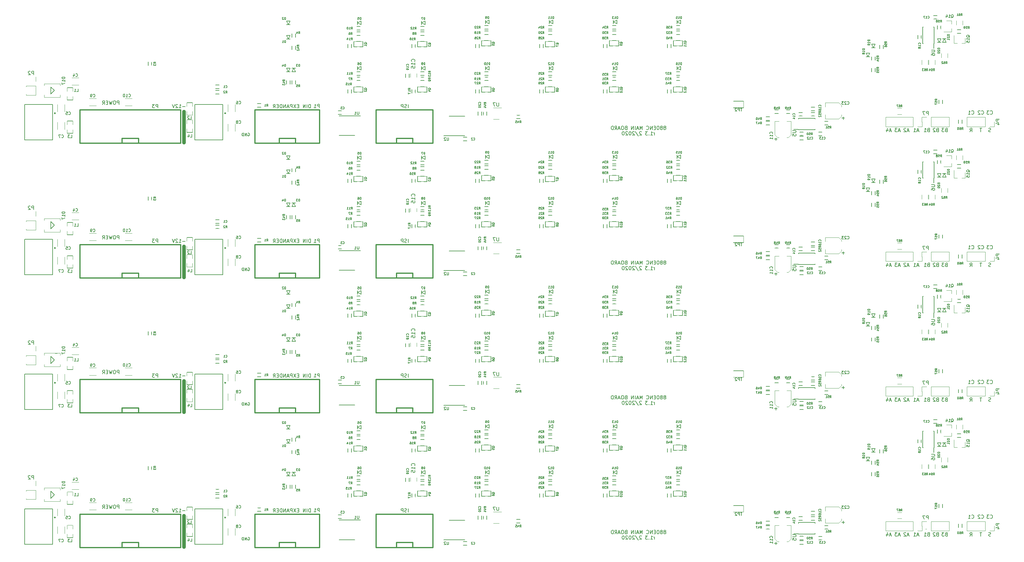
<source format=gbo>
G04 #@! TF.FileFunction,Legend,Bot*
%FSLAX46Y46*%
G04 Gerber Fmt 4.6, Leading zero omitted, Abs format (unit mm)*
G04 Created by KiCad (PCBNEW 4.0.2-stable) date 2020-03-03 5:11:40 PM*
%MOMM*%
G01*
G04 APERTURE LIST*
%ADD10C,0.200000*%
%ADD11C,0.150000*%
%ADD12C,1.000000*%
%ADD13C,0.120000*%
%ADD14C,0.127000*%
%ADD15C,0.350000*%
%ADD16C,0.304800*%
%ADD17C,0.299720*%
%ADD18C,0.066040*%
%ADD19C,0.101600*%
%ADD20C,0.203200*%
%ADD21C,0.152400*%
%ADD22O,2.000000X2.000000*%
%ADD23C,2.100000*%
%ADD24R,1.000000X0.900000*%
%ADD25R,2.700000X1.700000*%
%ADD26R,1.800000X1.800000*%
%ADD27O,1.800000X1.800000*%
%ADD28R,0.900000X1.000000*%
%ADD29R,0.800000X1.400000*%
%ADD30R,1.700000X2.700000*%
%ADD31R,1.550000X0.550000*%
%ADD32R,0.801040X1.100760*%
%ADD33R,0.709600X0.862000*%
%ADD34R,2.900000X1.700000*%
%ADD35R,0.862000X0.709600*%
%ADD36R,1.400000X0.800000*%
%ADD37R,0.550000X1.550000*%
%ADD38R,1.497000X1.243000*%
%ADD39R,1.700000X1.100000*%
%ADD40R,1.900000X1.900000*%
%ADD41C,1.900000*%
%ADD42R,1.600000X0.550000*%
%ADD43O,1.600000X2.100000*%
%ADD44R,1.600000X2.100000*%
%ADD45R,1.350000X1.100000*%
%ADD46R,0.800000X0.610000*%
%ADD47R,1.100000X1.700000*%
%ADD48R,2.497760X2.497760*%
%ADD49R,2.700000X2.100000*%
%ADD50O,4.100000X2.600000*%
%ADD51O,2.600000X2.100000*%
%ADD52O,1.600000X3.600000*%
%ADD53R,5.180000X2.640000*%
%ADD54O,2.640000X5.180000*%
%ADD55C,2.640000*%
%ADD56C,2.600000*%
%ADD57R,2.600000X3.600000*%
%ADD58O,4.700000X1.550000*%
%ADD59O,4.400000X1.200000*%
%ADD60O,1.200000X4.400000*%
%ADD61C,1.200000*%
G04 APERTURE END LIST*
D10*
D11*
X93238095Y-198952381D02*
X93238095Y-197952381D01*
X93000000Y-197952381D01*
X92857142Y-198000000D01*
X92761904Y-198095238D01*
X92714285Y-198190476D01*
X92666666Y-198380952D01*
X92666666Y-198523810D01*
X92714285Y-198714286D01*
X92761904Y-198809524D01*
X92857142Y-198904762D01*
X93000000Y-198952381D01*
X93238095Y-198952381D01*
X92238095Y-198952381D02*
X92238095Y-197952381D01*
X91761905Y-198952381D02*
X91761905Y-197952381D01*
X91190476Y-198952381D01*
X91190476Y-197952381D01*
X89952381Y-198428571D02*
X89619047Y-198428571D01*
X89476190Y-198952381D02*
X89952381Y-198952381D01*
X89952381Y-197952381D01*
X89476190Y-197952381D01*
X89142857Y-197952381D02*
X88476190Y-198952381D01*
X88476190Y-197952381D02*
X89142857Y-198952381D01*
X88095238Y-198952381D02*
X88095238Y-197952381D01*
X87714285Y-197952381D01*
X87619047Y-198000000D01*
X87571428Y-198047619D01*
X87523809Y-198142857D01*
X87523809Y-198285714D01*
X87571428Y-198380952D01*
X87619047Y-198428571D01*
X87714285Y-198476190D01*
X88095238Y-198476190D01*
X87142857Y-198666667D02*
X86666666Y-198666667D01*
X87238095Y-198952381D02*
X86904762Y-197952381D01*
X86571428Y-198952381D01*
X86238095Y-198952381D02*
X86238095Y-197952381D01*
X85666666Y-198952381D01*
X85666666Y-197952381D01*
X85190476Y-198952381D02*
X85190476Y-197952381D01*
X84952381Y-197952381D01*
X84809523Y-198000000D01*
X84714285Y-198095238D01*
X84666666Y-198190476D01*
X84619047Y-198380952D01*
X84619047Y-198523810D01*
X84666666Y-198714286D01*
X84714285Y-198809524D01*
X84809523Y-198904762D01*
X84952381Y-198952381D01*
X85190476Y-198952381D01*
X84190476Y-198428571D02*
X83857142Y-198428571D01*
X83714285Y-198952381D02*
X84190476Y-198952381D01*
X84190476Y-197952381D01*
X83714285Y-197952381D01*
X82714285Y-198952381D02*
X83047619Y-198476190D01*
X83285714Y-198952381D02*
X83285714Y-197952381D01*
X82904761Y-197952381D01*
X82809523Y-198000000D01*
X82761904Y-198047619D01*
X82714285Y-198142857D01*
X82714285Y-198285714D01*
X82761904Y-198380952D01*
X82809523Y-198428571D01*
X82904761Y-198476190D01*
X83285714Y-198476190D01*
X120726190Y-198952381D02*
X120726190Y-197952381D01*
X120297619Y-198904762D02*
X120154762Y-198952381D01*
X119916666Y-198952381D01*
X119821428Y-198904762D01*
X119773809Y-198857143D01*
X119726190Y-198761905D01*
X119726190Y-198666667D01*
X119773809Y-198571429D01*
X119821428Y-198523810D01*
X119916666Y-198476190D01*
X120107143Y-198428571D01*
X120202381Y-198380952D01*
X120250000Y-198333333D01*
X120297619Y-198238095D01*
X120297619Y-198142857D01*
X120250000Y-198047619D01*
X120202381Y-198000000D01*
X120107143Y-197952381D01*
X119869047Y-197952381D01*
X119726190Y-198000000D01*
X119297619Y-198952381D02*
X119297619Y-197952381D01*
X118916666Y-197952381D01*
X118821428Y-198000000D01*
X118773809Y-198047619D01*
X118726190Y-198142857D01*
X118726190Y-198285714D01*
X118773809Y-198380952D01*
X118821428Y-198428571D01*
X118916666Y-198476190D01*
X119297619Y-198476190D01*
X120726190Y-160952381D02*
X120726190Y-159952381D01*
X120297619Y-160904762D02*
X120154762Y-160952381D01*
X119916666Y-160952381D01*
X119821428Y-160904762D01*
X119773809Y-160857143D01*
X119726190Y-160761905D01*
X119726190Y-160666667D01*
X119773809Y-160571429D01*
X119821428Y-160523810D01*
X119916666Y-160476190D01*
X120107143Y-160428571D01*
X120202381Y-160380952D01*
X120250000Y-160333333D01*
X120297619Y-160238095D01*
X120297619Y-160142857D01*
X120250000Y-160047619D01*
X120202381Y-160000000D01*
X120107143Y-159952381D01*
X119869047Y-159952381D01*
X119726190Y-160000000D01*
X119297619Y-160952381D02*
X119297619Y-159952381D01*
X118916666Y-159952381D01*
X118821428Y-160000000D01*
X118773809Y-160047619D01*
X118726190Y-160142857D01*
X118726190Y-160285714D01*
X118773809Y-160380952D01*
X118821428Y-160428571D01*
X118916666Y-160476190D01*
X119297619Y-160476190D01*
X75609523Y-168100000D02*
X75685714Y-168061905D01*
X75799999Y-168061905D01*
X75914285Y-168100000D01*
X75990476Y-168176190D01*
X76028571Y-168252381D01*
X76066666Y-168404762D01*
X76066666Y-168519048D01*
X76028571Y-168671429D01*
X75990476Y-168747619D01*
X75914285Y-168823810D01*
X75799999Y-168861905D01*
X75723809Y-168861905D01*
X75609523Y-168823810D01*
X75571428Y-168785714D01*
X75571428Y-168519048D01*
X75723809Y-168519048D01*
X75228571Y-168861905D02*
X75228571Y-168061905D01*
X74771428Y-168861905D01*
X74771428Y-168061905D01*
X74390476Y-168861905D02*
X74390476Y-168061905D01*
X74200000Y-168061905D01*
X74085714Y-168100000D01*
X74009523Y-168176190D01*
X73971428Y-168252381D01*
X73933333Y-168404762D01*
X73933333Y-168519048D01*
X73971428Y-168671429D01*
X74009523Y-168747619D01*
X74085714Y-168823810D01*
X74200000Y-168861905D01*
X74390476Y-168861905D01*
X93238095Y-160952381D02*
X93238095Y-159952381D01*
X93000000Y-159952381D01*
X92857142Y-160000000D01*
X92761904Y-160095238D01*
X92714285Y-160190476D01*
X92666666Y-160380952D01*
X92666666Y-160523810D01*
X92714285Y-160714286D01*
X92761904Y-160809524D01*
X92857142Y-160904762D01*
X93000000Y-160952381D01*
X93238095Y-160952381D01*
X92238095Y-160952381D02*
X92238095Y-159952381D01*
X91761905Y-160952381D02*
X91761905Y-159952381D01*
X91190476Y-160952381D01*
X91190476Y-159952381D01*
X89952381Y-160428571D02*
X89619047Y-160428571D01*
X89476190Y-160952381D02*
X89952381Y-160952381D01*
X89952381Y-159952381D01*
X89476190Y-159952381D01*
X89142857Y-159952381D02*
X88476190Y-160952381D01*
X88476190Y-159952381D02*
X89142857Y-160952381D01*
X88095238Y-160952381D02*
X88095238Y-159952381D01*
X87714285Y-159952381D01*
X87619047Y-160000000D01*
X87571428Y-160047619D01*
X87523809Y-160142857D01*
X87523809Y-160285714D01*
X87571428Y-160380952D01*
X87619047Y-160428571D01*
X87714285Y-160476190D01*
X88095238Y-160476190D01*
X87142857Y-160666667D02*
X86666666Y-160666667D01*
X87238095Y-160952381D02*
X86904762Y-159952381D01*
X86571428Y-160952381D01*
X86238095Y-160952381D02*
X86238095Y-159952381D01*
X85666666Y-160952381D01*
X85666666Y-159952381D01*
X85190476Y-160952381D02*
X85190476Y-159952381D01*
X84952381Y-159952381D01*
X84809523Y-160000000D01*
X84714285Y-160095238D01*
X84666666Y-160190476D01*
X84619047Y-160380952D01*
X84619047Y-160523810D01*
X84666666Y-160714286D01*
X84714285Y-160809524D01*
X84809523Y-160904762D01*
X84952381Y-160952381D01*
X85190476Y-160952381D01*
X84190476Y-160428571D02*
X83857142Y-160428571D01*
X83714285Y-160952381D02*
X84190476Y-160952381D01*
X84190476Y-159952381D01*
X83714285Y-159952381D01*
X82714285Y-160952381D02*
X83047619Y-160476190D01*
X83285714Y-160952381D02*
X83285714Y-159952381D01*
X82904761Y-159952381D01*
X82809523Y-160000000D01*
X82761904Y-160047619D01*
X82714285Y-160142857D01*
X82714285Y-160285714D01*
X82761904Y-160380952D01*
X82809523Y-160428571D01*
X82904761Y-160476190D01*
X83285714Y-160476190D01*
X57961905Y-160571429D02*
X57200000Y-160571429D01*
X56200000Y-160952381D02*
X56771429Y-160952381D01*
X56485715Y-160952381D02*
X56485715Y-159952381D01*
X56580953Y-160095238D01*
X56676191Y-160190476D01*
X56771429Y-160238095D01*
X55819048Y-160047619D02*
X55771429Y-160000000D01*
X55676191Y-159952381D01*
X55438095Y-159952381D01*
X55342857Y-160000000D01*
X55295238Y-160047619D01*
X55247619Y-160142857D01*
X55247619Y-160238095D01*
X55295238Y-160380952D01*
X55866667Y-160952381D01*
X55247619Y-160952381D01*
X54961905Y-159952381D02*
X54628572Y-160952381D01*
X54295238Y-159952381D01*
D12*
X57600000Y-170750000D02*
X57600000Y-162000000D01*
D11*
X39309524Y-159952381D02*
X39309524Y-158952381D01*
X38928571Y-158952381D01*
X38833333Y-159000000D01*
X38785714Y-159047619D01*
X38738095Y-159142857D01*
X38738095Y-159285714D01*
X38785714Y-159380952D01*
X38833333Y-159428571D01*
X38928571Y-159476190D01*
X39309524Y-159476190D01*
X38119048Y-158952381D02*
X37928571Y-158952381D01*
X37833333Y-159000000D01*
X37738095Y-159095238D01*
X37690476Y-159285714D01*
X37690476Y-159619048D01*
X37738095Y-159809524D01*
X37833333Y-159904762D01*
X37928571Y-159952381D01*
X38119048Y-159952381D01*
X38214286Y-159904762D01*
X38309524Y-159809524D01*
X38357143Y-159619048D01*
X38357143Y-159285714D01*
X38309524Y-159095238D01*
X38214286Y-159000000D01*
X38119048Y-158952381D01*
X37357143Y-158952381D02*
X37119048Y-159952381D01*
X36928571Y-159238095D01*
X36738095Y-159952381D01*
X36500000Y-158952381D01*
X36119048Y-159428571D02*
X35785714Y-159428571D01*
X35642857Y-159952381D02*
X36119048Y-159952381D01*
X36119048Y-158952381D01*
X35642857Y-158952381D01*
X34642857Y-159952381D02*
X34976191Y-159476190D01*
X35214286Y-159952381D02*
X35214286Y-158952381D01*
X34833333Y-158952381D01*
X34738095Y-159000000D01*
X34690476Y-159047619D01*
X34642857Y-159142857D01*
X34642857Y-159285714D01*
X34690476Y-159380952D01*
X34738095Y-159428571D01*
X34833333Y-159476190D01*
X35214286Y-159476190D01*
X39309524Y-197952381D02*
X39309524Y-196952381D01*
X38928571Y-196952381D01*
X38833333Y-197000000D01*
X38785714Y-197047619D01*
X38738095Y-197142857D01*
X38738095Y-197285714D01*
X38785714Y-197380952D01*
X38833333Y-197428571D01*
X38928571Y-197476190D01*
X39309524Y-197476190D01*
X38119048Y-196952381D02*
X37928571Y-196952381D01*
X37833333Y-197000000D01*
X37738095Y-197095238D01*
X37690476Y-197285714D01*
X37690476Y-197619048D01*
X37738095Y-197809524D01*
X37833333Y-197904762D01*
X37928571Y-197952381D01*
X38119048Y-197952381D01*
X38214286Y-197904762D01*
X38309524Y-197809524D01*
X38357143Y-197619048D01*
X38357143Y-197285714D01*
X38309524Y-197095238D01*
X38214286Y-197000000D01*
X38119048Y-196952381D01*
X37357143Y-196952381D02*
X37119048Y-197952381D01*
X36928571Y-197238095D01*
X36738095Y-197952381D01*
X36500000Y-196952381D01*
X36119048Y-197428571D02*
X35785714Y-197428571D01*
X35642857Y-197952381D02*
X36119048Y-197952381D01*
X36119048Y-196952381D01*
X35642857Y-196952381D01*
X34642857Y-197952381D02*
X34976191Y-197476190D01*
X35214286Y-197952381D02*
X35214286Y-196952381D01*
X34833333Y-196952381D01*
X34738095Y-197000000D01*
X34690476Y-197047619D01*
X34642857Y-197142857D01*
X34642857Y-197285714D01*
X34690476Y-197380952D01*
X34738095Y-197428571D01*
X34833333Y-197476190D01*
X35214286Y-197476190D01*
X57961905Y-198571429D02*
X57200000Y-198571429D01*
X56200000Y-198952381D02*
X56771429Y-198952381D01*
X56485715Y-198952381D02*
X56485715Y-197952381D01*
X56580953Y-198095238D01*
X56676191Y-198190476D01*
X56771429Y-198238095D01*
X55819048Y-198047619D02*
X55771429Y-198000000D01*
X55676191Y-197952381D01*
X55438095Y-197952381D01*
X55342857Y-198000000D01*
X55295238Y-198047619D01*
X55247619Y-198142857D01*
X55247619Y-198238095D01*
X55295238Y-198380952D01*
X55866667Y-198952381D01*
X55247619Y-198952381D01*
X54961905Y-197952381D02*
X54628572Y-198952381D01*
X54295238Y-197952381D01*
D12*
X57600000Y-208750000D02*
X57600000Y-200000000D01*
D11*
X75609523Y-206100000D02*
X75685714Y-206061905D01*
X75799999Y-206061905D01*
X75914285Y-206100000D01*
X75990476Y-206176190D01*
X76028571Y-206252381D01*
X76066666Y-206404762D01*
X76066666Y-206519048D01*
X76028571Y-206671429D01*
X75990476Y-206747619D01*
X75914285Y-206823810D01*
X75799999Y-206861905D01*
X75723809Y-206861905D01*
X75609523Y-206823810D01*
X75571428Y-206785714D01*
X75571428Y-206519048D01*
X75723809Y-206519048D01*
X75228571Y-206861905D02*
X75228571Y-206061905D01*
X74771428Y-206861905D01*
X74771428Y-206061905D01*
X74390476Y-206861905D02*
X74390476Y-206061905D01*
X74200000Y-206061905D01*
X74085714Y-206100000D01*
X74009523Y-206176190D01*
X73971428Y-206252381D01*
X73933333Y-206404762D01*
X73933333Y-206519048D01*
X73971428Y-206671429D01*
X74009523Y-206747619D01*
X74085714Y-206823810D01*
X74200000Y-206861905D01*
X74390476Y-206861905D01*
X267254761Y-167178571D02*
X267111904Y-167226190D01*
X267064285Y-167273810D01*
X267016666Y-167369048D01*
X267016666Y-167511905D01*
X267064285Y-167607143D01*
X267111904Y-167654762D01*
X267207142Y-167702381D01*
X267588095Y-167702381D01*
X267588095Y-166702381D01*
X267254761Y-166702381D01*
X267159523Y-166750000D01*
X267111904Y-166797619D01*
X267064285Y-166892857D01*
X267064285Y-166988095D01*
X267111904Y-167083333D01*
X267159523Y-167130952D01*
X267254761Y-167178571D01*
X267588095Y-167178571D01*
X266064285Y-167702381D02*
X266635714Y-167702381D01*
X266350000Y-167702381D02*
X266350000Y-166702381D01*
X266445238Y-166845238D01*
X266540476Y-166940476D01*
X266635714Y-166988095D01*
X269754761Y-167178571D02*
X269611904Y-167226190D01*
X269564285Y-167273810D01*
X269516666Y-167369048D01*
X269516666Y-167511905D01*
X269564285Y-167607143D01*
X269611904Y-167654762D01*
X269707142Y-167702381D01*
X270088095Y-167702381D01*
X270088095Y-166702381D01*
X269754761Y-166702381D01*
X269659523Y-166750000D01*
X269611904Y-166797619D01*
X269564285Y-166892857D01*
X269564285Y-166988095D01*
X269611904Y-167083333D01*
X269659523Y-167130952D01*
X269754761Y-167178571D01*
X270088095Y-167178571D01*
X269135714Y-166797619D02*
X269088095Y-166750000D01*
X268992857Y-166702381D01*
X268754761Y-166702381D01*
X268659523Y-166750000D01*
X268611904Y-166797619D01*
X268564285Y-166892857D01*
X268564285Y-166988095D01*
X268611904Y-167130952D01*
X269183333Y-167702381D01*
X268564285Y-167702381D01*
X264514286Y-167416667D02*
X264038095Y-167416667D01*
X264609524Y-167702381D02*
X264276191Y-166702381D01*
X263942857Y-167702381D01*
X263085714Y-167702381D02*
X263657143Y-167702381D01*
X263371429Y-167702381D02*
X263371429Y-166702381D01*
X263466667Y-166845238D01*
X263561905Y-166940476D01*
X263657143Y-166988095D01*
X259264286Y-167416667D02*
X258788095Y-167416667D01*
X259359524Y-167702381D02*
X259026191Y-166702381D01*
X258692857Y-167702381D01*
X258454762Y-166702381D02*
X257835714Y-166702381D01*
X258169048Y-167083333D01*
X258026190Y-167083333D01*
X257930952Y-167130952D01*
X257883333Y-167178571D01*
X257835714Y-167273810D01*
X257835714Y-167511905D01*
X257883333Y-167607143D01*
X257930952Y-167654762D01*
X258026190Y-167702381D01*
X258311905Y-167702381D01*
X258407143Y-167654762D01*
X258454762Y-167607143D01*
X261764286Y-167416667D02*
X261288095Y-167416667D01*
X261859524Y-167702381D02*
X261526191Y-166702381D01*
X261192857Y-167702381D01*
X260907143Y-166797619D02*
X260859524Y-166750000D01*
X260764286Y-166702381D01*
X260526190Y-166702381D01*
X260430952Y-166750000D01*
X260383333Y-166797619D01*
X260335714Y-166892857D01*
X260335714Y-166988095D01*
X260383333Y-167130952D01*
X260954762Y-167702381D01*
X260335714Y-167702381D01*
X256764286Y-167416667D02*
X256288095Y-167416667D01*
X256859524Y-167702381D02*
X256526191Y-166702381D01*
X256192857Y-167702381D01*
X255430952Y-167035714D02*
X255430952Y-167702381D01*
X255669048Y-166654762D02*
X255907143Y-167369048D01*
X255288095Y-167369048D01*
X261764286Y-205416667D02*
X261288095Y-205416667D01*
X261859524Y-205702381D02*
X261526191Y-204702381D01*
X261192857Y-205702381D01*
X260907143Y-204797619D02*
X260859524Y-204750000D01*
X260764286Y-204702381D01*
X260526190Y-204702381D01*
X260430952Y-204750000D01*
X260383333Y-204797619D01*
X260335714Y-204892857D01*
X260335714Y-204988095D01*
X260383333Y-205130952D01*
X260954762Y-205702381D01*
X260335714Y-205702381D01*
X256764286Y-205416667D02*
X256288095Y-205416667D01*
X256859524Y-205702381D02*
X256526191Y-204702381D01*
X256192857Y-205702381D01*
X255430952Y-205035714D02*
X255430952Y-205702381D01*
X255669048Y-204654762D02*
X255907143Y-205369048D01*
X255288095Y-205369048D01*
X259264286Y-205416667D02*
X258788095Y-205416667D01*
X259359524Y-205702381D02*
X259026191Y-204702381D01*
X258692857Y-205702381D01*
X258454762Y-204702381D02*
X257835714Y-204702381D01*
X258169048Y-205083333D01*
X258026190Y-205083333D01*
X257930952Y-205130952D01*
X257883333Y-205178571D01*
X257835714Y-205273810D01*
X257835714Y-205511905D01*
X257883333Y-205607143D01*
X257930952Y-205654762D01*
X258026190Y-205702381D01*
X258311905Y-205702381D01*
X258407143Y-205654762D01*
X258454762Y-205607143D01*
X272254761Y-205178571D02*
X272111904Y-205226190D01*
X272064285Y-205273810D01*
X272016666Y-205369048D01*
X272016666Y-205511905D01*
X272064285Y-205607143D01*
X272111904Y-205654762D01*
X272207142Y-205702381D01*
X272588095Y-205702381D01*
X272588095Y-204702381D01*
X272254761Y-204702381D01*
X272159523Y-204750000D01*
X272111904Y-204797619D01*
X272064285Y-204892857D01*
X272064285Y-204988095D01*
X272111904Y-205083333D01*
X272159523Y-205130952D01*
X272254761Y-205178571D01*
X272588095Y-205178571D01*
X271683333Y-204702381D02*
X271064285Y-204702381D01*
X271397619Y-205083333D01*
X271254761Y-205083333D01*
X271159523Y-205130952D01*
X271111904Y-205178571D01*
X271064285Y-205273810D01*
X271064285Y-205511905D01*
X271111904Y-205607143D01*
X271159523Y-205654762D01*
X271254761Y-205702381D01*
X271540476Y-205702381D01*
X271635714Y-205654762D01*
X271683333Y-205607143D01*
X269754761Y-205178571D02*
X269611904Y-205226190D01*
X269564285Y-205273810D01*
X269516666Y-205369048D01*
X269516666Y-205511905D01*
X269564285Y-205607143D01*
X269611904Y-205654762D01*
X269707142Y-205702381D01*
X270088095Y-205702381D01*
X270088095Y-204702381D01*
X269754761Y-204702381D01*
X269659523Y-204750000D01*
X269611904Y-204797619D01*
X269564285Y-204892857D01*
X269564285Y-204988095D01*
X269611904Y-205083333D01*
X269659523Y-205130952D01*
X269754761Y-205178571D01*
X270088095Y-205178571D01*
X269135714Y-204797619D02*
X269088095Y-204750000D01*
X268992857Y-204702381D01*
X268754761Y-204702381D01*
X268659523Y-204750000D01*
X268611904Y-204797619D01*
X268564285Y-204892857D01*
X268564285Y-204988095D01*
X268611904Y-205130952D01*
X269183333Y-205702381D01*
X268564285Y-205702381D01*
X267254761Y-205178571D02*
X267111904Y-205226190D01*
X267064285Y-205273810D01*
X267016666Y-205369048D01*
X267016666Y-205511905D01*
X267064285Y-205607143D01*
X267111904Y-205654762D01*
X267207142Y-205702381D01*
X267588095Y-205702381D01*
X267588095Y-204702381D01*
X267254761Y-204702381D01*
X267159523Y-204750000D01*
X267111904Y-204797619D01*
X267064285Y-204892857D01*
X267064285Y-204988095D01*
X267111904Y-205083333D01*
X267159523Y-205130952D01*
X267254761Y-205178571D01*
X267588095Y-205178571D01*
X266064285Y-205702381D02*
X266635714Y-205702381D01*
X266350000Y-205702381D02*
X266350000Y-204702381D01*
X266445238Y-204845238D01*
X266540476Y-204940476D01*
X266635714Y-204988095D01*
X264514286Y-205416667D02*
X264038095Y-205416667D01*
X264609524Y-205702381D02*
X264276191Y-204702381D01*
X263942857Y-205702381D01*
X263085714Y-205702381D02*
X263657143Y-205702381D01*
X263371429Y-205702381D02*
X263371429Y-204702381D01*
X263466667Y-204845238D01*
X263561905Y-204940476D01*
X263657143Y-204988095D01*
X279416666Y-200657143D02*
X279464285Y-200704762D01*
X279607142Y-200752381D01*
X279702380Y-200752381D01*
X279845238Y-200704762D01*
X279940476Y-200609524D01*
X279988095Y-200514286D01*
X280035714Y-200323810D01*
X280035714Y-200180952D01*
X279988095Y-199990476D01*
X279940476Y-199895238D01*
X279845238Y-199800000D01*
X279702380Y-199752381D01*
X279607142Y-199752381D01*
X279464285Y-199800000D01*
X279416666Y-199847619D01*
X278464285Y-200752381D02*
X279035714Y-200752381D01*
X278750000Y-200752381D02*
X278750000Y-199752381D01*
X278845238Y-199895238D01*
X278940476Y-199990476D01*
X279035714Y-200038095D01*
X278940476Y-205702381D02*
X279273810Y-205226190D01*
X279511905Y-205702381D02*
X279511905Y-204702381D01*
X279130952Y-204702381D01*
X279035714Y-204750000D01*
X278988095Y-204797619D01*
X278940476Y-204892857D01*
X278940476Y-205035714D01*
X278988095Y-205130952D01*
X279035714Y-205178571D01*
X279130952Y-205226190D01*
X279511905Y-205226190D01*
X284666666Y-200657143D02*
X284714285Y-200704762D01*
X284857142Y-200752381D01*
X284952380Y-200752381D01*
X285095238Y-200704762D01*
X285190476Y-200609524D01*
X285238095Y-200514286D01*
X285285714Y-200323810D01*
X285285714Y-200180952D01*
X285238095Y-199990476D01*
X285190476Y-199895238D01*
X285095238Y-199800000D01*
X284952380Y-199752381D01*
X284857142Y-199752381D01*
X284714285Y-199800000D01*
X284666666Y-199847619D01*
X284333333Y-199752381D02*
X283714285Y-199752381D01*
X284047619Y-200133333D01*
X283904761Y-200133333D01*
X283809523Y-200180952D01*
X283761904Y-200228571D01*
X283714285Y-200323810D01*
X283714285Y-200561905D01*
X283761904Y-200657143D01*
X283809523Y-200704762D01*
X283904761Y-200752381D01*
X284190476Y-200752381D01*
X284285714Y-200704762D01*
X284333333Y-200657143D01*
X282285714Y-204702381D02*
X281714285Y-204702381D01*
X282000000Y-205702381D02*
X282000000Y-204702381D01*
X282166666Y-200657143D02*
X282214285Y-200704762D01*
X282357142Y-200752381D01*
X282452380Y-200752381D01*
X282595238Y-200704762D01*
X282690476Y-200609524D01*
X282738095Y-200514286D01*
X282785714Y-200323810D01*
X282785714Y-200180952D01*
X282738095Y-199990476D01*
X282690476Y-199895238D01*
X282595238Y-199800000D01*
X282452380Y-199752381D01*
X282357142Y-199752381D01*
X282214285Y-199800000D01*
X282166666Y-199847619D01*
X281785714Y-199847619D02*
X281738095Y-199800000D01*
X281642857Y-199752381D01*
X281404761Y-199752381D01*
X281309523Y-199800000D01*
X281261904Y-199847619D01*
X281214285Y-199942857D01*
X281214285Y-200038095D01*
X281261904Y-200180952D01*
X281833333Y-200752381D01*
X281214285Y-200752381D01*
X284785714Y-205654762D02*
X284642857Y-205702381D01*
X284404761Y-205702381D01*
X284309523Y-205654762D01*
X284261904Y-205607143D01*
X284214285Y-205511905D01*
X284214285Y-205416667D01*
X284261904Y-205321429D01*
X284309523Y-205273810D01*
X284404761Y-205226190D01*
X284595238Y-205178571D01*
X284690476Y-205130952D01*
X284738095Y-205083333D01*
X284785714Y-204988095D01*
X284785714Y-204892857D01*
X284738095Y-204797619D01*
X284690476Y-204750000D01*
X284595238Y-204702381D01*
X284357142Y-204702381D01*
X284214285Y-204750000D01*
X284666666Y-162657143D02*
X284714285Y-162704762D01*
X284857142Y-162752381D01*
X284952380Y-162752381D01*
X285095238Y-162704762D01*
X285190476Y-162609524D01*
X285238095Y-162514286D01*
X285285714Y-162323810D01*
X285285714Y-162180952D01*
X285238095Y-161990476D01*
X285190476Y-161895238D01*
X285095238Y-161800000D01*
X284952380Y-161752381D01*
X284857142Y-161752381D01*
X284714285Y-161800000D01*
X284666666Y-161847619D01*
X284333333Y-161752381D02*
X283714285Y-161752381D01*
X284047619Y-162133333D01*
X283904761Y-162133333D01*
X283809523Y-162180952D01*
X283761904Y-162228571D01*
X283714285Y-162323810D01*
X283714285Y-162561905D01*
X283761904Y-162657143D01*
X283809523Y-162704762D01*
X283904761Y-162752381D01*
X284190476Y-162752381D01*
X284285714Y-162704762D01*
X284333333Y-162657143D01*
X284785714Y-167654762D02*
X284642857Y-167702381D01*
X284404761Y-167702381D01*
X284309523Y-167654762D01*
X284261904Y-167607143D01*
X284214285Y-167511905D01*
X284214285Y-167416667D01*
X284261904Y-167321429D01*
X284309523Y-167273810D01*
X284404761Y-167226190D01*
X284595238Y-167178571D01*
X284690476Y-167130952D01*
X284738095Y-167083333D01*
X284785714Y-166988095D01*
X284785714Y-166892857D01*
X284738095Y-166797619D01*
X284690476Y-166750000D01*
X284595238Y-166702381D01*
X284357142Y-166702381D01*
X284214285Y-166750000D01*
X282166666Y-162657143D02*
X282214285Y-162704762D01*
X282357142Y-162752381D01*
X282452380Y-162752381D01*
X282595238Y-162704762D01*
X282690476Y-162609524D01*
X282738095Y-162514286D01*
X282785714Y-162323810D01*
X282785714Y-162180952D01*
X282738095Y-161990476D01*
X282690476Y-161895238D01*
X282595238Y-161800000D01*
X282452380Y-161752381D01*
X282357142Y-161752381D01*
X282214285Y-161800000D01*
X282166666Y-161847619D01*
X281785714Y-161847619D02*
X281738095Y-161800000D01*
X281642857Y-161752381D01*
X281404761Y-161752381D01*
X281309523Y-161800000D01*
X281261904Y-161847619D01*
X281214285Y-161942857D01*
X281214285Y-162038095D01*
X281261904Y-162180952D01*
X281833333Y-162752381D01*
X281214285Y-162752381D01*
X279416666Y-162657143D02*
X279464285Y-162704762D01*
X279607142Y-162752381D01*
X279702380Y-162752381D01*
X279845238Y-162704762D01*
X279940476Y-162609524D01*
X279988095Y-162514286D01*
X280035714Y-162323810D01*
X280035714Y-162180952D01*
X279988095Y-161990476D01*
X279940476Y-161895238D01*
X279845238Y-161800000D01*
X279702380Y-161752381D01*
X279607142Y-161752381D01*
X279464285Y-161800000D01*
X279416666Y-161847619D01*
X278464285Y-162752381D02*
X279035714Y-162752381D01*
X278750000Y-162752381D02*
X278750000Y-161752381D01*
X278845238Y-161895238D01*
X278940476Y-161990476D01*
X279035714Y-162038095D01*
X282285714Y-166702381D02*
X281714285Y-166702381D01*
X282000000Y-167702381D02*
X282000000Y-166702381D01*
X278940476Y-167702381D02*
X279273810Y-167226190D01*
X279511905Y-167702381D02*
X279511905Y-166702381D01*
X279130952Y-166702381D01*
X279035714Y-166750000D01*
X278988095Y-166797619D01*
X278940476Y-166892857D01*
X278940476Y-167035714D01*
X278988095Y-167130952D01*
X279035714Y-167178571D01*
X279130952Y-167226190D01*
X279511905Y-167226190D01*
X272254761Y-167178571D02*
X272111904Y-167226190D01*
X272064285Y-167273810D01*
X272016666Y-167369048D01*
X272016666Y-167511905D01*
X272064285Y-167607143D01*
X272111904Y-167654762D01*
X272207142Y-167702381D01*
X272588095Y-167702381D01*
X272588095Y-166702381D01*
X272254761Y-166702381D01*
X272159523Y-166750000D01*
X272111904Y-166797619D01*
X272064285Y-166892857D01*
X272064285Y-166988095D01*
X272111904Y-167083333D01*
X272159523Y-167130952D01*
X272254761Y-167178571D01*
X272588095Y-167178571D01*
X271683333Y-166702381D02*
X271064285Y-166702381D01*
X271397619Y-167083333D01*
X271254761Y-167083333D01*
X271159523Y-167130952D01*
X271111904Y-167178571D01*
X271064285Y-167273810D01*
X271064285Y-167511905D01*
X271111904Y-167607143D01*
X271159523Y-167654762D01*
X271254761Y-167702381D01*
X271540476Y-167702381D01*
X271635714Y-167654762D01*
X271683333Y-167607143D01*
X193100000Y-204505952D02*
X193195238Y-204458333D01*
X193242857Y-204410714D01*
X193290476Y-204315476D01*
X193290476Y-204267857D01*
X193242857Y-204172619D01*
X193195238Y-204125000D01*
X193100000Y-204077381D01*
X192909523Y-204077381D01*
X192814285Y-204125000D01*
X192766666Y-204172619D01*
X192719047Y-204267857D01*
X192719047Y-204315476D01*
X192766666Y-204410714D01*
X192814285Y-204458333D01*
X192909523Y-204505952D01*
X193100000Y-204505952D01*
X193195238Y-204553571D01*
X193242857Y-204601190D01*
X193290476Y-204696429D01*
X193290476Y-204886905D01*
X193242857Y-204982143D01*
X193195238Y-205029762D01*
X193100000Y-205077381D01*
X192909523Y-205077381D01*
X192814285Y-205029762D01*
X192766666Y-204982143D01*
X192719047Y-204886905D01*
X192719047Y-204696429D01*
X192766666Y-204601190D01*
X192814285Y-204553571D01*
X192909523Y-204505952D01*
X192147619Y-204505952D02*
X192242857Y-204458333D01*
X192290476Y-204410714D01*
X192338095Y-204315476D01*
X192338095Y-204267857D01*
X192290476Y-204172619D01*
X192242857Y-204125000D01*
X192147619Y-204077381D01*
X191957142Y-204077381D01*
X191861904Y-204125000D01*
X191814285Y-204172619D01*
X191766666Y-204267857D01*
X191766666Y-204315476D01*
X191814285Y-204410714D01*
X191861904Y-204458333D01*
X191957142Y-204505952D01*
X192147619Y-204505952D01*
X192242857Y-204553571D01*
X192290476Y-204601190D01*
X192338095Y-204696429D01*
X192338095Y-204886905D01*
X192290476Y-204982143D01*
X192242857Y-205029762D01*
X192147619Y-205077381D01*
X191957142Y-205077381D01*
X191861904Y-205029762D01*
X191814285Y-204982143D01*
X191766666Y-204886905D01*
X191766666Y-204696429D01*
X191814285Y-204601190D01*
X191861904Y-204553571D01*
X191957142Y-204505952D01*
X191147619Y-204077381D02*
X191052380Y-204077381D01*
X190957142Y-204125000D01*
X190909523Y-204172619D01*
X190861904Y-204267857D01*
X190814285Y-204458333D01*
X190814285Y-204696429D01*
X190861904Y-204886905D01*
X190909523Y-204982143D01*
X190957142Y-205029762D01*
X191052380Y-205077381D01*
X191147619Y-205077381D01*
X191242857Y-205029762D01*
X191290476Y-204982143D01*
X191338095Y-204886905D01*
X191385714Y-204696429D01*
X191385714Y-204458333D01*
X191338095Y-204267857D01*
X191290476Y-204172619D01*
X191242857Y-204125000D01*
X191147619Y-204077381D01*
X190385714Y-204553571D02*
X190052380Y-204553571D01*
X189909523Y-205077381D02*
X190385714Y-205077381D01*
X190385714Y-204077381D01*
X189909523Y-204077381D01*
X189480952Y-205077381D02*
X189480952Y-204077381D01*
X188909523Y-205077381D01*
X188909523Y-204077381D01*
X187861904Y-204982143D02*
X187909523Y-205029762D01*
X188052380Y-205077381D01*
X188147618Y-205077381D01*
X188290476Y-205029762D01*
X188385714Y-204934524D01*
X188433333Y-204839286D01*
X188480952Y-204648810D01*
X188480952Y-204505952D01*
X188433333Y-204315476D01*
X188385714Y-204220238D01*
X188290476Y-204125000D01*
X188147618Y-204077381D01*
X188052380Y-204077381D01*
X187909523Y-204125000D01*
X187861904Y-204172619D01*
X186671428Y-205077381D02*
X186671428Y-204077381D01*
X186338094Y-204791667D01*
X186004761Y-204077381D01*
X186004761Y-205077381D01*
X185576190Y-204791667D02*
X185099999Y-204791667D01*
X185671428Y-205077381D02*
X185338095Y-204077381D01*
X185004761Y-205077381D01*
X184671428Y-205077381D02*
X184671428Y-204077381D01*
X184195238Y-205077381D02*
X184195238Y-204077381D01*
X183623809Y-205077381D01*
X183623809Y-204077381D01*
X182052380Y-204553571D02*
X181909523Y-204601190D01*
X181861904Y-204648810D01*
X181814285Y-204744048D01*
X181814285Y-204886905D01*
X181861904Y-204982143D01*
X181909523Y-205029762D01*
X182004761Y-205077381D01*
X182385714Y-205077381D01*
X182385714Y-204077381D01*
X182052380Y-204077381D01*
X181957142Y-204125000D01*
X181909523Y-204172619D01*
X181861904Y-204267857D01*
X181861904Y-204363095D01*
X181909523Y-204458333D01*
X181957142Y-204505952D01*
X182052380Y-204553571D01*
X182385714Y-204553571D01*
X181195238Y-204077381D02*
X181004761Y-204077381D01*
X180909523Y-204125000D01*
X180814285Y-204220238D01*
X180766666Y-204410714D01*
X180766666Y-204744048D01*
X180814285Y-204934524D01*
X180909523Y-205029762D01*
X181004761Y-205077381D01*
X181195238Y-205077381D01*
X181290476Y-205029762D01*
X181385714Y-204934524D01*
X181433333Y-204744048D01*
X181433333Y-204410714D01*
X181385714Y-204220238D01*
X181290476Y-204125000D01*
X181195238Y-204077381D01*
X180385714Y-204791667D02*
X179909523Y-204791667D01*
X180480952Y-205077381D02*
X180147619Y-204077381D01*
X179814285Y-205077381D01*
X178909523Y-205077381D02*
X179242857Y-204601190D01*
X179480952Y-205077381D02*
X179480952Y-204077381D01*
X179099999Y-204077381D01*
X179004761Y-204125000D01*
X178957142Y-204172619D01*
X178909523Y-204267857D01*
X178909523Y-204410714D01*
X178957142Y-204505952D01*
X179004761Y-204553571D01*
X179099999Y-204601190D01*
X179480952Y-204601190D01*
X178480952Y-205077381D02*
X178480952Y-204077381D01*
X178242857Y-204077381D01*
X178099999Y-204125000D01*
X178004761Y-204220238D01*
X177957142Y-204315476D01*
X177909523Y-204505952D01*
X177909523Y-204648810D01*
X177957142Y-204839286D01*
X178004761Y-204934524D01*
X178099999Y-205029762D01*
X178242857Y-205077381D01*
X178480952Y-205077381D01*
X190147619Y-206627381D02*
X190147619Y-205960714D01*
X190147619Y-206151190D02*
X190100000Y-206055952D01*
X190052381Y-206008333D01*
X189957143Y-205960714D01*
X189861904Y-205960714D01*
X189004761Y-206627381D02*
X189576190Y-206627381D01*
X189290476Y-206627381D02*
X189290476Y-205627381D01*
X189385714Y-205770238D01*
X189480952Y-205865476D01*
X189576190Y-205913095D01*
X188576190Y-206532143D02*
X188528571Y-206579762D01*
X188576190Y-206627381D01*
X188623809Y-206579762D01*
X188576190Y-206532143D01*
X188576190Y-206627381D01*
X188195238Y-205627381D02*
X187576190Y-205627381D01*
X187909524Y-206008333D01*
X187766666Y-206008333D01*
X187671428Y-206055952D01*
X187623809Y-206103571D01*
X187576190Y-206198810D01*
X187576190Y-206436905D01*
X187623809Y-206532143D01*
X187671428Y-206579762D01*
X187766666Y-206627381D01*
X188052381Y-206627381D01*
X188147619Y-206579762D01*
X188195238Y-206532143D01*
X186433333Y-205722619D02*
X186385714Y-205675000D01*
X186290476Y-205627381D01*
X186052380Y-205627381D01*
X185957142Y-205675000D01*
X185909523Y-205722619D01*
X185861904Y-205817857D01*
X185861904Y-205913095D01*
X185909523Y-206055952D01*
X186480952Y-206627381D01*
X185861904Y-206627381D01*
X184719047Y-205579762D02*
X185576190Y-206865476D01*
X184433333Y-205722619D02*
X184385714Y-205675000D01*
X184290476Y-205627381D01*
X184052380Y-205627381D01*
X183957142Y-205675000D01*
X183909523Y-205722619D01*
X183861904Y-205817857D01*
X183861904Y-205913095D01*
X183909523Y-206055952D01*
X184480952Y-206627381D01*
X183861904Y-206627381D01*
X183242857Y-205627381D02*
X183147618Y-205627381D01*
X183052380Y-205675000D01*
X183004761Y-205722619D01*
X182957142Y-205817857D01*
X182909523Y-206008333D01*
X182909523Y-206246429D01*
X182957142Y-206436905D01*
X183004761Y-206532143D01*
X183052380Y-206579762D01*
X183147618Y-206627381D01*
X183242857Y-206627381D01*
X183338095Y-206579762D01*
X183385714Y-206532143D01*
X183433333Y-206436905D01*
X183480952Y-206246429D01*
X183480952Y-206008333D01*
X183433333Y-205817857D01*
X183385714Y-205722619D01*
X183338095Y-205675000D01*
X183242857Y-205627381D01*
X182528571Y-205722619D02*
X182480952Y-205675000D01*
X182385714Y-205627381D01*
X182147618Y-205627381D01*
X182052380Y-205675000D01*
X182004761Y-205722619D01*
X181957142Y-205817857D01*
X181957142Y-205913095D01*
X182004761Y-206055952D01*
X182576190Y-206627381D01*
X181957142Y-206627381D01*
X181338095Y-205627381D02*
X181242856Y-205627381D01*
X181147618Y-205675000D01*
X181099999Y-205722619D01*
X181052380Y-205817857D01*
X181004761Y-206008333D01*
X181004761Y-206246429D01*
X181052380Y-206436905D01*
X181099999Y-206532143D01*
X181147618Y-206579762D01*
X181242856Y-206627381D01*
X181338095Y-206627381D01*
X181433333Y-206579762D01*
X181480952Y-206532143D01*
X181528571Y-206436905D01*
X181576190Y-206246429D01*
X181576190Y-206008333D01*
X181528571Y-205817857D01*
X181480952Y-205722619D01*
X181433333Y-205675000D01*
X181338095Y-205627381D01*
X193100000Y-166505952D02*
X193195238Y-166458333D01*
X193242857Y-166410714D01*
X193290476Y-166315476D01*
X193290476Y-166267857D01*
X193242857Y-166172619D01*
X193195238Y-166125000D01*
X193100000Y-166077381D01*
X192909523Y-166077381D01*
X192814285Y-166125000D01*
X192766666Y-166172619D01*
X192719047Y-166267857D01*
X192719047Y-166315476D01*
X192766666Y-166410714D01*
X192814285Y-166458333D01*
X192909523Y-166505952D01*
X193100000Y-166505952D01*
X193195238Y-166553571D01*
X193242857Y-166601190D01*
X193290476Y-166696429D01*
X193290476Y-166886905D01*
X193242857Y-166982143D01*
X193195238Y-167029762D01*
X193100000Y-167077381D01*
X192909523Y-167077381D01*
X192814285Y-167029762D01*
X192766666Y-166982143D01*
X192719047Y-166886905D01*
X192719047Y-166696429D01*
X192766666Y-166601190D01*
X192814285Y-166553571D01*
X192909523Y-166505952D01*
X192147619Y-166505952D02*
X192242857Y-166458333D01*
X192290476Y-166410714D01*
X192338095Y-166315476D01*
X192338095Y-166267857D01*
X192290476Y-166172619D01*
X192242857Y-166125000D01*
X192147619Y-166077381D01*
X191957142Y-166077381D01*
X191861904Y-166125000D01*
X191814285Y-166172619D01*
X191766666Y-166267857D01*
X191766666Y-166315476D01*
X191814285Y-166410714D01*
X191861904Y-166458333D01*
X191957142Y-166505952D01*
X192147619Y-166505952D01*
X192242857Y-166553571D01*
X192290476Y-166601190D01*
X192338095Y-166696429D01*
X192338095Y-166886905D01*
X192290476Y-166982143D01*
X192242857Y-167029762D01*
X192147619Y-167077381D01*
X191957142Y-167077381D01*
X191861904Y-167029762D01*
X191814285Y-166982143D01*
X191766666Y-166886905D01*
X191766666Y-166696429D01*
X191814285Y-166601190D01*
X191861904Y-166553571D01*
X191957142Y-166505952D01*
X191147619Y-166077381D02*
X191052380Y-166077381D01*
X190957142Y-166125000D01*
X190909523Y-166172619D01*
X190861904Y-166267857D01*
X190814285Y-166458333D01*
X190814285Y-166696429D01*
X190861904Y-166886905D01*
X190909523Y-166982143D01*
X190957142Y-167029762D01*
X191052380Y-167077381D01*
X191147619Y-167077381D01*
X191242857Y-167029762D01*
X191290476Y-166982143D01*
X191338095Y-166886905D01*
X191385714Y-166696429D01*
X191385714Y-166458333D01*
X191338095Y-166267857D01*
X191290476Y-166172619D01*
X191242857Y-166125000D01*
X191147619Y-166077381D01*
X190385714Y-166553571D02*
X190052380Y-166553571D01*
X189909523Y-167077381D02*
X190385714Y-167077381D01*
X190385714Y-166077381D01*
X189909523Y-166077381D01*
X189480952Y-167077381D02*
X189480952Y-166077381D01*
X188909523Y-167077381D01*
X188909523Y-166077381D01*
X187861904Y-166982143D02*
X187909523Y-167029762D01*
X188052380Y-167077381D01*
X188147618Y-167077381D01*
X188290476Y-167029762D01*
X188385714Y-166934524D01*
X188433333Y-166839286D01*
X188480952Y-166648810D01*
X188480952Y-166505952D01*
X188433333Y-166315476D01*
X188385714Y-166220238D01*
X188290476Y-166125000D01*
X188147618Y-166077381D01*
X188052380Y-166077381D01*
X187909523Y-166125000D01*
X187861904Y-166172619D01*
X186671428Y-167077381D02*
X186671428Y-166077381D01*
X186338094Y-166791667D01*
X186004761Y-166077381D01*
X186004761Y-167077381D01*
X185576190Y-166791667D02*
X185099999Y-166791667D01*
X185671428Y-167077381D02*
X185338095Y-166077381D01*
X185004761Y-167077381D01*
X184671428Y-167077381D02*
X184671428Y-166077381D01*
X184195238Y-167077381D02*
X184195238Y-166077381D01*
X183623809Y-167077381D01*
X183623809Y-166077381D01*
X182052380Y-166553571D02*
X181909523Y-166601190D01*
X181861904Y-166648810D01*
X181814285Y-166744048D01*
X181814285Y-166886905D01*
X181861904Y-166982143D01*
X181909523Y-167029762D01*
X182004761Y-167077381D01*
X182385714Y-167077381D01*
X182385714Y-166077381D01*
X182052380Y-166077381D01*
X181957142Y-166125000D01*
X181909523Y-166172619D01*
X181861904Y-166267857D01*
X181861904Y-166363095D01*
X181909523Y-166458333D01*
X181957142Y-166505952D01*
X182052380Y-166553571D01*
X182385714Y-166553571D01*
X181195238Y-166077381D02*
X181004761Y-166077381D01*
X180909523Y-166125000D01*
X180814285Y-166220238D01*
X180766666Y-166410714D01*
X180766666Y-166744048D01*
X180814285Y-166934524D01*
X180909523Y-167029762D01*
X181004761Y-167077381D01*
X181195238Y-167077381D01*
X181290476Y-167029762D01*
X181385714Y-166934524D01*
X181433333Y-166744048D01*
X181433333Y-166410714D01*
X181385714Y-166220238D01*
X181290476Y-166125000D01*
X181195238Y-166077381D01*
X180385714Y-166791667D02*
X179909523Y-166791667D01*
X180480952Y-167077381D02*
X180147619Y-166077381D01*
X179814285Y-167077381D01*
X178909523Y-167077381D02*
X179242857Y-166601190D01*
X179480952Y-167077381D02*
X179480952Y-166077381D01*
X179099999Y-166077381D01*
X179004761Y-166125000D01*
X178957142Y-166172619D01*
X178909523Y-166267857D01*
X178909523Y-166410714D01*
X178957142Y-166505952D01*
X179004761Y-166553571D01*
X179099999Y-166601190D01*
X179480952Y-166601190D01*
X178480952Y-167077381D02*
X178480952Y-166077381D01*
X178242857Y-166077381D01*
X178099999Y-166125000D01*
X178004761Y-166220238D01*
X177957142Y-166315476D01*
X177909523Y-166505952D01*
X177909523Y-166648810D01*
X177957142Y-166839286D01*
X178004761Y-166934524D01*
X178099999Y-167029762D01*
X178242857Y-167077381D01*
X178480952Y-167077381D01*
X190147619Y-168627381D02*
X190147619Y-167960714D01*
X190147619Y-168151190D02*
X190100000Y-168055952D01*
X190052381Y-168008333D01*
X189957143Y-167960714D01*
X189861904Y-167960714D01*
X189004761Y-168627381D02*
X189576190Y-168627381D01*
X189290476Y-168627381D02*
X189290476Y-167627381D01*
X189385714Y-167770238D01*
X189480952Y-167865476D01*
X189576190Y-167913095D01*
X188576190Y-168532143D02*
X188528571Y-168579762D01*
X188576190Y-168627381D01*
X188623809Y-168579762D01*
X188576190Y-168532143D01*
X188576190Y-168627381D01*
X188195238Y-167627381D02*
X187576190Y-167627381D01*
X187909524Y-168008333D01*
X187766666Y-168008333D01*
X187671428Y-168055952D01*
X187623809Y-168103571D01*
X187576190Y-168198810D01*
X187576190Y-168436905D01*
X187623809Y-168532143D01*
X187671428Y-168579762D01*
X187766666Y-168627381D01*
X188052381Y-168627381D01*
X188147619Y-168579762D01*
X188195238Y-168532143D01*
X186433333Y-167722619D02*
X186385714Y-167675000D01*
X186290476Y-167627381D01*
X186052380Y-167627381D01*
X185957142Y-167675000D01*
X185909523Y-167722619D01*
X185861904Y-167817857D01*
X185861904Y-167913095D01*
X185909523Y-168055952D01*
X186480952Y-168627381D01*
X185861904Y-168627381D01*
X184719047Y-167579762D02*
X185576190Y-168865476D01*
X184433333Y-167722619D02*
X184385714Y-167675000D01*
X184290476Y-167627381D01*
X184052380Y-167627381D01*
X183957142Y-167675000D01*
X183909523Y-167722619D01*
X183861904Y-167817857D01*
X183861904Y-167913095D01*
X183909523Y-168055952D01*
X184480952Y-168627381D01*
X183861904Y-168627381D01*
X183242857Y-167627381D02*
X183147618Y-167627381D01*
X183052380Y-167675000D01*
X183004761Y-167722619D01*
X182957142Y-167817857D01*
X182909523Y-168008333D01*
X182909523Y-168246429D01*
X182957142Y-168436905D01*
X183004761Y-168532143D01*
X183052380Y-168579762D01*
X183147618Y-168627381D01*
X183242857Y-168627381D01*
X183338095Y-168579762D01*
X183385714Y-168532143D01*
X183433333Y-168436905D01*
X183480952Y-168246429D01*
X183480952Y-168008333D01*
X183433333Y-167817857D01*
X183385714Y-167722619D01*
X183338095Y-167675000D01*
X183242857Y-167627381D01*
X182528571Y-167722619D02*
X182480952Y-167675000D01*
X182385714Y-167627381D01*
X182147618Y-167627381D01*
X182052380Y-167675000D01*
X182004761Y-167722619D01*
X181957142Y-167817857D01*
X181957142Y-167913095D01*
X182004761Y-168055952D01*
X182576190Y-168627381D01*
X181957142Y-168627381D01*
X181338095Y-167627381D02*
X181242856Y-167627381D01*
X181147618Y-167675000D01*
X181099999Y-167722619D01*
X181052380Y-167817857D01*
X181004761Y-168008333D01*
X181004761Y-168246429D01*
X181052380Y-168436905D01*
X181099999Y-168532143D01*
X181147618Y-168579762D01*
X181242856Y-168627381D01*
X181338095Y-168627381D01*
X181433333Y-168579762D01*
X181480952Y-168532143D01*
X181528571Y-168436905D01*
X181576190Y-168246429D01*
X181576190Y-168008333D01*
X181528571Y-167817857D01*
X181480952Y-167722619D01*
X181433333Y-167675000D01*
X181338095Y-167627381D01*
X93238095Y-122952381D02*
X93238095Y-121952381D01*
X93000000Y-121952381D01*
X92857142Y-122000000D01*
X92761904Y-122095238D01*
X92714285Y-122190476D01*
X92666666Y-122380952D01*
X92666666Y-122523810D01*
X92714285Y-122714286D01*
X92761904Y-122809524D01*
X92857142Y-122904762D01*
X93000000Y-122952381D01*
X93238095Y-122952381D01*
X92238095Y-122952381D02*
X92238095Y-121952381D01*
X91761905Y-122952381D02*
X91761905Y-121952381D01*
X91190476Y-122952381D01*
X91190476Y-121952381D01*
X89952381Y-122428571D02*
X89619047Y-122428571D01*
X89476190Y-122952381D02*
X89952381Y-122952381D01*
X89952381Y-121952381D01*
X89476190Y-121952381D01*
X89142857Y-121952381D02*
X88476190Y-122952381D01*
X88476190Y-121952381D02*
X89142857Y-122952381D01*
X88095238Y-122952381D02*
X88095238Y-121952381D01*
X87714285Y-121952381D01*
X87619047Y-122000000D01*
X87571428Y-122047619D01*
X87523809Y-122142857D01*
X87523809Y-122285714D01*
X87571428Y-122380952D01*
X87619047Y-122428571D01*
X87714285Y-122476190D01*
X88095238Y-122476190D01*
X87142857Y-122666667D02*
X86666666Y-122666667D01*
X87238095Y-122952381D02*
X86904762Y-121952381D01*
X86571428Y-122952381D01*
X86238095Y-122952381D02*
X86238095Y-121952381D01*
X85666666Y-122952381D01*
X85666666Y-121952381D01*
X85190476Y-122952381D02*
X85190476Y-121952381D01*
X84952381Y-121952381D01*
X84809523Y-122000000D01*
X84714285Y-122095238D01*
X84666666Y-122190476D01*
X84619047Y-122380952D01*
X84619047Y-122523810D01*
X84666666Y-122714286D01*
X84714285Y-122809524D01*
X84809523Y-122904762D01*
X84952381Y-122952381D01*
X85190476Y-122952381D01*
X84190476Y-122428571D02*
X83857142Y-122428571D01*
X83714285Y-122952381D02*
X84190476Y-122952381D01*
X84190476Y-121952381D01*
X83714285Y-121952381D01*
X82714285Y-122952381D02*
X83047619Y-122476190D01*
X83285714Y-122952381D02*
X83285714Y-121952381D01*
X82904761Y-121952381D01*
X82809523Y-122000000D01*
X82761904Y-122047619D01*
X82714285Y-122142857D01*
X82714285Y-122285714D01*
X82761904Y-122380952D01*
X82809523Y-122428571D01*
X82904761Y-122476190D01*
X83285714Y-122476190D01*
X120726190Y-122952381D02*
X120726190Y-121952381D01*
X120297619Y-122904762D02*
X120154762Y-122952381D01*
X119916666Y-122952381D01*
X119821428Y-122904762D01*
X119773809Y-122857143D01*
X119726190Y-122761905D01*
X119726190Y-122666667D01*
X119773809Y-122571429D01*
X119821428Y-122523810D01*
X119916666Y-122476190D01*
X120107143Y-122428571D01*
X120202381Y-122380952D01*
X120250000Y-122333333D01*
X120297619Y-122238095D01*
X120297619Y-122142857D01*
X120250000Y-122047619D01*
X120202381Y-122000000D01*
X120107143Y-121952381D01*
X119869047Y-121952381D01*
X119726190Y-122000000D01*
X119297619Y-122952381D02*
X119297619Y-121952381D01*
X118916666Y-121952381D01*
X118821428Y-122000000D01*
X118773809Y-122047619D01*
X118726190Y-122142857D01*
X118726190Y-122285714D01*
X118773809Y-122380952D01*
X118821428Y-122428571D01*
X118916666Y-122476190D01*
X119297619Y-122476190D01*
X256764286Y-129416667D02*
X256288095Y-129416667D01*
X256859524Y-129702381D02*
X256526191Y-128702381D01*
X256192857Y-129702381D01*
X255430952Y-129035714D02*
X255430952Y-129702381D01*
X255669048Y-128654762D02*
X255907143Y-129369048D01*
X255288095Y-129369048D01*
X264514286Y-129416667D02*
X264038095Y-129416667D01*
X264609524Y-129702381D02*
X264276191Y-128702381D01*
X263942857Y-129702381D01*
X263085714Y-129702381D02*
X263657143Y-129702381D01*
X263371429Y-129702381D02*
X263371429Y-128702381D01*
X263466667Y-128845238D01*
X263561905Y-128940476D01*
X263657143Y-128988095D01*
X261764286Y-129416667D02*
X261288095Y-129416667D01*
X261859524Y-129702381D02*
X261526191Y-128702381D01*
X261192857Y-129702381D01*
X260907143Y-128797619D02*
X260859524Y-128750000D01*
X260764286Y-128702381D01*
X260526190Y-128702381D01*
X260430952Y-128750000D01*
X260383333Y-128797619D01*
X260335714Y-128892857D01*
X260335714Y-128988095D01*
X260383333Y-129130952D01*
X260954762Y-129702381D01*
X260335714Y-129702381D01*
X259264286Y-129416667D02*
X258788095Y-129416667D01*
X259359524Y-129702381D02*
X259026191Y-128702381D01*
X258692857Y-129702381D01*
X258454762Y-128702381D02*
X257835714Y-128702381D01*
X258169048Y-129083333D01*
X258026190Y-129083333D01*
X257930952Y-129130952D01*
X257883333Y-129178571D01*
X257835714Y-129273810D01*
X257835714Y-129511905D01*
X257883333Y-129607143D01*
X257930952Y-129654762D01*
X258026190Y-129702381D01*
X258311905Y-129702381D01*
X258407143Y-129654762D01*
X258454762Y-129607143D01*
X278940476Y-129702381D02*
X279273810Y-129226190D01*
X279511905Y-129702381D02*
X279511905Y-128702381D01*
X279130952Y-128702381D01*
X279035714Y-128750000D01*
X278988095Y-128797619D01*
X278940476Y-128892857D01*
X278940476Y-129035714D01*
X278988095Y-129130952D01*
X279035714Y-129178571D01*
X279130952Y-129226190D01*
X279511905Y-129226190D01*
X282285714Y-128702381D02*
X281714285Y-128702381D01*
X282000000Y-129702381D02*
X282000000Y-128702381D01*
X282166666Y-124657143D02*
X282214285Y-124704762D01*
X282357142Y-124752381D01*
X282452380Y-124752381D01*
X282595238Y-124704762D01*
X282690476Y-124609524D01*
X282738095Y-124514286D01*
X282785714Y-124323810D01*
X282785714Y-124180952D01*
X282738095Y-123990476D01*
X282690476Y-123895238D01*
X282595238Y-123800000D01*
X282452380Y-123752381D01*
X282357142Y-123752381D01*
X282214285Y-123800000D01*
X282166666Y-123847619D01*
X281785714Y-123847619D02*
X281738095Y-123800000D01*
X281642857Y-123752381D01*
X281404761Y-123752381D01*
X281309523Y-123800000D01*
X281261904Y-123847619D01*
X281214285Y-123942857D01*
X281214285Y-124038095D01*
X281261904Y-124180952D01*
X281833333Y-124752381D01*
X281214285Y-124752381D01*
X279416666Y-124657143D02*
X279464285Y-124704762D01*
X279607142Y-124752381D01*
X279702380Y-124752381D01*
X279845238Y-124704762D01*
X279940476Y-124609524D01*
X279988095Y-124514286D01*
X280035714Y-124323810D01*
X280035714Y-124180952D01*
X279988095Y-123990476D01*
X279940476Y-123895238D01*
X279845238Y-123800000D01*
X279702380Y-123752381D01*
X279607142Y-123752381D01*
X279464285Y-123800000D01*
X279416666Y-123847619D01*
X278464285Y-124752381D02*
X279035714Y-124752381D01*
X278750000Y-124752381D02*
X278750000Y-123752381D01*
X278845238Y-123895238D01*
X278940476Y-123990476D01*
X279035714Y-124038095D01*
X284666666Y-124657143D02*
X284714285Y-124704762D01*
X284857142Y-124752381D01*
X284952380Y-124752381D01*
X285095238Y-124704762D01*
X285190476Y-124609524D01*
X285238095Y-124514286D01*
X285285714Y-124323810D01*
X285285714Y-124180952D01*
X285238095Y-123990476D01*
X285190476Y-123895238D01*
X285095238Y-123800000D01*
X284952380Y-123752381D01*
X284857142Y-123752381D01*
X284714285Y-123800000D01*
X284666666Y-123847619D01*
X284333333Y-123752381D02*
X283714285Y-123752381D01*
X284047619Y-124133333D01*
X283904761Y-124133333D01*
X283809523Y-124180952D01*
X283761904Y-124228571D01*
X283714285Y-124323810D01*
X283714285Y-124561905D01*
X283761904Y-124657143D01*
X283809523Y-124704762D01*
X283904761Y-124752381D01*
X284190476Y-124752381D01*
X284285714Y-124704762D01*
X284333333Y-124657143D01*
X284785714Y-129654762D02*
X284642857Y-129702381D01*
X284404761Y-129702381D01*
X284309523Y-129654762D01*
X284261904Y-129607143D01*
X284214285Y-129511905D01*
X284214285Y-129416667D01*
X284261904Y-129321429D01*
X284309523Y-129273810D01*
X284404761Y-129226190D01*
X284595238Y-129178571D01*
X284690476Y-129130952D01*
X284738095Y-129083333D01*
X284785714Y-128988095D01*
X284785714Y-128892857D01*
X284738095Y-128797619D01*
X284690476Y-128750000D01*
X284595238Y-128702381D01*
X284357142Y-128702381D01*
X284214285Y-128750000D01*
X267254761Y-129178571D02*
X267111904Y-129226190D01*
X267064285Y-129273810D01*
X267016666Y-129369048D01*
X267016666Y-129511905D01*
X267064285Y-129607143D01*
X267111904Y-129654762D01*
X267207142Y-129702381D01*
X267588095Y-129702381D01*
X267588095Y-128702381D01*
X267254761Y-128702381D01*
X267159523Y-128750000D01*
X267111904Y-128797619D01*
X267064285Y-128892857D01*
X267064285Y-128988095D01*
X267111904Y-129083333D01*
X267159523Y-129130952D01*
X267254761Y-129178571D01*
X267588095Y-129178571D01*
X266064285Y-129702381D02*
X266635714Y-129702381D01*
X266350000Y-129702381D02*
X266350000Y-128702381D01*
X266445238Y-128845238D01*
X266540476Y-128940476D01*
X266635714Y-128988095D01*
X269754761Y-129178571D02*
X269611904Y-129226190D01*
X269564285Y-129273810D01*
X269516666Y-129369048D01*
X269516666Y-129511905D01*
X269564285Y-129607143D01*
X269611904Y-129654762D01*
X269707142Y-129702381D01*
X270088095Y-129702381D01*
X270088095Y-128702381D01*
X269754761Y-128702381D01*
X269659523Y-128750000D01*
X269611904Y-128797619D01*
X269564285Y-128892857D01*
X269564285Y-128988095D01*
X269611904Y-129083333D01*
X269659523Y-129130952D01*
X269754761Y-129178571D01*
X270088095Y-129178571D01*
X269135714Y-128797619D02*
X269088095Y-128750000D01*
X268992857Y-128702381D01*
X268754761Y-128702381D01*
X268659523Y-128750000D01*
X268611904Y-128797619D01*
X268564285Y-128892857D01*
X268564285Y-128988095D01*
X268611904Y-129130952D01*
X269183333Y-129702381D01*
X268564285Y-129702381D01*
X272254761Y-129178571D02*
X272111904Y-129226190D01*
X272064285Y-129273810D01*
X272016666Y-129369048D01*
X272016666Y-129511905D01*
X272064285Y-129607143D01*
X272111904Y-129654762D01*
X272207142Y-129702381D01*
X272588095Y-129702381D01*
X272588095Y-128702381D01*
X272254761Y-128702381D01*
X272159523Y-128750000D01*
X272111904Y-128797619D01*
X272064285Y-128892857D01*
X272064285Y-128988095D01*
X272111904Y-129083333D01*
X272159523Y-129130952D01*
X272254761Y-129178571D01*
X272588095Y-129178571D01*
X271683333Y-128702381D02*
X271064285Y-128702381D01*
X271397619Y-129083333D01*
X271254761Y-129083333D01*
X271159523Y-129130952D01*
X271111904Y-129178571D01*
X271064285Y-129273810D01*
X271064285Y-129511905D01*
X271111904Y-129607143D01*
X271159523Y-129654762D01*
X271254761Y-129702381D01*
X271540476Y-129702381D01*
X271635714Y-129654762D01*
X271683333Y-129607143D01*
X39309524Y-121952381D02*
X39309524Y-120952381D01*
X38928571Y-120952381D01*
X38833333Y-121000000D01*
X38785714Y-121047619D01*
X38738095Y-121142857D01*
X38738095Y-121285714D01*
X38785714Y-121380952D01*
X38833333Y-121428571D01*
X38928571Y-121476190D01*
X39309524Y-121476190D01*
X38119048Y-120952381D02*
X37928571Y-120952381D01*
X37833333Y-121000000D01*
X37738095Y-121095238D01*
X37690476Y-121285714D01*
X37690476Y-121619048D01*
X37738095Y-121809524D01*
X37833333Y-121904762D01*
X37928571Y-121952381D01*
X38119048Y-121952381D01*
X38214286Y-121904762D01*
X38309524Y-121809524D01*
X38357143Y-121619048D01*
X38357143Y-121285714D01*
X38309524Y-121095238D01*
X38214286Y-121000000D01*
X38119048Y-120952381D01*
X37357143Y-120952381D02*
X37119048Y-121952381D01*
X36928571Y-121238095D01*
X36738095Y-121952381D01*
X36500000Y-120952381D01*
X36119048Y-121428571D02*
X35785714Y-121428571D01*
X35642857Y-121952381D02*
X36119048Y-121952381D01*
X36119048Y-120952381D01*
X35642857Y-120952381D01*
X34642857Y-121952381D02*
X34976191Y-121476190D01*
X35214286Y-121952381D02*
X35214286Y-120952381D01*
X34833333Y-120952381D01*
X34738095Y-121000000D01*
X34690476Y-121047619D01*
X34642857Y-121142857D01*
X34642857Y-121285714D01*
X34690476Y-121380952D01*
X34738095Y-121428571D01*
X34833333Y-121476190D01*
X35214286Y-121476190D01*
X57961905Y-122571429D02*
X57200000Y-122571429D01*
X56200000Y-122952381D02*
X56771429Y-122952381D01*
X56485715Y-122952381D02*
X56485715Y-121952381D01*
X56580953Y-122095238D01*
X56676191Y-122190476D01*
X56771429Y-122238095D01*
X55819048Y-122047619D02*
X55771429Y-122000000D01*
X55676191Y-121952381D01*
X55438095Y-121952381D01*
X55342857Y-122000000D01*
X55295238Y-122047619D01*
X55247619Y-122142857D01*
X55247619Y-122238095D01*
X55295238Y-122380952D01*
X55866667Y-122952381D01*
X55247619Y-122952381D01*
X54961905Y-121952381D02*
X54628572Y-122952381D01*
X54295238Y-121952381D01*
D12*
X57600000Y-132750000D02*
X57600000Y-124000000D01*
D11*
X75609523Y-130100000D02*
X75685714Y-130061905D01*
X75799999Y-130061905D01*
X75914285Y-130100000D01*
X75990476Y-130176190D01*
X76028571Y-130252381D01*
X76066666Y-130404762D01*
X76066666Y-130519048D01*
X76028571Y-130671429D01*
X75990476Y-130747619D01*
X75914285Y-130823810D01*
X75799999Y-130861905D01*
X75723809Y-130861905D01*
X75609523Y-130823810D01*
X75571428Y-130785714D01*
X75571428Y-130519048D01*
X75723809Y-130519048D01*
X75228571Y-130861905D02*
X75228571Y-130061905D01*
X74771428Y-130861905D01*
X74771428Y-130061905D01*
X74390476Y-130861905D02*
X74390476Y-130061905D01*
X74200000Y-130061905D01*
X74085714Y-130100000D01*
X74009523Y-130176190D01*
X73971428Y-130252381D01*
X73933333Y-130404762D01*
X73933333Y-130519048D01*
X73971428Y-130671429D01*
X74009523Y-130747619D01*
X74085714Y-130823810D01*
X74200000Y-130861905D01*
X74390476Y-130861905D01*
X193100000Y-128505952D02*
X193195238Y-128458333D01*
X193242857Y-128410714D01*
X193290476Y-128315476D01*
X193290476Y-128267857D01*
X193242857Y-128172619D01*
X193195238Y-128125000D01*
X193100000Y-128077381D01*
X192909523Y-128077381D01*
X192814285Y-128125000D01*
X192766666Y-128172619D01*
X192719047Y-128267857D01*
X192719047Y-128315476D01*
X192766666Y-128410714D01*
X192814285Y-128458333D01*
X192909523Y-128505952D01*
X193100000Y-128505952D01*
X193195238Y-128553571D01*
X193242857Y-128601190D01*
X193290476Y-128696429D01*
X193290476Y-128886905D01*
X193242857Y-128982143D01*
X193195238Y-129029762D01*
X193100000Y-129077381D01*
X192909523Y-129077381D01*
X192814285Y-129029762D01*
X192766666Y-128982143D01*
X192719047Y-128886905D01*
X192719047Y-128696429D01*
X192766666Y-128601190D01*
X192814285Y-128553571D01*
X192909523Y-128505952D01*
X192147619Y-128505952D02*
X192242857Y-128458333D01*
X192290476Y-128410714D01*
X192338095Y-128315476D01*
X192338095Y-128267857D01*
X192290476Y-128172619D01*
X192242857Y-128125000D01*
X192147619Y-128077381D01*
X191957142Y-128077381D01*
X191861904Y-128125000D01*
X191814285Y-128172619D01*
X191766666Y-128267857D01*
X191766666Y-128315476D01*
X191814285Y-128410714D01*
X191861904Y-128458333D01*
X191957142Y-128505952D01*
X192147619Y-128505952D01*
X192242857Y-128553571D01*
X192290476Y-128601190D01*
X192338095Y-128696429D01*
X192338095Y-128886905D01*
X192290476Y-128982143D01*
X192242857Y-129029762D01*
X192147619Y-129077381D01*
X191957142Y-129077381D01*
X191861904Y-129029762D01*
X191814285Y-128982143D01*
X191766666Y-128886905D01*
X191766666Y-128696429D01*
X191814285Y-128601190D01*
X191861904Y-128553571D01*
X191957142Y-128505952D01*
X191147619Y-128077381D02*
X191052380Y-128077381D01*
X190957142Y-128125000D01*
X190909523Y-128172619D01*
X190861904Y-128267857D01*
X190814285Y-128458333D01*
X190814285Y-128696429D01*
X190861904Y-128886905D01*
X190909523Y-128982143D01*
X190957142Y-129029762D01*
X191052380Y-129077381D01*
X191147619Y-129077381D01*
X191242857Y-129029762D01*
X191290476Y-128982143D01*
X191338095Y-128886905D01*
X191385714Y-128696429D01*
X191385714Y-128458333D01*
X191338095Y-128267857D01*
X191290476Y-128172619D01*
X191242857Y-128125000D01*
X191147619Y-128077381D01*
X190385714Y-128553571D02*
X190052380Y-128553571D01*
X189909523Y-129077381D02*
X190385714Y-129077381D01*
X190385714Y-128077381D01*
X189909523Y-128077381D01*
X189480952Y-129077381D02*
X189480952Y-128077381D01*
X188909523Y-129077381D01*
X188909523Y-128077381D01*
X187861904Y-128982143D02*
X187909523Y-129029762D01*
X188052380Y-129077381D01*
X188147618Y-129077381D01*
X188290476Y-129029762D01*
X188385714Y-128934524D01*
X188433333Y-128839286D01*
X188480952Y-128648810D01*
X188480952Y-128505952D01*
X188433333Y-128315476D01*
X188385714Y-128220238D01*
X188290476Y-128125000D01*
X188147618Y-128077381D01*
X188052380Y-128077381D01*
X187909523Y-128125000D01*
X187861904Y-128172619D01*
X186671428Y-129077381D02*
X186671428Y-128077381D01*
X186338094Y-128791667D01*
X186004761Y-128077381D01*
X186004761Y-129077381D01*
X185576190Y-128791667D02*
X185099999Y-128791667D01*
X185671428Y-129077381D02*
X185338095Y-128077381D01*
X185004761Y-129077381D01*
X184671428Y-129077381D02*
X184671428Y-128077381D01*
X184195238Y-129077381D02*
X184195238Y-128077381D01*
X183623809Y-129077381D01*
X183623809Y-128077381D01*
X182052380Y-128553571D02*
X181909523Y-128601190D01*
X181861904Y-128648810D01*
X181814285Y-128744048D01*
X181814285Y-128886905D01*
X181861904Y-128982143D01*
X181909523Y-129029762D01*
X182004761Y-129077381D01*
X182385714Y-129077381D01*
X182385714Y-128077381D01*
X182052380Y-128077381D01*
X181957142Y-128125000D01*
X181909523Y-128172619D01*
X181861904Y-128267857D01*
X181861904Y-128363095D01*
X181909523Y-128458333D01*
X181957142Y-128505952D01*
X182052380Y-128553571D01*
X182385714Y-128553571D01*
X181195238Y-128077381D02*
X181004761Y-128077381D01*
X180909523Y-128125000D01*
X180814285Y-128220238D01*
X180766666Y-128410714D01*
X180766666Y-128744048D01*
X180814285Y-128934524D01*
X180909523Y-129029762D01*
X181004761Y-129077381D01*
X181195238Y-129077381D01*
X181290476Y-129029762D01*
X181385714Y-128934524D01*
X181433333Y-128744048D01*
X181433333Y-128410714D01*
X181385714Y-128220238D01*
X181290476Y-128125000D01*
X181195238Y-128077381D01*
X180385714Y-128791667D02*
X179909523Y-128791667D01*
X180480952Y-129077381D02*
X180147619Y-128077381D01*
X179814285Y-129077381D01*
X178909523Y-129077381D02*
X179242857Y-128601190D01*
X179480952Y-129077381D02*
X179480952Y-128077381D01*
X179099999Y-128077381D01*
X179004761Y-128125000D01*
X178957142Y-128172619D01*
X178909523Y-128267857D01*
X178909523Y-128410714D01*
X178957142Y-128505952D01*
X179004761Y-128553571D01*
X179099999Y-128601190D01*
X179480952Y-128601190D01*
X178480952Y-129077381D02*
X178480952Y-128077381D01*
X178242857Y-128077381D01*
X178099999Y-128125000D01*
X178004761Y-128220238D01*
X177957142Y-128315476D01*
X177909523Y-128505952D01*
X177909523Y-128648810D01*
X177957142Y-128839286D01*
X178004761Y-128934524D01*
X178099999Y-129029762D01*
X178242857Y-129077381D01*
X178480952Y-129077381D01*
X190147619Y-130627381D02*
X190147619Y-129960714D01*
X190147619Y-130151190D02*
X190100000Y-130055952D01*
X190052381Y-130008333D01*
X189957143Y-129960714D01*
X189861904Y-129960714D01*
X189004761Y-130627381D02*
X189576190Y-130627381D01*
X189290476Y-130627381D02*
X189290476Y-129627381D01*
X189385714Y-129770238D01*
X189480952Y-129865476D01*
X189576190Y-129913095D01*
X188576190Y-130532143D02*
X188528571Y-130579762D01*
X188576190Y-130627381D01*
X188623809Y-130579762D01*
X188576190Y-130532143D01*
X188576190Y-130627381D01*
X188195238Y-129627381D02*
X187576190Y-129627381D01*
X187909524Y-130008333D01*
X187766666Y-130008333D01*
X187671428Y-130055952D01*
X187623809Y-130103571D01*
X187576190Y-130198810D01*
X187576190Y-130436905D01*
X187623809Y-130532143D01*
X187671428Y-130579762D01*
X187766666Y-130627381D01*
X188052381Y-130627381D01*
X188147619Y-130579762D01*
X188195238Y-130532143D01*
X186433333Y-129722619D02*
X186385714Y-129675000D01*
X186290476Y-129627381D01*
X186052380Y-129627381D01*
X185957142Y-129675000D01*
X185909523Y-129722619D01*
X185861904Y-129817857D01*
X185861904Y-129913095D01*
X185909523Y-130055952D01*
X186480952Y-130627381D01*
X185861904Y-130627381D01*
X184719047Y-129579762D02*
X185576190Y-130865476D01*
X184433333Y-129722619D02*
X184385714Y-129675000D01*
X184290476Y-129627381D01*
X184052380Y-129627381D01*
X183957142Y-129675000D01*
X183909523Y-129722619D01*
X183861904Y-129817857D01*
X183861904Y-129913095D01*
X183909523Y-130055952D01*
X184480952Y-130627381D01*
X183861904Y-130627381D01*
X183242857Y-129627381D02*
X183147618Y-129627381D01*
X183052380Y-129675000D01*
X183004761Y-129722619D01*
X182957142Y-129817857D01*
X182909523Y-130008333D01*
X182909523Y-130246429D01*
X182957142Y-130436905D01*
X183004761Y-130532143D01*
X183052380Y-130579762D01*
X183147618Y-130627381D01*
X183242857Y-130627381D01*
X183338095Y-130579762D01*
X183385714Y-130532143D01*
X183433333Y-130436905D01*
X183480952Y-130246429D01*
X183480952Y-130008333D01*
X183433333Y-129817857D01*
X183385714Y-129722619D01*
X183338095Y-129675000D01*
X183242857Y-129627381D01*
X182528571Y-129722619D02*
X182480952Y-129675000D01*
X182385714Y-129627381D01*
X182147618Y-129627381D01*
X182052380Y-129675000D01*
X182004761Y-129722619D01*
X181957142Y-129817857D01*
X181957142Y-129913095D01*
X182004761Y-130055952D01*
X182576190Y-130627381D01*
X181957142Y-130627381D01*
X181338095Y-129627381D02*
X181242856Y-129627381D01*
X181147618Y-129675000D01*
X181099999Y-129722619D01*
X181052380Y-129817857D01*
X181004761Y-130008333D01*
X181004761Y-130246429D01*
X181052380Y-130436905D01*
X181099999Y-130532143D01*
X181147618Y-130579762D01*
X181242856Y-130627381D01*
X181338095Y-130627381D01*
X181433333Y-130579762D01*
X181480952Y-130532143D01*
X181528571Y-130436905D01*
X181576190Y-130246429D01*
X181576190Y-130008333D01*
X181528571Y-129817857D01*
X181480952Y-129722619D01*
X181433333Y-129675000D01*
X181338095Y-129627381D01*
X75609523Y-92100000D02*
X75685714Y-92061905D01*
X75799999Y-92061905D01*
X75914285Y-92100000D01*
X75990476Y-92176190D01*
X76028571Y-92252381D01*
X76066666Y-92404762D01*
X76066666Y-92519048D01*
X76028571Y-92671429D01*
X75990476Y-92747619D01*
X75914285Y-92823810D01*
X75799999Y-92861905D01*
X75723809Y-92861905D01*
X75609523Y-92823810D01*
X75571428Y-92785714D01*
X75571428Y-92519048D01*
X75723809Y-92519048D01*
X75228571Y-92861905D02*
X75228571Y-92061905D01*
X74771428Y-92861905D01*
X74771428Y-92061905D01*
X74390476Y-92861905D02*
X74390476Y-92061905D01*
X74200000Y-92061905D01*
X74085714Y-92100000D01*
X74009523Y-92176190D01*
X73971428Y-92252381D01*
X73933333Y-92404762D01*
X73933333Y-92519048D01*
X73971428Y-92671429D01*
X74009523Y-92747619D01*
X74085714Y-92823810D01*
X74200000Y-92861905D01*
X74390476Y-92861905D01*
X193100000Y-90505952D02*
X193195238Y-90458333D01*
X193242857Y-90410714D01*
X193290476Y-90315476D01*
X193290476Y-90267857D01*
X193242857Y-90172619D01*
X193195238Y-90125000D01*
X193100000Y-90077381D01*
X192909523Y-90077381D01*
X192814285Y-90125000D01*
X192766666Y-90172619D01*
X192719047Y-90267857D01*
X192719047Y-90315476D01*
X192766666Y-90410714D01*
X192814285Y-90458333D01*
X192909523Y-90505952D01*
X193100000Y-90505952D01*
X193195238Y-90553571D01*
X193242857Y-90601190D01*
X193290476Y-90696429D01*
X193290476Y-90886905D01*
X193242857Y-90982143D01*
X193195238Y-91029762D01*
X193100000Y-91077381D01*
X192909523Y-91077381D01*
X192814285Y-91029762D01*
X192766666Y-90982143D01*
X192719047Y-90886905D01*
X192719047Y-90696429D01*
X192766666Y-90601190D01*
X192814285Y-90553571D01*
X192909523Y-90505952D01*
X192147619Y-90505952D02*
X192242857Y-90458333D01*
X192290476Y-90410714D01*
X192338095Y-90315476D01*
X192338095Y-90267857D01*
X192290476Y-90172619D01*
X192242857Y-90125000D01*
X192147619Y-90077381D01*
X191957142Y-90077381D01*
X191861904Y-90125000D01*
X191814285Y-90172619D01*
X191766666Y-90267857D01*
X191766666Y-90315476D01*
X191814285Y-90410714D01*
X191861904Y-90458333D01*
X191957142Y-90505952D01*
X192147619Y-90505952D01*
X192242857Y-90553571D01*
X192290476Y-90601190D01*
X192338095Y-90696429D01*
X192338095Y-90886905D01*
X192290476Y-90982143D01*
X192242857Y-91029762D01*
X192147619Y-91077381D01*
X191957142Y-91077381D01*
X191861904Y-91029762D01*
X191814285Y-90982143D01*
X191766666Y-90886905D01*
X191766666Y-90696429D01*
X191814285Y-90601190D01*
X191861904Y-90553571D01*
X191957142Y-90505952D01*
X191147619Y-90077381D02*
X191052380Y-90077381D01*
X190957142Y-90125000D01*
X190909523Y-90172619D01*
X190861904Y-90267857D01*
X190814285Y-90458333D01*
X190814285Y-90696429D01*
X190861904Y-90886905D01*
X190909523Y-90982143D01*
X190957142Y-91029762D01*
X191052380Y-91077381D01*
X191147619Y-91077381D01*
X191242857Y-91029762D01*
X191290476Y-90982143D01*
X191338095Y-90886905D01*
X191385714Y-90696429D01*
X191385714Y-90458333D01*
X191338095Y-90267857D01*
X191290476Y-90172619D01*
X191242857Y-90125000D01*
X191147619Y-90077381D01*
X190385714Y-90553571D02*
X190052380Y-90553571D01*
X189909523Y-91077381D02*
X190385714Y-91077381D01*
X190385714Y-90077381D01*
X189909523Y-90077381D01*
X189480952Y-91077381D02*
X189480952Y-90077381D01*
X188909523Y-91077381D01*
X188909523Y-90077381D01*
X187861904Y-90982143D02*
X187909523Y-91029762D01*
X188052380Y-91077381D01*
X188147618Y-91077381D01*
X188290476Y-91029762D01*
X188385714Y-90934524D01*
X188433333Y-90839286D01*
X188480952Y-90648810D01*
X188480952Y-90505952D01*
X188433333Y-90315476D01*
X188385714Y-90220238D01*
X188290476Y-90125000D01*
X188147618Y-90077381D01*
X188052380Y-90077381D01*
X187909523Y-90125000D01*
X187861904Y-90172619D01*
X186671428Y-91077381D02*
X186671428Y-90077381D01*
X186338094Y-90791667D01*
X186004761Y-90077381D01*
X186004761Y-91077381D01*
X185576190Y-90791667D02*
X185099999Y-90791667D01*
X185671428Y-91077381D02*
X185338095Y-90077381D01*
X185004761Y-91077381D01*
X184671428Y-91077381D02*
X184671428Y-90077381D01*
X184195238Y-91077381D02*
X184195238Y-90077381D01*
X183623809Y-91077381D01*
X183623809Y-90077381D01*
X182052380Y-90553571D02*
X181909523Y-90601190D01*
X181861904Y-90648810D01*
X181814285Y-90744048D01*
X181814285Y-90886905D01*
X181861904Y-90982143D01*
X181909523Y-91029762D01*
X182004761Y-91077381D01*
X182385714Y-91077381D01*
X182385714Y-90077381D01*
X182052380Y-90077381D01*
X181957142Y-90125000D01*
X181909523Y-90172619D01*
X181861904Y-90267857D01*
X181861904Y-90363095D01*
X181909523Y-90458333D01*
X181957142Y-90505952D01*
X182052380Y-90553571D01*
X182385714Y-90553571D01*
X181195238Y-90077381D02*
X181004761Y-90077381D01*
X180909523Y-90125000D01*
X180814285Y-90220238D01*
X180766666Y-90410714D01*
X180766666Y-90744048D01*
X180814285Y-90934524D01*
X180909523Y-91029762D01*
X181004761Y-91077381D01*
X181195238Y-91077381D01*
X181290476Y-91029762D01*
X181385714Y-90934524D01*
X181433333Y-90744048D01*
X181433333Y-90410714D01*
X181385714Y-90220238D01*
X181290476Y-90125000D01*
X181195238Y-90077381D01*
X180385714Y-90791667D02*
X179909523Y-90791667D01*
X180480952Y-91077381D02*
X180147619Y-90077381D01*
X179814285Y-91077381D01*
X178909523Y-91077381D02*
X179242857Y-90601190D01*
X179480952Y-91077381D02*
X179480952Y-90077381D01*
X179099999Y-90077381D01*
X179004761Y-90125000D01*
X178957142Y-90172619D01*
X178909523Y-90267857D01*
X178909523Y-90410714D01*
X178957142Y-90505952D01*
X179004761Y-90553571D01*
X179099999Y-90601190D01*
X179480952Y-90601190D01*
X178480952Y-91077381D02*
X178480952Y-90077381D01*
X178242857Y-90077381D01*
X178099999Y-90125000D01*
X178004761Y-90220238D01*
X177957142Y-90315476D01*
X177909523Y-90505952D01*
X177909523Y-90648810D01*
X177957142Y-90839286D01*
X178004761Y-90934524D01*
X178099999Y-91029762D01*
X178242857Y-91077381D01*
X178480952Y-91077381D01*
X190147619Y-92627381D02*
X190147619Y-91960714D01*
X190147619Y-92151190D02*
X190100000Y-92055952D01*
X190052381Y-92008333D01*
X189957143Y-91960714D01*
X189861904Y-91960714D01*
X189004761Y-92627381D02*
X189576190Y-92627381D01*
X189290476Y-92627381D02*
X189290476Y-91627381D01*
X189385714Y-91770238D01*
X189480952Y-91865476D01*
X189576190Y-91913095D01*
X188576190Y-92532143D02*
X188528571Y-92579762D01*
X188576190Y-92627381D01*
X188623809Y-92579762D01*
X188576190Y-92532143D01*
X188576190Y-92627381D01*
X188195238Y-91627381D02*
X187576190Y-91627381D01*
X187909524Y-92008333D01*
X187766666Y-92008333D01*
X187671428Y-92055952D01*
X187623809Y-92103571D01*
X187576190Y-92198810D01*
X187576190Y-92436905D01*
X187623809Y-92532143D01*
X187671428Y-92579762D01*
X187766666Y-92627381D01*
X188052381Y-92627381D01*
X188147619Y-92579762D01*
X188195238Y-92532143D01*
X186433333Y-91722619D02*
X186385714Y-91675000D01*
X186290476Y-91627381D01*
X186052380Y-91627381D01*
X185957142Y-91675000D01*
X185909523Y-91722619D01*
X185861904Y-91817857D01*
X185861904Y-91913095D01*
X185909523Y-92055952D01*
X186480952Y-92627381D01*
X185861904Y-92627381D01*
X184719047Y-91579762D02*
X185576190Y-92865476D01*
X184433333Y-91722619D02*
X184385714Y-91675000D01*
X184290476Y-91627381D01*
X184052380Y-91627381D01*
X183957142Y-91675000D01*
X183909523Y-91722619D01*
X183861904Y-91817857D01*
X183861904Y-91913095D01*
X183909523Y-92055952D01*
X184480952Y-92627381D01*
X183861904Y-92627381D01*
X183242857Y-91627381D02*
X183147618Y-91627381D01*
X183052380Y-91675000D01*
X183004761Y-91722619D01*
X182957142Y-91817857D01*
X182909523Y-92008333D01*
X182909523Y-92246429D01*
X182957142Y-92436905D01*
X183004761Y-92532143D01*
X183052380Y-92579762D01*
X183147618Y-92627381D01*
X183242857Y-92627381D01*
X183338095Y-92579762D01*
X183385714Y-92532143D01*
X183433333Y-92436905D01*
X183480952Y-92246429D01*
X183480952Y-92008333D01*
X183433333Y-91817857D01*
X183385714Y-91722619D01*
X183338095Y-91675000D01*
X183242857Y-91627381D01*
X182528571Y-91722619D02*
X182480952Y-91675000D01*
X182385714Y-91627381D01*
X182147618Y-91627381D01*
X182052380Y-91675000D01*
X182004761Y-91722619D01*
X181957142Y-91817857D01*
X181957142Y-91913095D01*
X182004761Y-92055952D01*
X182576190Y-92627381D01*
X181957142Y-92627381D01*
X181338095Y-91627381D02*
X181242856Y-91627381D01*
X181147618Y-91675000D01*
X181099999Y-91722619D01*
X181052380Y-91817857D01*
X181004761Y-92008333D01*
X181004761Y-92246429D01*
X181052380Y-92436905D01*
X181099999Y-92532143D01*
X181147618Y-92579762D01*
X181242856Y-92627381D01*
X181338095Y-92627381D01*
X181433333Y-92579762D01*
X181480952Y-92532143D01*
X181528571Y-92436905D01*
X181576190Y-92246429D01*
X181576190Y-92008333D01*
X181528571Y-91817857D01*
X181480952Y-91722619D01*
X181433333Y-91675000D01*
X181338095Y-91627381D01*
D12*
X57600000Y-94750000D02*
X57600000Y-86000000D01*
D11*
X57961905Y-84571429D02*
X57200000Y-84571429D01*
X56200000Y-84952381D02*
X56771429Y-84952381D01*
X56485715Y-84952381D02*
X56485715Y-83952381D01*
X56580953Y-84095238D01*
X56676191Y-84190476D01*
X56771429Y-84238095D01*
X55819048Y-84047619D02*
X55771429Y-84000000D01*
X55676191Y-83952381D01*
X55438095Y-83952381D01*
X55342857Y-84000000D01*
X55295238Y-84047619D01*
X55247619Y-84142857D01*
X55247619Y-84238095D01*
X55295238Y-84380952D01*
X55866667Y-84952381D01*
X55247619Y-84952381D01*
X54961905Y-83952381D02*
X54628572Y-84952381D01*
X54295238Y-83952381D01*
X39309524Y-83952381D02*
X39309524Y-82952381D01*
X38928571Y-82952381D01*
X38833333Y-83000000D01*
X38785714Y-83047619D01*
X38738095Y-83142857D01*
X38738095Y-83285714D01*
X38785714Y-83380952D01*
X38833333Y-83428571D01*
X38928571Y-83476190D01*
X39309524Y-83476190D01*
X38119048Y-82952381D02*
X37928571Y-82952381D01*
X37833333Y-83000000D01*
X37738095Y-83095238D01*
X37690476Y-83285714D01*
X37690476Y-83619048D01*
X37738095Y-83809524D01*
X37833333Y-83904762D01*
X37928571Y-83952381D01*
X38119048Y-83952381D01*
X38214286Y-83904762D01*
X38309524Y-83809524D01*
X38357143Y-83619048D01*
X38357143Y-83285714D01*
X38309524Y-83095238D01*
X38214286Y-83000000D01*
X38119048Y-82952381D01*
X37357143Y-82952381D02*
X37119048Y-83952381D01*
X36928571Y-83238095D01*
X36738095Y-83952381D01*
X36500000Y-82952381D01*
X36119048Y-83428571D02*
X35785714Y-83428571D01*
X35642857Y-83952381D02*
X36119048Y-83952381D01*
X36119048Y-82952381D01*
X35642857Y-82952381D01*
X34642857Y-83952381D02*
X34976191Y-83476190D01*
X35214286Y-83952381D02*
X35214286Y-82952381D01*
X34833333Y-82952381D01*
X34738095Y-83000000D01*
X34690476Y-83047619D01*
X34642857Y-83142857D01*
X34642857Y-83285714D01*
X34690476Y-83380952D01*
X34738095Y-83428571D01*
X34833333Y-83476190D01*
X35214286Y-83476190D01*
X120726190Y-84952381D02*
X120726190Y-83952381D01*
X120297619Y-84904762D02*
X120154762Y-84952381D01*
X119916666Y-84952381D01*
X119821428Y-84904762D01*
X119773809Y-84857143D01*
X119726190Y-84761905D01*
X119726190Y-84666667D01*
X119773809Y-84571429D01*
X119821428Y-84523810D01*
X119916666Y-84476190D01*
X120107143Y-84428571D01*
X120202381Y-84380952D01*
X120250000Y-84333333D01*
X120297619Y-84238095D01*
X120297619Y-84142857D01*
X120250000Y-84047619D01*
X120202381Y-84000000D01*
X120107143Y-83952381D01*
X119869047Y-83952381D01*
X119726190Y-84000000D01*
X119297619Y-84952381D02*
X119297619Y-83952381D01*
X118916666Y-83952381D01*
X118821428Y-84000000D01*
X118773809Y-84047619D01*
X118726190Y-84142857D01*
X118726190Y-84285714D01*
X118773809Y-84380952D01*
X118821428Y-84428571D01*
X118916666Y-84476190D01*
X119297619Y-84476190D01*
X93238095Y-84952381D02*
X93238095Y-83952381D01*
X93000000Y-83952381D01*
X92857142Y-84000000D01*
X92761904Y-84095238D01*
X92714285Y-84190476D01*
X92666666Y-84380952D01*
X92666666Y-84523810D01*
X92714285Y-84714286D01*
X92761904Y-84809524D01*
X92857142Y-84904762D01*
X93000000Y-84952381D01*
X93238095Y-84952381D01*
X92238095Y-84952381D02*
X92238095Y-83952381D01*
X91761905Y-84952381D02*
X91761905Y-83952381D01*
X91190476Y-84952381D01*
X91190476Y-83952381D01*
X89952381Y-84428571D02*
X89619047Y-84428571D01*
X89476190Y-84952381D02*
X89952381Y-84952381D01*
X89952381Y-83952381D01*
X89476190Y-83952381D01*
X89142857Y-83952381D02*
X88476190Y-84952381D01*
X88476190Y-83952381D02*
X89142857Y-84952381D01*
X88095238Y-84952381D02*
X88095238Y-83952381D01*
X87714285Y-83952381D01*
X87619047Y-84000000D01*
X87571428Y-84047619D01*
X87523809Y-84142857D01*
X87523809Y-84285714D01*
X87571428Y-84380952D01*
X87619047Y-84428571D01*
X87714285Y-84476190D01*
X88095238Y-84476190D01*
X87142857Y-84666667D02*
X86666666Y-84666667D01*
X87238095Y-84952381D02*
X86904762Y-83952381D01*
X86571428Y-84952381D01*
X86238095Y-84952381D02*
X86238095Y-83952381D01*
X85666666Y-84952381D01*
X85666666Y-83952381D01*
X85190476Y-84952381D02*
X85190476Y-83952381D01*
X84952381Y-83952381D01*
X84809523Y-84000000D01*
X84714285Y-84095238D01*
X84666666Y-84190476D01*
X84619047Y-84380952D01*
X84619047Y-84523810D01*
X84666666Y-84714286D01*
X84714285Y-84809524D01*
X84809523Y-84904762D01*
X84952381Y-84952381D01*
X85190476Y-84952381D01*
X84190476Y-84428571D02*
X83857142Y-84428571D01*
X83714285Y-84952381D02*
X84190476Y-84952381D01*
X84190476Y-83952381D01*
X83714285Y-83952381D01*
X82714285Y-84952381D02*
X83047619Y-84476190D01*
X83285714Y-84952381D02*
X83285714Y-83952381D01*
X82904761Y-83952381D01*
X82809523Y-84000000D01*
X82761904Y-84047619D01*
X82714285Y-84142857D01*
X82714285Y-84285714D01*
X82761904Y-84380952D01*
X82809523Y-84428571D01*
X82904761Y-84476190D01*
X83285714Y-84476190D01*
X284785714Y-91654762D02*
X284642857Y-91702381D01*
X284404761Y-91702381D01*
X284309523Y-91654762D01*
X284261904Y-91607143D01*
X284214285Y-91511905D01*
X284214285Y-91416667D01*
X284261904Y-91321429D01*
X284309523Y-91273810D01*
X284404761Y-91226190D01*
X284595238Y-91178571D01*
X284690476Y-91130952D01*
X284738095Y-91083333D01*
X284785714Y-90988095D01*
X284785714Y-90892857D01*
X284738095Y-90797619D01*
X284690476Y-90750000D01*
X284595238Y-90702381D01*
X284357142Y-90702381D01*
X284214285Y-90750000D01*
X278940476Y-91702381D02*
X279273810Y-91226190D01*
X279511905Y-91702381D02*
X279511905Y-90702381D01*
X279130952Y-90702381D01*
X279035714Y-90750000D01*
X278988095Y-90797619D01*
X278940476Y-90892857D01*
X278940476Y-91035714D01*
X278988095Y-91130952D01*
X279035714Y-91178571D01*
X279130952Y-91226190D01*
X279511905Y-91226190D01*
X282285714Y-90702381D02*
X281714285Y-90702381D01*
X282000000Y-91702381D02*
X282000000Y-90702381D01*
X256764286Y-91416667D02*
X256288095Y-91416667D01*
X256859524Y-91702381D02*
X256526191Y-90702381D01*
X256192857Y-91702381D01*
X255430952Y-91035714D02*
X255430952Y-91702381D01*
X255669048Y-90654762D02*
X255907143Y-91369048D01*
X255288095Y-91369048D01*
X259264286Y-91416667D02*
X258788095Y-91416667D01*
X259359524Y-91702381D02*
X259026191Y-90702381D01*
X258692857Y-91702381D01*
X258454762Y-90702381D02*
X257835714Y-90702381D01*
X258169048Y-91083333D01*
X258026190Y-91083333D01*
X257930952Y-91130952D01*
X257883333Y-91178571D01*
X257835714Y-91273810D01*
X257835714Y-91511905D01*
X257883333Y-91607143D01*
X257930952Y-91654762D01*
X258026190Y-91702381D01*
X258311905Y-91702381D01*
X258407143Y-91654762D01*
X258454762Y-91607143D01*
X261764286Y-91416667D02*
X261288095Y-91416667D01*
X261859524Y-91702381D02*
X261526191Y-90702381D01*
X261192857Y-91702381D01*
X260907143Y-90797619D02*
X260859524Y-90750000D01*
X260764286Y-90702381D01*
X260526190Y-90702381D01*
X260430952Y-90750000D01*
X260383333Y-90797619D01*
X260335714Y-90892857D01*
X260335714Y-90988095D01*
X260383333Y-91130952D01*
X260954762Y-91702381D01*
X260335714Y-91702381D01*
X264514286Y-91416667D02*
X264038095Y-91416667D01*
X264609524Y-91702381D02*
X264276191Y-90702381D01*
X263942857Y-91702381D01*
X263085714Y-91702381D02*
X263657143Y-91702381D01*
X263371429Y-91702381D02*
X263371429Y-90702381D01*
X263466667Y-90845238D01*
X263561905Y-90940476D01*
X263657143Y-90988095D01*
X279416666Y-86657143D02*
X279464285Y-86704762D01*
X279607142Y-86752381D01*
X279702380Y-86752381D01*
X279845238Y-86704762D01*
X279940476Y-86609524D01*
X279988095Y-86514286D01*
X280035714Y-86323810D01*
X280035714Y-86180952D01*
X279988095Y-85990476D01*
X279940476Y-85895238D01*
X279845238Y-85800000D01*
X279702380Y-85752381D01*
X279607142Y-85752381D01*
X279464285Y-85800000D01*
X279416666Y-85847619D01*
X278464285Y-86752381D02*
X279035714Y-86752381D01*
X278750000Y-86752381D02*
X278750000Y-85752381D01*
X278845238Y-85895238D01*
X278940476Y-85990476D01*
X279035714Y-86038095D01*
X282166666Y-86657143D02*
X282214285Y-86704762D01*
X282357142Y-86752381D01*
X282452380Y-86752381D01*
X282595238Y-86704762D01*
X282690476Y-86609524D01*
X282738095Y-86514286D01*
X282785714Y-86323810D01*
X282785714Y-86180952D01*
X282738095Y-85990476D01*
X282690476Y-85895238D01*
X282595238Y-85800000D01*
X282452380Y-85752381D01*
X282357142Y-85752381D01*
X282214285Y-85800000D01*
X282166666Y-85847619D01*
X281785714Y-85847619D02*
X281738095Y-85800000D01*
X281642857Y-85752381D01*
X281404761Y-85752381D01*
X281309523Y-85800000D01*
X281261904Y-85847619D01*
X281214285Y-85942857D01*
X281214285Y-86038095D01*
X281261904Y-86180952D01*
X281833333Y-86752381D01*
X281214285Y-86752381D01*
X284666666Y-86657143D02*
X284714285Y-86704762D01*
X284857142Y-86752381D01*
X284952380Y-86752381D01*
X285095238Y-86704762D01*
X285190476Y-86609524D01*
X285238095Y-86514286D01*
X285285714Y-86323810D01*
X285285714Y-86180952D01*
X285238095Y-85990476D01*
X285190476Y-85895238D01*
X285095238Y-85800000D01*
X284952380Y-85752381D01*
X284857142Y-85752381D01*
X284714285Y-85800000D01*
X284666666Y-85847619D01*
X284333333Y-85752381D02*
X283714285Y-85752381D01*
X284047619Y-86133333D01*
X283904761Y-86133333D01*
X283809523Y-86180952D01*
X283761904Y-86228571D01*
X283714285Y-86323810D01*
X283714285Y-86561905D01*
X283761904Y-86657143D01*
X283809523Y-86704762D01*
X283904761Y-86752381D01*
X284190476Y-86752381D01*
X284285714Y-86704762D01*
X284333333Y-86657143D01*
X272254761Y-91178571D02*
X272111904Y-91226190D01*
X272064285Y-91273810D01*
X272016666Y-91369048D01*
X272016666Y-91511905D01*
X272064285Y-91607143D01*
X272111904Y-91654762D01*
X272207142Y-91702381D01*
X272588095Y-91702381D01*
X272588095Y-90702381D01*
X272254761Y-90702381D01*
X272159523Y-90750000D01*
X272111904Y-90797619D01*
X272064285Y-90892857D01*
X272064285Y-90988095D01*
X272111904Y-91083333D01*
X272159523Y-91130952D01*
X272254761Y-91178571D01*
X272588095Y-91178571D01*
X271683333Y-90702381D02*
X271064285Y-90702381D01*
X271397619Y-91083333D01*
X271254761Y-91083333D01*
X271159523Y-91130952D01*
X271111904Y-91178571D01*
X271064285Y-91273810D01*
X271064285Y-91511905D01*
X271111904Y-91607143D01*
X271159523Y-91654762D01*
X271254761Y-91702381D01*
X271540476Y-91702381D01*
X271635714Y-91654762D01*
X271683333Y-91607143D01*
X269754761Y-91178571D02*
X269611904Y-91226190D01*
X269564285Y-91273810D01*
X269516666Y-91369048D01*
X269516666Y-91511905D01*
X269564285Y-91607143D01*
X269611904Y-91654762D01*
X269707142Y-91702381D01*
X270088095Y-91702381D01*
X270088095Y-90702381D01*
X269754761Y-90702381D01*
X269659523Y-90750000D01*
X269611904Y-90797619D01*
X269564285Y-90892857D01*
X269564285Y-90988095D01*
X269611904Y-91083333D01*
X269659523Y-91130952D01*
X269754761Y-91178571D01*
X270088095Y-91178571D01*
X269135714Y-90797619D02*
X269088095Y-90750000D01*
X268992857Y-90702381D01*
X268754761Y-90702381D01*
X268659523Y-90750000D01*
X268611904Y-90797619D01*
X268564285Y-90892857D01*
X268564285Y-90988095D01*
X268611904Y-91130952D01*
X269183333Y-91702381D01*
X268564285Y-91702381D01*
X267254761Y-91178571D02*
X267111904Y-91226190D01*
X267064285Y-91273810D01*
X267016666Y-91369048D01*
X267016666Y-91511905D01*
X267064285Y-91607143D01*
X267111904Y-91654762D01*
X267207142Y-91702381D01*
X267588095Y-91702381D01*
X267588095Y-90702381D01*
X267254761Y-90702381D01*
X267159523Y-90750000D01*
X267111904Y-90797619D01*
X267064285Y-90892857D01*
X267064285Y-90988095D01*
X267111904Y-91083333D01*
X267159523Y-91130952D01*
X267254761Y-91178571D01*
X267588095Y-91178571D01*
X266064285Y-91702381D02*
X266635714Y-91702381D01*
X266350000Y-91702381D02*
X266350000Y-90702381D01*
X266445238Y-90845238D01*
X266540476Y-90940476D01*
X266635714Y-90988095D01*
D10*
X239000000Y-164750000D02*
X238000000Y-164750000D01*
X239000000Y-165750000D02*
X238000000Y-165750000D01*
X234250000Y-161750000D02*
X235250000Y-161750000D01*
X234250000Y-160750000D02*
X235250000Y-160750000D01*
D13*
X242790000Y-160230000D02*
X242790000Y-160630000D01*
X238210000Y-159460000D02*
X238210000Y-160630000D01*
X238210000Y-164040000D02*
X238210000Y-162870000D01*
X242790000Y-163270000D02*
X242790000Y-162870000D01*
X242020000Y-164040000D02*
X238210000Y-164040000D01*
X242020000Y-164040000D02*
X242790000Y-163270000D01*
X242020000Y-159460000D02*
X238210000Y-159460000D01*
X242020000Y-159460000D02*
X242790000Y-160230000D01*
D10*
X235250000Y-162250000D02*
X234250000Y-162250000D01*
X235250000Y-163250000D02*
X234250000Y-163250000D01*
D13*
X255210000Y-204230000D02*
X255210000Y-201570000D01*
X262890000Y-204230000D02*
X255210000Y-204230000D01*
X262890000Y-201570000D02*
X255210000Y-201570000D01*
X262890000Y-204230000D02*
X262890000Y-201570000D01*
X264160000Y-204230000D02*
X265490000Y-204230000D01*
X265490000Y-204230000D02*
X265490000Y-202900000D01*
D10*
X276700000Y-203300000D02*
X276700000Y-202300000D01*
X275700000Y-203300000D02*
X275700000Y-202300000D01*
X252250000Y-188750000D02*
X252250000Y-187750000D01*
X251250000Y-188750000D02*
X251250000Y-187750000D01*
D13*
X273110000Y-201570000D02*
X273110000Y-204230000D01*
X267970000Y-201570000D02*
X273110000Y-201570000D01*
X267970000Y-204230000D02*
X273110000Y-204230000D01*
X267970000Y-201570000D02*
X267970000Y-204230000D01*
X266700000Y-201570000D02*
X265370000Y-201570000D01*
X265370000Y-201570000D02*
X265370000Y-202900000D01*
D10*
X271200000Y-197700000D02*
X271200000Y-196700000D01*
X270200000Y-197700000D02*
X270200000Y-196700000D01*
D13*
X278070000Y-204230000D02*
X278070000Y-201570000D01*
X283210000Y-204230000D02*
X278070000Y-204230000D01*
X283210000Y-201570000D02*
X278070000Y-201570000D01*
X283210000Y-204230000D02*
X283210000Y-201570000D01*
X284480000Y-204230000D02*
X285810000Y-204230000D01*
X285810000Y-204230000D02*
X285810000Y-202900000D01*
X259700000Y-199020000D02*
X258500000Y-199020000D01*
X258500000Y-200780000D02*
X259700000Y-200780000D01*
D10*
X232000000Y-207000000D02*
X231000000Y-207000000D01*
X232000000Y-208000000D02*
X231000000Y-208000000D01*
X224000000Y-200500000D02*
X225000000Y-200500000D01*
X224000000Y-199500000D02*
X225000000Y-199500000D01*
X228250000Y-199500000D02*
X227250000Y-199500000D01*
X228250000Y-200500000D02*
X227250000Y-200500000D01*
X230750000Y-201250000D02*
X231750000Y-201250000D01*
X230750000Y-200250000D02*
X231750000Y-200250000D01*
X231000000Y-206750000D02*
X232000000Y-206750000D01*
X231000000Y-205750000D02*
X232000000Y-205750000D01*
X221500000Y-203750000D02*
X222500000Y-203750000D01*
X221500000Y-202750000D02*
X222500000Y-202750000D01*
D13*
X227770000Y-207290000D02*
X227370000Y-207290000D01*
X228540000Y-202710000D02*
X227370000Y-202710000D01*
X223960000Y-202710000D02*
X225130000Y-202710000D01*
X224730000Y-207290000D02*
X225130000Y-207290000D01*
X223960000Y-206520000D02*
X223960000Y-202710000D01*
X223960000Y-206520000D02*
X224730000Y-207290000D01*
X228540000Y-206520000D02*
X228540000Y-202710000D01*
X228540000Y-206520000D02*
X227770000Y-207290000D01*
D10*
X221500000Y-202500000D02*
X222500000Y-202500000D01*
X221500000Y-201500000D02*
X222500000Y-201500000D01*
D13*
X242790000Y-198230000D02*
X242790000Y-198630000D01*
X238210000Y-197460000D02*
X238210000Y-198630000D01*
X238210000Y-202040000D02*
X238210000Y-200870000D01*
X242790000Y-201270000D02*
X242790000Y-200870000D01*
X242020000Y-202040000D02*
X238210000Y-202040000D01*
X242020000Y-202040000D02*
X242790000Y-201270000D01*
X242020000Y-197460000D02*
X238210000Y-197460000D01*
X242020000Y-197460000D02*
X242790000Y-198230000D01*
D10*
X234250000Y-199750000D02*
X235250000Y-199750000D01*
X234250000Y-198750000D02*
X235250000Y-198750000D01*
X236300000Y-206800000D02*
X237300000Y-206800000D01*
X236300000Y-205800000D02*
X237300000Y-205800000D01*
X235250000Y-200250000D02*
X234250000Y-200250000D01*
X235250000Y-201250000D02*
X234250000Y-201250000D01*
X239000000Y-202750000D02*
X238000000Y-202750000D01*
X239000000Y-203750000D02*
X238000000Y-203750000D01*
D11*
X230675000Y-205125000D02*
X230675000Y-205025000D01*
X235325000Y-205125000D02*
X235325000Y-204925000D01*
X235325000Y-201875000D02*
X235325000Y-202075000D01*
X230675000Y-201875000D02*
X230675000Y-202075000D01*
X230675000Y-205125000D02*
X235325000Y-205125000D01*
X230675000Y-201875000D02*
X235325000Y-201875000D01*
X230675000Y-205025000D02*
X229325000Y-205025000D01*
D10*
X232000000Y-169000000D02*
X231000000Y-169000000D01*
X232000000Y-170000000D02*
X231000000Y-170000000D01*
X231000000Y-168750000D02*
X232000000Y-168750000D01*
X231000000Y-167750000D02*
X232000000Y-167750000D01*
X230750000Y-163250000D02*
X231750000Y-163250000D01*
X230750000Y-162250000D02*
X231750000Y-162250000D01*
X236300000Y-168800000D02*
X237300000Y-168800000D01*
X236300000Y-167800000D02*
X237300000Y-167800000D01*
D11*
X230675000Y-167125000D02*
X230675000Y-167025000D01*
X235325000Y-167125000D02*
X235325000Y-166925000D01*
X235325000Y-163875000D02*
X235325000Y-164075000D01*
X230675000Y-163875000D02*
X230675000Y-164075000D01*
X230675000Y-167125000D02*
X235325000Y-167125000D01*
X230675000Y-163875000D02*
X235325000Y-163875000D01*
X230675000Y-167025000D02*
X229325000Y-167025000D01*
D14*
X180020000Y-179988000D02*
X177416500Y-179988000D01*
X177416500Y-179988000D02*
X177416500Y-181512000D01*
X177416500Y-181512000D02*
X180020000Y-181512000D01*
X180020000Y-181512000D02*
X180020000Y-179988000D01*
D10*
X178250000Y-176750000D02*
X179250000Y-176750000D01*
X178250000Y-175750000D02*
X179250000Y-175750000D01*
X179250000Y-177250000D02*
X178250000Y-177250000D01*
X179250000Y-178250000D02*
X178250000Y-178250000D01*
D11*
X178492000Y-174242000D02*
X178492000Y-175258000D01*
X179508000Y-174242000D02*
X179508000Y-175258000D01*
X179508000Y-175258000D02*
X178492000Y-174750000D01*
X178492000Y-174750000D02*
X179508000Y-174242000D01*
D10*
X175750000Y-181000000D02*
X175750000Y-182000000D01*
X176750000Y-181000000D02*
X176750000Y-182000000D01*
X228250000Y-161500000D02*
X227250000Y-161500000D01*
X228250000Y-162500000D02*
X227250000Y-162500000D01*
D13*
X227770000Y-169290000D02*
X227370000Y-169290000D01*
X228540000Y-164710000D02*
X227370000Y-164710000D01*
X223960000Y-164710000D02*
X225130000Y-164710000D01*
X224730000Y-169290000D02*
X225130000Y-169290000D01*
X223960000Y-168520000D02*
X223960000Y-164710000D01*
X223960000Y-168520000D02*
X224730000Y-169290000D01*
X228540000Y-168520000D02*
X228540000Y-164710000D01*
X228540000Y-168520000D02*
X227770000Y-169290000D01*
D10*
X221500000Y-164500000D02*
X222500000Y-164500000D01*
X221500000Y-163500000D02*
X222500000Y-163500000D01*
X221500000Y-165750000D02*
X222500000Y-165750000D01*
X221500000Y-164750000D02*
X222500000Y-164750000D01*
X224000000Y-162500000D02*
X225000000Y-162500000D01*
X224000000Y-161500000D02*
X225000000Y-161500000D01*
D11*
X212350000Y-159100000D02*
X215150000Y-159100000D01*
X212350000Y-160900000D02*
X215150000Y-160900000D01*
X215150000Y-160900000D02*
X215150000Y-159100000D01*
X212350000Y-159100000D02*
X212350000Y-160900000D01*
D10*
X193750000Y-181000000D02*
X193750000Y-182000000D01*
X194750000Y-181000000D02*
X194750000Y-182000000D01*
D14*
X198020000Y-179988000D02*
X195416500Y-179988000D01*
X195416500Y-179988000D02*
X195416500Y-181512000D01*
X195416500Y-181512000D02*
X198020000Y-181512000D01*
X198020000Y-181512000D02*
X198020000Y-179988000D01*
D10*
X197250000Y-177250000D02*
X196250000Y-177250000D01*
X197250000Y-178250000D02*
X196250000Y-178250000D01*
X196250000Y-176750000D02*
X197250000Y-176750000D01*
X196250000Y-175750000D02*
X197250000Y-175750000D01*
D11*
X196492000Y-174242000D02*
X196492000Y-175258000D01*
X197508000Y-174242000D02*
X197508000Y-175258000D01*
X197508000Y-175258000D02*
X196492000Y-174750000D01*
X196492000Y-174750000D02*
X197508000Y-174242000D01*
D10*
X175750000Y-193750000D02*
X175750000Y-194750000D01*
X176750000Y-193750000D02*
X176750000Y-194750000D01*
X179250000Y-190250000D02*
X178250000Y-190250000D01*
X179250000Y-191250000D02*
X178250000Y-191250000D01*
D14*
X180020000Y-192988000D02*
X177416500Y-192988000D01*
X177416500Y-192988000D02*
X177416500Y-194512000D01*
X177416500Y-194512000D02*
X180020000Y-194512000D01*
X180020000Y-194512000D02*
X180020000Y-192988000D01*
D11*
X178492000Y-187242000D02*
X178492000Y-188258000D01*
X179508000Y-187242000D02*
X179508000Y-188258000D01*
X179508000Y-188258000D02*
X178492000Y-187750000D01*
X178492000Y-187750000D02*
X179508000Y-187242000D01*
D10*
X178250000Y-189750000D02*
X179250000Y-189750000D01*
X178250000Y-188750000D02*
X179250000Y-188750000D01*
X193750000Y-193750000D02*
X193750000Y-194750000D01*
X194750000Y-193750000D02*
X194750000Y-194750000D01*
X196250000Y-189750000D02*
X197250000Y-189750000D01*
X196250000Y-188750000D02*
X197250000Y-188750000D01*
D11*
X212350000Y-197100000D02*
X215150000Y-197100000D01*
X212350000Y-198900000D02*
X215150000Y-198900000D01*
X215150000Y-198900000D02*
X215150000Y-197100000D01*
X212350000Y-197100000D02*
X212350000Y-198900000D01*
D14*
X198020000Y-192988000D02*
X195416500Y-192988000D01*
X195416500Y-192988000D02*
X195416500Y-194512000D01*
X195416500Y-194512000D02*
X198020000Y-194512000D01*
X198020000Y-194512000D02*
X198020000Y-192988000D01*
D11*
X196492000Y-187242000D02*
X196492000Y-188258000D01*
X197508000Y-187242000D02*
X197508000Y-188258000D01*
X197508000Y-188258000D02*
X196492000Y-187750000D01*
X196492000Y-187750000D02*
X197508000Y-187242000D01*
D10*
X197250000Y-190250000D02*
X196250000Y-190250000D01*
X197250000Y-191250000D02*
X196250000Y-191250000D01*
D11*
X178492000Y-136242000D02*
X178492000Y-137258000D01*
X179508000Y-136242000D02*
X179508000Y-137258000D01*
X179508000Y-137258000D02*
X178492000Y-136750000D01*
X178492000Y-136750000D02*
X179508000Y-136242000D01*
D10*
X179250000Y-139250000D02*
X178250000Y-139250000D01*
X179250000Y-140250000D02*
X178250000Y-140250000D01*
X178250000Y-138750000D02*
X179250000Y-138750000D01*
X178250000Y-137750000D02*
X179250000Y-137750000D01*
D14*
X180020000Y-141988000D02*
X177416500Y-141988000D01*
X177416500Y-141988000D02*
X177416500Y-143512000D01*
X177416500Y-143512000D02*
X180020000Y-143512000D01*
X180020000Y-143512000D02*
X180020000Y-141988000D01*
D10*
X175750000Y-143000000D02*
X175750000Y-144000000D01*
X176750000Y-143000000D02*
X176750000Y-144000000D01*
X196250000Y-151750000D02*
X197250000Y-151750000D01*
X196250000Y-150750000D02*
X197250000Y-150750000D01*
X197250000Y-152250000D02*
X196250000Y-152250000D01*
X197250000Y-153250000D02*
X196250000Y-153250000D01*
D14*
X198020000Y-154988000D02*
X195416500Y-154988000D01*
X195416500Y-154988000D02*
X195416500Y-156512000D01*
X195416500Y-156512000D02*
X198020000Y-156512000D01*
X198020000Y-156512000D02*
X198020000Y-154988000D01*
D11*
X196492000Y-149242000D02*
X196492000Y-150258000D01*
X197508000Y-149242000D02*
X197508000Y-150258000D01*
X197508000Y-150258000D02*
X196492000Y-149750000D01*
X196492000Y-149750000D02*
X197508000Y-149242000D01*
D10*
X193750000Y-155750000D02*
X193750000Y-156750000D01*
X194750000Y-155750000D02*
X194750000Y-156750000D01*
D11*
X178492000Y-149242000D02*
X178492000Y-150258000D01*
X179508000Y-149242000D02*
X179508000Y-150258000D01*
X179508000Y-150258000D02*
X178492000Y-149750000D01*
X178492000Y-149750000D02*
X179508000Y-149242000D01*
D10*
X175750000Y-155750000D02*
X175750000Y-156750000D01*
X176750000Y-155750000D02*
X176750000Y-156750000D01*
X179250000Y-152250000D02*
X178250000Y-152250000D01*
X179250000Y-153250000D02*
X178250000Y-153250000D01*
D14*
X180020000Y-154988000D02*
X177416500Y-154988000D01*
X177416500Y-154988000D02*
X177416500Y-156512000D01*
X177416500Y-156512000D02*
X180020000Y-156512000D01*
X180020000Y-156512000D02*
X180020000Y-154988000D01*
D10*
X178250000Y-151750000D02*
X179250000Y-151750000D01*
X178250000Y-150750000D02*
X179250000Y-150750000D01*
D11*
X196492000Y-136242000D02*
X196492000Y-137258000D01*
X197508000Y-136242000D02*
X197508000Y-137258000D01*
X197508000Y-137258000D02*
X196492000Y-136750000D01*
X196492000Y-136750000D02*
X197508000Y-136242000D01*
D14*
X198020000Y-141988000D02*
X195416500Y-141988000D01*
X195416500Y-141988000D02*
X195416500Y-143512000D01*
X195416500Y-143512000D02*
X198020000Y-143512000D01*
X198020000Y-143512000D02*
X198020000Y-141988000D01*
D10*
X197250000Y-139250000D02*
X196250000Y-139250000D01*
X197250000Y-140250000D02*
X196250000Y-140250000D01*
X193750000Y-143000000D02*
X193750000Y-144000000D01*
X194750000Y-143000000D02*
X194750000Y-144000000D01*
X196250000Y-138750000D02*
X197250000Y-138750000D01*
X196250000Y-137750000D02*
X197250000Y-137750000D01*
X253500000Y-181250000D02*
X253500000Y-182250000D01*
X254500000Y-181250000D02*
X254500000Y-182250000D01*
X252250000Y-185500000D02*
X252250000Y-184500000D01*
X251250000Y-185500000D02*
X251250000Y-184500000D01*
D11*
X249692000Y-184508000D02*
X250708000Y-184508000D01*
X249692000Y-183492000D02*
X250708000Y-183492000D01*
X250708000Y-183492000D02*
X250200000Y-184508000D01*
X250200000Y-184508000D02*
X249692000Y-183492000D01*
X251242000Y-182008000D02*
X252258000Y-182008000D01*
X251242000Y-180992000D02*
X252258000Y-180992000D01*
X252258000Y-180992000D02*
X251750000Y-182008000D01*
X251750000Y-182008000D02*
X251242000Y-180992000D01*
D10*
X265250000Y-179450000D02*
X265250000Y-178450000D01*
X264250000Y-179450000D02*
X264250000Y-178450000D01*
X253500000Y-143250000D02*
X253500000Y-144250000D01*
X254500000Y-143250000D02*
X254500000Y-144250000D01*
D11*
X249692000Y-146508000D02*
X250708000Y-146508000D01*
X249692000Y-145492000D02*
X250708000Y-145492000D01*
X250708000Y-145492000D02*
X250200000Y-146508000D01*
X250200000Y-146508000D02*
X249692000Y-145492000D01*
X251242000Y-144008000D02*
X252258000Y-144008000D01*
X251242000Y-142992000D02*
X252258000Y-142992000D01*
X252258000Y-142992000D02*
X251750000Y-144008000D01*
X251750000Y-144008000D02*
X251242000Y-142992000D01*
D10*
X252250000Y-147500000D02*
X252250000Y-146500000D01*
X251250000Y-147500000D02*
X251250000Y-146500000D01*
X252250000Y-150750000D02*
X252250000Y-149750000D01*
X251250000Y-150750000D02*
X251250000Y-149750000D01*
X276400000Y-176900000D02*
X275400000Y-176900000D01*
X276400000Y-177900000D02*
X275400000Y-177900000D01*
X269700000Y-172900000D02*
X268700000Y-172900000D01*
X269700000Y-173900000D02*
X268700000Y-173900000D01*
D13*
X276880000Y-175550000D02*
X276880000Y-174350000D01*
X275120000Y-174350000D02*
X275120000Y-175550000D01*
X273760000Y-174370000D02*
X273760000Y-175300000D01*
X273760000Y-177530000D02*
X273760000Y-176600000D01*
X273760000Y-177530000D02*
X271600000Y-177530000D01*
X273760000Y-174370000D02*
X272300000Y-174370000D01*
D10*
X269750000Y-175700000D02*
X269750000Y-176700000D01*
X270750000Y-175700000D02*
X270750000Y-176700000D01*
D13*
X277580000Y-180710000D02*
X276650000Y-180710000D01*
X274420000Y-180710000D02*
X275350000Y-180710000D01*
X274420000Y-180710000D02*
X274420000Y-178550000D01*
X277580000Y-180710000D02*
X277580000Y-179250000D01*
D11*
X268875000Y-180775000D02*
X268775000Y-180775000D01*
X268875000Y-176125000D02*
X268675000Y-176125000D01*
X265625000Y-176125000D02*
X265825000Y-176125000D01*
X265625000Y-180775000D02*
X265825000Y-180775000D01*
X268875000Y-180775000D02*
X268875000Y-176125000D01*
X265625000Y-180775000D02*
X265625000Y-176125000D01*
X268775000Y-180775000D02*
X268775000Y-182125000D01*
X272258000Y-141442000D02*
X271242000Y-141442000D01*
X272258000Y-142458000D02*
X271242000Y-142458000D01*
X271242000Y-142458000D02*
X271750000Y-141442000D01*
X271750000Y-141442000D02*
X272258000Y-142458000D01*
X269742000Y-142458000D02*
X270758000Y-142458000D01*
X269742000Y-141442000D02*
X270758000Y-141442000D01*
X270758000Y-141442000D02*
X270250000Y-142458000D01*
X270250000Y-142458000D02*
X269742000Y-141442000D01*
D13*
X270870000Y-145600000D02*
X270870000Y-146800000D01*
X272630000Y-146800000D02*
X272630000Y-145600000D01*
X269080000Y-148700000D02*
X269080000Y-147500000D01*
X267320000Y-147500000D02*
X267320000Y-148700000D01*
X267180000Y-148700000D02*
X267180000Y-147500000D01*
X265420000Y-147500000D02*
X265420000Y-148700000D01*
D10*
X269700000Y-134900000D02*
X268700000Y-134900000D01*
X269700000Y-135900000D02*
X268700000Y-135900000D01*
D11*
X268875000Y-142775000D02*
X268775000Y-142775000D01*
X268875000Y-138125000D02*
X268675000Y-138125000D01*
X265625000Y-138125000D02*
X265825000Y-138125000D01*
X265625000Y-142775000D02*
X265825000Y-142775000D01*
X268875000Y-142775000D02*
X268875000Y-138125000D01*
X265625000Y-142775000D02*
X265625000Y-138125000D01*
X268775000Y-142775000D02*
X268775000Y-144125000D01*
D10*
X269750000Y-137700000D02*
X269750000Y-138700000D01*
X270750000Y-137700000D02*
X270750000Y-138700000D01*
X265250000Y-141450000D02*
X265250000Y-140450000D01*
X264250000Y-141450000D02*
X264250000Y-140450000D01*
D13*
X277580000Y-142710000D02*
X276650000Y-142710000D01*
X274420000Y-142710000D02*
X275350000Y-142710000D01*
X274420000Y-142710000D02*
X274420000Y-140550000D01*
X277580000Y-142710000D02*
X277580000Y-141250000D01*
X273760000Y-136370000D02*
X273760000Y-137300000D01*
X273760000Y-139530000D02*
X273760000Y-138600000D01*
X273760000Y-139530000D02*
X271600000Y-139530000D01*
X273760000Y-136370000D02*
X272300000Y-136370000D01*
D10*
X276400000Y-138900000D02*
X275400000Y-138900000D01*
X276400000Y-139900000D02*
X275400000Y-139900000D01*
D13*
X276880000Y-137550000D02*
X276880000Y-136350000D01*
X275120000Y-136350000D02*
X275120000Y-137550000D01*
X259700000Y-161020000D02*
X258500000Y-161020000D01*
X258500000Y-162780000D02*
X259700000Y-162780000D01*
X255210000Y-166230000D02*
X255210000Y-163570000D01*
X262890000Y-166230000D02*
X255210000Y-166230000D01*
X262890000Y-163570000D02*
X255210000Y-163570000D01*
X262890000Y-166230000D02*
X262890000Y-163570000D01*
X264160000Y-166230000D02*
X265490000Y-166230000D01*
X265490000Y-166230000D02*
X265490000Y-164900000D01*
X273110000Y-163570000D02*
X273110000Y-166230000D01*
X267970000Y-163570000D02*
X273110000Y-163570000D01*
X267970000Y-166230000D02*
X273110000Y-166230000D01*
X267970000Y-163570000D02*
X267970000Y-166230000D01*
X266700000Y-163570000D02*
X265370000Y-163570000D01*
X265370000Y-163570000D02*
X265370000Y-164900000D01*
D10*
X271200000Y-159700000D02*
X271200000Y-158700000D01*
X270200000Y-159700000D02*
X270200000Y-158700000D01*
D13*
X278070000Y-166230000D02*
X278070000Y-163570000D01*
X283210000Y-166230000D02*
X278070000Y-166230000D01*
X283210000Y-163570000D02*
X278070000Y-163570000D01*
X283210000Y-166230000D02*
X283210000Y-163570000D01*
X284480000Y-166230000D02*
X285810000Y-166230000D01*
X285810000Y-166230000D02*
X285810000Y-164900000D01*
D10*
X276700000Y-165300000D02*
X276700000Y-164300000D01*
X275700000Y-165300000D02*
X275700000Y-164300000D01*
D13*
X269080000Y-186700000D02*
X269080000Y-185500000D01*
X267320000Y-185500000D02*
X267320000Y-186700000D01*
D11*
X269742000Y-180458000D02*
X270758000Y-180458000D01*
X269742000Y-179442000D02*
X270758000Y-179442000D01*
X270758000Y-179442000D02*
X270250000Y-180458000D01*
X270250000Y-180458000D02*
X269742000Y-179442000D01*
D13*
X267180000Y-186700000D02*
X267180000Y-185500000D01*
X265420000Y-185500000D02*
X265420000Y-186700000D01*
X270870000Y-183600000D02*
X270870000Y-184800000D01*
X272630000Y-184800000D02*
X272630000Y-183600000D01*
D11*
X272258000Y-179442000D02*
X271242000Y-179442000D01*
X272258000Y-180458000D02*
X271242000Y-180458000D01*
X271242000Y-180458000D02*
X271750000Y-179442000D01*
X271750000Y-179442000D02*
X272258000Y-180458000D01*
D10*
X67500000Y-194000000D02*
X66500000Y-194000000D01*
X67500000Y-195000000D02*
X66500000Y-195000000D01*
D14*
X60012000Y-198538800D02*
X60012000Y-197522800D01*
X60012000Y-197522800D02*
X58488000Y-197522800D01*
X58488000Y-197522800D02*
X58488000Y-198538800D01*
X58488000Y-199961200D02*
X58488000Y-200977200D01*
X58488000Y-200977200D02*
X60012000Y-200977200D01*
X60012000Y-200977200D02*
X60012000Y-199961200D01*
D10*
X66500000Y-193500000D02*
X67500000Y-193500000D01*
X66500000Y-192500000D02*
X67500000Y-192500000D01*
D14*
X60012000Y-203388800D02*
X60012000Y-202372800D01*
X60012000Y-202372800D02*
X58488000Y-202372800D01*
X58488000Y-202372800D02*
X58488000Y-203388800D01*
X58488000Y-204811200D02*
X58488000Y-205827200D01*
X58488000Y-205827200D02*
X60012000Y-205827200D01*
X60012000Y-205827200D02*
X60012000Y-204811200D01*
D13*
X69930000Y-200000000D02*
X69930000Y-198000000D01*
X71970000Y-198000000D02*
X71970000Y-200000000D01*
D15*
X69292000Y-200460000D02*
G75*
G03X69292000Y-200460000I-100000J0D01*
G01*
D14*
X68542000Y-208000000D02*
X68542000Y-198000000D01*
X68542000Y-198000000D02*
X60672000Y-197996200D01*
X60672000Y-208003800D02*
X68542000Y-208000000D01*
D15*
X69292000Y-200460000D02*
G75*
G03X69292000Y-200460000I-100000J0D01*
G01*
D14*
X60672000Y-208000000D02*
X60672000Y-198000000D01*
D13*
X71970000Y-203500000D02*
X71970000Y-205500000D01*
X69930000Y-205500000D02*
X69930000Y-203500000D01*
D14*
X108020000Y-192988000D02*
X105416500Y-192988000D01*
X105416500Y-192988000D02*
X105416500Y-194512000D01*
X105416500Y-194512000D02*
X108020000Y-194512000D01*
X108020000Y-194512000D02*
X108020000Y-192988000D01*
D11*
X105700000Y-206725000D02*
X101300000Y-206725000D01*
X107275000Y-201200000D02*
X101300000Y-201200000D01*
D10*
X106250000Y-189750000D02*
X107250000Y-189750000D01*
X106250000Y-188750000D02*
X107250000Y-188750000D01*
X101000000Y-200750000D02*
X102000000Y-200750000D01*
X101000000Y-199750000D02*
X102000000Y-199750000D01*
X107250000Y-190250000D02*
X106250000Y-190250000D01*
X107250000Y-191250000D02*
X106250000Y-191250000D01*
X103750000Y-193750000D02*
X103750000Y-194750000D01*
X104750000Y-193750000D02*
X104750000Y-194750000D01*
D11*
X106492000Y-187242000D02*
X106492000Y-188258000D01*
X107508000Y-187242000D02*
X107508000Y-188258000D01*
X107508000Y-188258000D02*
X106492000Y-187750000D01*
X106492000Y-187750000D02*
X107508000Y-187242000D01*
D10*
X66500000Y-155500000D02*
X67500000Y-155500000D01*
X66500000Y-154500000D02*
X67500000Y-154500000D01*
X67500000Y-156000000D02*
X66500000Y-156000000D01*
X67500000Y-157000000D02*
X66500000Y-157000000D01*
D13*
X69930000Y-162000000D02*
X69930000Y-160000000D01*
X71970000Y-160000000D02*
X71970000Y-162000000D01*
X71970000Y-165500000D02*
X71970000Y-167500000D01*
X69930000Y-167500000D02*
X69930000Y-165500000D01*
D14*
X60012000Y-165388800D02*
X60012000Y-164372800D01*
X60012000Y-164372800D02*
X58488000Y-164372800D01*
X58488000Y-164372800D02*
X58488000Y-165388800D01*
X58488000Y-166811200D02*
X58488000Y-167827200D01*
X58488000Y-167827200D02*
X60012000Y-167827200D01*
X60012000Y-167827200D02*
X60012000Y-166811200D01*
X60012000Y-160538800D02*
X60012000Y-159522800D01*
X60012000Y-159522800D02*
X58488000Y-159522800D01*
X58488000Y-159522800D02*
X58488000Y-160538800D01*
X58488000Y-161961200D02*
X58488000Y-162977200D01*
X58488000Y-162977200D02*
X60012000Y-162977200D01*
X60012000Y-162977200D02*
X60012000Y-161961200D01*
D15*
X69292000Y-162460000D02*
G75*
G03X69292000Y-162460000I-100000J0D01*
G01*
D14*
X68542000Y-170000000D02*
X68542000Y-160000000D01*
X68542000Y-160000000D02*
X60672000Y-159996200D01*
X60672000Y-170003800D02*
X68542000Y-170000000D01*
D15*
X69292000Y-162460000D02*
G75*
G03X69292000Y-162460000I-100000J0D01*
G01*
D14*
X60672000Y-170000000D02*
X60672000Y-160000000D01*
D10*
X87500000Y-192250000D02*
X87500000Y-191250000D01*
X86500000Y-192250000D02*
X86500000Y-191250000D01*
X78250000Y-198750000D02*
X79250000Y-198750000D01*
X78250000Y-197750000D02*
X79250000Y-197750000D01*
X88000000Y-191250000D02*
X88000000Y-192250000D01*
X89000000Y-191250000D02*
X89000000Y-192250000D01*
D11*
X89008000Y-187742000D02*
X87992000Y-187742000D01*
X89008000Y-188758000D02*
X87992000Y-188758000D01*
X87992000Y-188758000D02*
X88500000Y-187742000D01*
X88500000Y-187742000D02*
X89008000Y-188758000D01*
D16*
X95830000Y-208950000D02*
X77630000Y-208950000D01*
X77630000Y-199550000D02*
X95830000Y-199550000D01*
X95830000Y-199550000D02*
X95830000Y-208950000D01*
X77630000Y-199550000D02*
X77630000Y-208950000D01*
D17*
X84430000Y-208950000D02*
X84430000Y-207550000D01*
X84430000Y-207550000D02*
X89030000Y-207550000D01*
X89030000Y-207550000D02*
X89030000Y-208950000D01*
D11*
X86492000Y-188758000D02*
X87508000Y-188758000D01*
X86492000Y-187742000D02*
X87508000Y-187742000D01*
X87508000Y-187742000D02*
X87000000Y-188758000D01*
X87000000Y-188758000D02*
X86492000Y-187742000D01*
D10*
X87500000Y-154250000D02*
X87500000Y-153250000D01*
X86500000Y-154250000D02*
X86500000Y-153250000D01*
X78250000Y-160750000D02*
X79250000Y-160750000D01*
X78250000Y-159750000D02*
X79250000Y-159750000D01*
D11*
X86492000Y-137508000D02*
X87508000Y-137508000D01*
X86492000Y-136492000D02*
X87508000Y-136492000D01*
X87508000Y-136492000D02*
X87000000Y-137508000D01*
X87000000Y-137508000D02*
X86492000Y-136492000D01*
D16*
X95830000Y-170950000D02*
X77630000Y-170950000D01*
X77630000Y-161550000D02*
X95830000Y-161550000D01*
X95830000Y-161550000D02*
X95830000Y-170950000D01*
X77630000Y-161550000D02*
X77630000Y-170950000D01*
D17*
X84430000Y-170950000D02*
X84430000Y-169550000D01*
X84430000Y-169550000D02*
X89030000Y-169550000D01*
X89030000Y-169550000D02*
X89030000Y-170950000D01*
D14*
X126020000Y-192988000D02*
X123416500Y-192988000D01*
X123416500Y-192988000D02*
X123416500Y-194512000D01*
X123416500Y-194512000D02*
X126020000Y-194512000D01*
X126020000Y-194512000D02*
X126020000Y-192988000D01*
D10*
X125250000Y-190250000D02*
X124250000Y-190250000D01*
X125250000Y-191250000D02*
X124250000Y-191250000D01*
X121750000Y-193750000D02*
X121750000Y-194750000D01*
X122750000Y-193750000D02*
X122750000Y-194750000D01*
D16*
X127750000Y-208950000D02*
X111750000Y-208950000D01*
X111750000Y-199550000D02*
X127750000Y-199550000D01*
X127750000Y-199550000D02*
X127750000Y-208950000D01*
X111750000Y-199550000D02*
X111750000Y-208950000D01*
D17*
X117450000Y-208950000D02*
X117450000Y-207550000D01*
X117450000Y-207550000D02*
X122050000Y-207550000D01*
X122050000Y-207550000D02*
X122050000Y-208950000D01*
D13*
X123100000Y-189250000D02*
X123100000Y-190250000D01*
X121400000Y-190250000D02*
X121400000Y-189250000D01*
D10*
X121000000Y-190350000D02*
X121000000Y-189350000D01*
X120000000Y-190350000D02*
X120000000Y-189350000D01*
X139750000Y-181000000D02*
X139750000Y-182000000D01*
X140750000Y-181000000D02*
X140750000Y-182000000D01*
D11*
X142492000Y-187242000D02*
X142492000Y-188258000D01*
X143508000Y-187242000D02*
X143508000Y-188258000D01*
X143508000Y-188258000D02*
X142492000Y-187750000D01*
X142492000Y-187750000D02*
X143508000Y-187242000D01*
D10*
X139750000Y-193750000D02*
X139750000Y-194750000D01*
X140750000Y-193750000D02*
X140750000Y-194750000D01*
X143250000Y-190250000D02*
X142250000Y-190250000D01*
X143250000Y-191250000D02*
X142250000Y-191250000D01*
D14*
X144020000Y-192988000D02*
X141416500Y-192988000D01*
X141416500Y-192988000D02*
X141416500Y-194512000D01*
X141416500Y-194512000D02*
X144020000Y-194512000D01*
X144020000Y-194512000D02*
X144020000Y-192988000D01*
D10*
X142250000Y-189750000D02*
X143250000Y-189750000D01*
X142250000Y-188750000D02*
X143250000Y-188750000D01*
D13*
X146300000Y-202100000D02*
X144700000Y-202100000D01*
X144700000Y-198900000D02*
X147000000Y-198900000D01*
D10*
X151250000Y-202000000D02*
X152250000Y-202000000D01*
X151250000Y-201000000D02*
X152250000Y-201000000D01*
X157750000Y-193750000D02*
X157750000Y-194750000D01*
X158750000Y-193750000D02*
X158750000Y-194750000D01*
D14*
X162020000Y-192988000D02*
X159416500Y-192988000D01*
X159416500Y-192988000D02*
X159416500Y-194512000D01*
X159416500Y-194512000D02*
X162020000Y-194512000D01*
X162020000Y-194512000D02*
X162020000Y-192988000D01*
D11*
X160492000Y-187242000D02*
X160492000Y-188258000D01*
X161508000Y-187242000D02*
X161508000Y-188258000D01*
X161508000Y-188258000D02*
X160492000Y-187750000D01*
X160492000Y-187750000D02*
X161508000Y-187242000D01*
D10*
X160250000Y-189750000D02*
X161250000Y-189750000D01*
X160250000Y-188750000D02*
X161250000Y-188750000D01*
X161250000Y-190250000D02*
X160250000Y-190250000D01*
X161250000Y-191250000D02*
X160250000Y-191250000D01*
X121750000Y-181000000D02*
X121750000Y-182000000D01*
X122750000Y-181000000D02*
X122750000Y-182000000D01*
X124250000Y-189750000D02*
X125250000Y-189750000D01*
X124250000Y-188750000D02*
X125250000Y-188750000D01*
D14*
X126020000Y-180238000D02*
X123416500Y-180238000D01*
X123416500Y-180238000D02*
X123416500Y-181762000D01*
X123416500Y-181762000D02*
X126020000Y-181762000D01*
X126020000Y-181762000D02*
X126020000Y-180238000D01*
D11*
X124492000Y-187242000D02*
X124492000Y-188258000D01*
X125508000Y-187242000D02*
X125508000Y-188258000D01*
X125508000Y-188258000D02*
X124492000Y-187750000D01*
X124492000Y-187750000D02*
X125508000Y-187242000D01*
D10*
X141900000Y-200000000D02*
X141900000Y-201000000D01*
X142900000Y-200000000D02*
X142900000Y-201000000D01*
X137250000Y-207250000D02*
X136250000Y-207250000D01*
X137250000Y-208250000D02*
X136250000Y-208250000D01*
X140400000Y-200000000D02*
X140400000Y-201000000D01*
X141400000Y-200000000D02*
X141400000Y-201000000D01*
D11*
X132300000Y-201275000D02*
X136700000Y-201275000D01*
X130725000Y-206800000D02*
X136700000Y-206800000D01*
D10*
X161250000Y-177250000D02*
X160250000Y-177250000D01*
X161250000Y-178250000D02*
X160250000Y-178250000D01*
D14*
X162020000Y-180238000D02*
X159416500Y-180238000D01*
X159416500Y-180238000D02*
X159416500Y-181762000D01*
X159416500Y-181762000D02*
X162020000Y-181762000D01*
X162020000Y-181762000D02*
X162020000Y-180238000D01*
D10*
X157750000Y-181000000D02*
X157750000Y-182000000D01*
X158750000Y-181000000D02*
X158750000Y-182000000D01*
D11*
X160492000Y-174242000D02*
X160492000Y-175258000D01*
X161508000Y-174242000D02*
X161508000Y-175258000D01*
X161508000Y-175258000D02*
X160492000Y-174750000D01*
X160492000Y-174750000D02*
X161508000Y-174242000D01*
D10*
X160250000Y-176750000D02*
X161250000Y-176750000D01*
X160250000Y-175750000D02*
X161250000Y-175750000D01*
X142250000Y-176750000D02*
X143250000Y-176750000D01*
X142250000Y-175750000D02*
X143250000Y-175750000D01*
D14*
X144020000Y-179988000D02*
X141416500Y-179988000D01*
X141416500Y-179988000D02*
X141416500Y-181512000D01*
X141416500Y-181512000D02*
X144020000Y-181512000D01*
X144020000Y-181512000D02*
X144020000Y-179988000D01*
D10*
X143250000Y-177250000D02*
X142250000Y-177250000D01*
X143250000Y-178250000D02*
X142250000Y-178250000D01*
D11*
X142492000Y-174242000D02*
X142492000Y-175258000D01*
X143508000Y-174242000D02*
X143508000Y-175258000D01*
X143508000Y-175258000D02*
X142492000Y-174750000D01*
X142492000Y-174750000D02*
X143508000Y-174242000D01*
D10*
X157750000Y-155750000D02*
X157750000Y-156750000D01*
X158750000Y-155750000D02*
X158750000Y-156750000D01*
X151250000Y-164000000D02*
X152250000Y-164000000D01*
X151250000Y-163000000D02*
X152250000Y-163000000D01*
X140400000Y-162000000D02*
X140400000Y-163000000D01*
X141400000Y-162000000D02*
X141400000Y-163000000D01*
X141900000Y-162000000D02*
X141900000Y-163000000D01*
X142900000Y-162000000D02*
X142900000Y-163000000D01*
D13*
X146300000Y-164100000D02*
X144700000Y-164100000D01*
X144700000Y-160900000D02*
X147000000Y-160900000D01*
D10*
X139750000Y-155750000D02*
X139750000Y-156750000D01*
X140750000Y-155750000D02*
X140750000Y-156750000D01*
X125250000Y-152250000D02*
X124250000Y-152250000D01*
X125250000Y-153250000D02*
X124250000Y-153250000D01*
X137250000Y-169250000D02*
X136250000Y-169250000D01*
X137250000Y-170250000D02*
X136250000Y-170250000D01*
D11*
X132300000Y-163275000D02*
X136700000Y-163275000D01*
X130725000Y-168800000D02*
X136700000Y-168800000D01*
D14*
X144020000Y-154988000D02*
X141416500Y-154988000D01*
X141416500Y-154988000D02*
X141416500Y-156512000D01*
X141416500Y-156512000D02*
X144020000Y-156512000D01*
X144020000Y-156512000D02*
X144020000Y-154988000D01*
D10*
X125250000Y-177500000D02*
X124250000Y-177500000D01*
X125250000Y-178500000D02*
X124250000Y-178500000D01*
D11*
X124492000Y-174492000D02*
X124492000Y-175508000D01*
X125508000Y-174492000D02*
X125508000Y-175508000D01*
X125508000Y-175508000D02*
X124492000Y-175000000D01*
X124492000Y-175000000D02*
X125508000Y-174492000D01*
D16*
X127750000Y-170950000D02*
X111750000Y-170950000D01*
X111750000Y-161550000D02*
X127750000Y-161550000D01*
X127750000Y-161550000D02*
X127750000Y-170950000D01*
X111750000Y-161550000D02*
X111750000Y-170950000D01*
D17*
X117450000Y-170950000D02*
X117450000Y-169550000D01*
X117450000Y-169550000D02*
X122050000Y-169550000D01*
X122050000Y-169550000D02*
X122050000Y-170950000D01*
D10*
X121750000Y-155750000D02*
X121750000Y-156750000D01*
X122750000Y-155750000D02*
X122750000Y-156750000D01*
X124250000Y-177000000D02*
X125250000Y-177000000D01*
X124250000Y-176000000D02*
X125250000Y-176000000D01*
D14*
X126020000Y-154988000D02*
X123416500Y-154988000D01*
X123416500Y-154988000D02*
X123416500Y-156512000D01*
X123416500Y-156512000D02*
X126020000Y-156512000D01*
X126020000Y-156512000D02*
X126020000Y-154988000D01*
D11*
X160492000Y-136242000D02*
X160492000Y-137258000D01*
X161508000Y-136242000D02*
X161508000Y-137258000D01*
X161508000Y-137258000D02*
X160492000Y-136750000D01*
X160492000Y-136750000D02*
X161508000Y-136242000D01*
D10*
X161250000Y-139250000D02*
X160250000Y-139250000D01*
X161250000Y-140250000D02*
X160250000Y-140250000D01*
D14*
X162020000Y-142238000D02*
X159416500Y-142238000D01*
X159416500Y-142238000D02*
X159416500Y-143762000D01*
X159416500Y-143762000D02*
X162020000Y-143762000D01*
X162020000Y-143762000D02*
X162020000Y-142238000D01*
D10*
X160250000Y-138750000D02*
X161250000Y-138750000D01*
X160250000Y-137750000D02*
X161250000Y-137750000D01*
X142250000Y-151750000D02*
X143250000Y-151750000D01*
X142250000Y-150750000D02*
X143250000Y-150750000D01*
D11*
X142492000Y-149242000D02*
X142492000Y-150258000D01*
X143508000Y-149242000D02*
X143508000Y-150258000D01*
X143508000Y-150258000D02*
X142492000Y-149750000D01*
X142492000Y-149750000D02*
X143508000Y-149242000D01*
D10*
X143250000Y-152250000D02*
X142250000Y-152250000D01*
X143250000Y-153250000D02*
X142250000Y-153250000D01*
X139750000Y-143000000D02*
X139750000Y-144000000D01*
X140750000Y-143000000D02*
X140750000Y-144000000D01*
D14*
X144020000Y-141988000D02*
X141416500Y-141988000D01*
X141416500Y-141988000D02*
X141416500Y-143512000D01*
X141416500Y-143512000D02*
X144020000Y-143512000D01*
X144020000Y-143512000D02*
X144020000Y-141988000D01*
D10*
X142250000Y-138750000D02*
X143250000Y-138750000D01*
X142250000Y-137750000D02*
X143250000Y-137750000D01*
D11*
X142492000Y-136242000D02*
X142492000Y-137258000D01*
X143508000Y-136242000D02*
X143508000Y-137258000D01*
X143508000Y-137258000D02*
X142492000Y-136750000D01*
X142492000Y-136750000D02*
X143508000Y-136242000D01*
D10*
X143250000Y-139250000D02*
X142250000Y-139250000D01*
X143250000Y-140250000D02*
X142250000Y-140250000D01*
D14*
X162020000Y-154988000D02*
X159416500Y-154988000D01*
X159416500Y-154988000D02*
X159416500Y-156512000D01*
X159416500Y-156512000D02*
X162020000Y-156512000D01*
X162020000Y-156512000D02*
X162020000Y-154988000D01*
D10*
X160250000Y-151750000D02*
X161250000Y-151750000D01*
X160250000Y-150750000D02*
X161250000Y-150750000D01*
X161250000Y-152250000D02*
X160250000Y-152250000D01*
X161250000Y-153250000D02*
X160250000Y-153250000D01*
D11*
X160492000Y-149242000D02*
X160492000Y-150258000D01*
X161508000Y-149242000D02*
X161508000Y-150258000D01*
X161508000Y-150258000D02*
X160492000Y-149750000D01*
X160492000Y-149750000D02*
X161508000Y-149242000D01*
D10*
X157750000Y-143000000D02*
X157750000Y-144000000D01*
X158750000Y-143000000D02*
X158750000Y-144000000D01*
D11*
X124492000Y-149242000D02*
X124492000Y-150258000D01*
X125508000Y-149242000D02*
X125508000Y-150258000D01*
X125508000Y-150258000D02*
X124492000Y-149750000D01*
X124492000Y-149750000D02*
X125508000Y-149242000D01*
D13*
X123100000Y-151250000D02*
X123100000Y-152250000D01*
X121400000Y-152250000D02*
X121400000Y-151250000D01*
D10*
X121000000Y-152350000D02*
X121000000Y-151350000D01*
X120000000Y-152350000D02*
X120000000Y-151350000D01*
X124250000Y-151750000D02*
X125250000Y-151750000D01*
X124250000Y-150750000D02*
X125250000Y-150750000D01*
D11*
X124492000Y-136492000D02*
X124492000Y-137508000D01*
X125508000Y-136492000D02*
X125508000Y-137508000D01*
X125508000Y-137508000D02*
X124492000Y-137000000D01*
X124492000Y-137000000D02*
X125508000Y-136492000D01*
D10*
X125250000Y-139500000D02*
X124250000Y-139500000D01*
X125250000Y-140500000D02*
X124250000Y-140500000D01*
D14*
X126020000Y-142238000D02*
X123416500Y-142238000D01*
X123416500Y-142238000D02*
X123416500Y-143762000D01*
X123416500Y-143762000D02*
X126020000Y-143762000D01*
X126020000Y-143762000D02*
X126020000Y-142238000D01*
D10*
X124250000Y-139000000D02*
X125250000Y-139000000D01*
X124250000Y-138000000D02*
X125250000Y-138000000D01*
X121750000Y-143000000D02*
X121750000Y-144000000D01*
X122750000Y-143000000D02*
X122750000Y-144000000D01*
D13*
X28000000Y-192520000D02*
X26000000Y-192520000D01*
X26000000Y-190480000D02*
X28000000Y-190480000D01*
D18*
X22760240Y-195129660D02*
X22760240Y-192950340D01*
X18239040Y-195129660D02*
X18239040Y-192950340D01*
X21848380Y-195939920D02*
X21297200Y-195939920D01*
X21848380Y-192140080D02*
X21297200Y-192140080D01*
D19*
X22760240Y-192135000D02*
X18239040Y-192135000D01*
X22760240Y-195945000D02*
X18239040Y-195945000D01*
X22760240Y-195945000D02*
X22760240Y-192135000D01*
X18239040Y-195945000D02*
X18239040Y-192135000D01*
D20*
X20109140Y-193041780D02*
X21127680Y-194040000D01*
X21127680Y-194040000D02*
X20109140Y-195038220D01*
X20109140Y-195038220D02*
X20109140Y-193041780D01*
D15*
X21342000Y-200460000D02*
G75*
G03X21342000Y-200460000I-100000J0D01*
G01*
D14*
X20592000Y-208000000D02*
X20592000Y-198000000D01*
X20592000Y-198000000D02*
X12722000Y-197996200D01*
X12722000Y-208003800D02*
X20592000Y-208000000D01*
D15*
X21342000Y-200460000D02*
G75*
G03X21342000Y-200460000I-100000J0D01*
G01*
D14*
X12722000Y-208000000D02*
X12722000Y-198000000D01*
D13*
X24020000Y-198000000D02*
X24020000Y-200000000D01*
X21980000Y-200000000D02*
X21980000Y-198000000D01*
D14*
X26262000Y-194288800D02*
X26262000Y-193272800D01*
X26262000Y-193272800D02*
X24738000Y-193272800D01*
X24738000Y-193272800D02*
X24738000Y-194288800D01*
X24738000Y-195711200D02*
X24738000Y-196727200D01*
X24738000Y-196727200D02*
X26262000Y-196727200D01*
X26262000Y-196727200D02*
X26262000Y-195711200D01*
D13*
X15830000Y-195370000D02*
X13170000Y-195370000D01*
X15830000Y-192770000D02*
X15830000Y-195370000D01*
X13170000Y-192770000D02*
X13170000Y-195370000D01*
X15830000Y-192770000D02*
X13170000Y-192770000D01*
X15830000Y-191500000D02*
X15830000Y-190170000D01*
X15830000Y-190170000D02*
X14500000Y-190170000D01*
X24020000Y-203000000D02*
X24020000Y-205000000D01*
X21980000Y-205000000D02*
X21980000Y-203000000D01*
D14*
X24738000Y-205111200D02*
X24738000Y-206127200D01*
X24738000Y-206127200D02*
X26262000Y-206127200D01*
X26262000Y-206127200D02*
X26262000Y-205111200D01*
X26262000Y-203688800D02*
X26262000Y-202672800D01*
X26262000Y-202672800D02*
X24738000Y-202672800D01*
X24738000Y-202672800D02*
X24738000Y-203688800D01*
D10*
X48500000Y-149000000D02*
X48500000Y-148000000D01*
X47500000Y-149000000D02*
X47500000Y-148000000D01*
D14*
X26262000Y-156288800D02*
X26262000Y-155272800D01*
X26262000Y-155272800D02*
X24738000Y-155272800D01*
X24738000Y-155272800D02*
X24738000Y-156288800D01*
X24738000Y-157711200D02*
X24738000Y-158727200D01*
X24738000Y-158727200D02*
X26262000Y-158727200D01*
X26262000Y-158727200D02*
X26262000Y-157711200D01*
D13*
X28000000Y-154520000D02*
X26000000Y-154520000D01*
X26000000Y-152480000D02*
X28000000Y-152480000D01*
X43000000Y-160320000D02*
X41000000Y-160320000D01*
X41000000Y-158280000D02*
X43000000Y-158280000D01*
X30900000Y-158280000D02*
X32900000Y-158280000D01*
X32900000Y-160320000D02*
X30900000Y-160320000D01*
X15830000Y-157370000D02*
X13170000Y-157370000D01*
X15830000Y-154770000D02*
X15830000Y-157370000D01*
X13170000Y-154770000D02*
X13170000Y-157370000D01*
X15830000Y-154770000D02*
X13170000Y-154770000D01*
X15830000Y-153500000D02*
X15830000Y-152170000D01*
X15830000Y-152170000D02*
X14500000Y-152170000D01*
D18*
X22760240Y-157129660D02*
X22760240Y-154950340D01*
X18239040Y-157129660D02*
X18239040Y-154950340D01*
X21848380Y-157939920D02*
X21297200Y-157939920D01*
X21848380Y-154140080D02*
X21297200Y-154140080D01*
D19*
X22760240Y-154135000D02*
X18239040Y-154135000D01*
X22760240Y-157945000D02*
X18239040Y-157945000D01*
X22760240Y-157945000D02*
X22760240Y-154135000D01*
X18239040Y-157945000D02*
X18239040Y-154135000D01*
D20*
X20109140Y-155041780D02*
X21127680Y-156040000D01*
X21127680Y-156040000D02*
X20109140Y-157038220D01*
X20109140Y-157038220D02*
X20109140Y-155041780D01*
D14*
X24738000Y-167111200D02*
X24738000Y-168127200D01*
X24738000Y-168127200D02*
X26262000Y-168127200D01*
X26262000Y-168127200D02*
X26262000Y-167111200D01*
X26262000Y-165688800D02*
X26262000Y-164672800D01*
X26262000Y-164672800D02*
X24738000Y-164672800D01*
X24738000Y-164672800D02*
X24738000Y-165688800D01*
D13*
X24020000Y-160000000D02*
X24020000Y-162000000D01*
X21980000Y-162000000D02*
X21980000Y-160000000D01*
X24020000Y-165000000D02*
X24020000Y-167000000D01*
X21980000Y-167000000D02*
X21980000Y-165000000D01*
D15*
X21342000Y-162460000D02*
G75*
G03X21342000Y-162460000I-100000J0D01*
G01*
D14*
X20592000Y-170000000D02*
X20592000Y-160000000D01*
X20592000Y-160000000D02*
X12722000Y-159996200D01*
X12722000Y-170003800D02*
X20592000Y-170000000D01*
D15*
X21342000Y-162460000D02*
G75*
G03X21342000Y-162460000I-100000J0D01*
G01*
D14*
X12722000Y-170000000D02*
X12722000Y-160000000D01*
D16*
X56700000Y-208950000D02*
X28300000Y-208950000D01*
X28300000Y-199550000D02*
X56700000Y-199550000D01*
X56700000Y-199550000D02*
X56700000Y-208950000D01*
X28300000Y-199550000D02*
X28300000Y-208950000D01*
D17*
X40200000Y-208950000D02*
X40200000Y-207550000D01*
X40200000Y-207550000D02*
X44800000Y-207550000D01*
X44800000Y-207550000D02*
X44800000Y-208950000D01*
D13*
X43000000Y-198320000D02*
X41000000Y-198320000D01*
X41000000Y-196280000D02*
X43000000Y-196280000D01*
D10*
X48500000Y-187000000D02*
X48500000Y-186000000D01*
X47500000Y-187000000D02*
X47500000Y-186000000D01*
D13*
X30900000Y-196280000D02*
X32900000Y-196280000D01*
X32900000Y-198320000D02*
X30900000Y-198320000D01*
D16*
X56700000Y-170950000D02*
X28300000Y-170950000D01*
X28300000Y-161550000D02*
X56700000Y-161550000D01*
X56700000Y-161550000D02*
X56700000Y-170950000D01*
X28300000Y-161550000D02*
X28300000Y-170950000D01*
D17*
X40200000Y-170950000D02*
X40200000Y-169550000D01*
X40200000Y-169550000D02*
X44800000Y-169550000D01*
X44800000Y-169550000D02*
X44800000Y-170950000D01*
D10*
X103750000Y-181000000D02*
X103750000Y-182000000D01*
X104750000Y-181000000D02*
X104750000Y-182000000D01*
X106250000Y-177000000D02*
X107250000Y-177000000D01*
X106250000Y-176000000D02*
X107250000Y-176000000D01*
D14*
X108020000Y-180238000D02*
X105416500Y-180238000D01*
X105416500Y-180238000D02*
X105416500Y-181762000D01*
X105416500Y-181762000D02*
X108020000Y-181762000D01*
X108020000Y-181762000D02*
X108020000Y-180238000D01*
D11*
X106492000Y-174492000D02*
X106492000Y-175508000D01*
X107508000Y-174492000D02*
X107508000Y-175508000D01*
X107508000Y-175508000D02*
X106492000Y-175000000D01*
X106492000Y-175000000D02*
X107508000Y-174492000D01*
D10*
X107250000Y-177500000D02*
X106250000Y-177500000D01*
X107250000Y-178500000D02*
X106250000Y-178500000D01*
D11*
X106492000Y-136492000D02*
X106492000Y-137508000D01*
X107508000Y-136492000D02*
X107508000Y-137508000D01*
X107508000Y-137508000D02*
X106492000Y-137000000D01*
X106492000Y-137000000D02*
X107508000Y-136492000D01*
D14*
X108020000Y-142238000D02*
X105416500Y-142238000D01*
X105416500Y-142238000D02*
X105416500Y-143762000D01*
X105416500Y-143762000D02*
X108020000Y-143762000D01*
X108020000Y-143762000D02*
X108020000Y-142238000D01*
D10*
X106250000Y-139000000D02*
X107250000Y-139000000D01*
X106250000Y-138000000D02*
X107250000Y-138000000D01*
X103750000Y-143000000D02*
X103750000Y-144000000D01*
X104750000Y-143000000D02*
X104750000Y-144000000D01*
X107250000Y-139500000D02*
X106250000Y-139500000D01*
X107250000Y-140500000D02*
X106250000Y-140500000D01*
D11*
X86492000Y-175508000D02*
X87508000Y-175508000D01*
X86492000Y-174492000D02*
X87508000Y-174492000D01*
X87508000Y-174492000D02*
X87000000Y-175508000D01*
X87000000Y-175508000D02*
X86492000Y-174492000D01*
X86492000Y-179508000D02*
X87508000Y-179508000D01*
X86492000Y-178492000D02*
X87508000Y-178492000D01*
X87508000Y-178492000D02*
X87000000Y-179508000D01*
X87000000Y-179508000D02*
X86492000Y-178492000D01*
D10*
X88000000Y-178000000D02*
X88000000Y-179000000D01*
X89000000Y-178000000D02*
X89000000Y-179000000D01*
X88000000Y-181500000D02*
X88000000Y-182500000D01*
X89000000Y-181500000D02*
X89000000Y-182500000D01*
D11*
X86492000Y-141508000D02*
X87508000Y-141508000D01*
X86492000Y-140492000D02*
X87508000Y-140492000D01*
X87508000Y-140492000D02*
X87000000Y-141508000D01*
X87000000Y-141508000D02*
X86492000Y-140492000D01*
X89008000Y-149742000D02*
X87992000Y-149742000D01*
X89008000Y-150758000D02*
X87992000Y-150758000D01*
X87992000Y-150758000D02*
X88500000Y-149742000D01*
X88500000Y-149742000D02*
X89008000Y-150758000D01*
D10*
X88000000Y-143500000D02*
X88000000Y-144500000D01*
X89000000Y-143500000D02*
X89000000Y-144500000D01*
D11*
X86492000Y-150758000D02*
X87508000Y-150758000D01*
X86492000Y-149742000D02*
X87508000Y-149742000D01*
X87508000Y-149742000D02*
X87000000Y-150758000D01*
X87000000Y-150758000D02*
X86492000Y-149742000D01*
D10*
X88000000Y-140000000D02*
X88000000Y-141000000D01*
X89000000Y-140000000D02*
X89000000Y-141000000D01*
X88000000Y-153250000D02*
X88000000Y-154250000D01*
X89000000Y-153250000D02*
X89000000Y-154250000D01*
D11*
X105700000Y-168725000D02*
X101300000Y-168725000D01*
X107275000Y-163200000D02*
X101300000Y-163200000D01*
X106492000Y-149242000D02*
X106492000Y-150258000D01*
X107508000Y-149242000D02*
X107508000Y-150258000D01*
X107508000Y-150258000D02*
X106492000Y-149750000D01*
X106492000Y-149750000D02*
X107508000Y-149242000D01*
D10*
X103750000Y-155750000D02*
X103750000Y-156750000D01*
X104750000Y-155750000D02*
X104750000Y-156750000D01*
X101000000Y-162750000D02*
X102000000Y-162750000D01*
X101000000Y-161750000D02*
X102000000Y-161750000D01*
D14*
X108020000Y-154988000D02*
X105416500Y-154988000D01*
X105416500Y-154988000D02*
X105416500Y-156512000D01*
X105416500Y-156512000D02*
X108020000Y-156512000D01*
X108020000Y-156512000D02*
X108020000Y-154988000D01*
D10*
X107250000Y-152250000D02*
X106250000Y-152250000D01*
X107250000Y-153250000D02*
X106250000Y-153250000D01*
X106250000Y-151750000D02*
X107250000Y-151750000D01*
X106250000Y-150750000D02*
X107250000Y-150750000D01*
D18*
X22760240Y-119129660D02*
X22760240Y-116950340D01*
X18239040Y-119129660D02*
X18239040Y-116950340D01*
X21848380Y-119939920D02*
X21297200Y-119939920D01*
X21848380Y-116140080D02*
X21297200Y-116140080D01*
D19*
X22760240Y-116135000D02*
X18239040Y-116135000D01*
X22760240Y-119945000D02*
X18239040Y-119945000D01*
X22760240Y-119945000D02*
X22760240Y-116135000D01*
X18239040Y-119945000D02*
X18239040Y-116135000D01*
D20*
X20109140Y-117041780D02*
X21127680Y-118040000D01*
X21127680Y-118040000D02*
X20109140Y-119038220D01*
X20109140Y-119038220D02*
X20109140Y-117041780D01*
D13*
X28000000Y-116520000D02*
X26000000Y-116520000D01*
X26000000Y-114480000D02*
X28000000Y-114480000D01*
X15830000Y-119370000D02*
X13170000Y-119370000D01*
X15830000Y-116770000D02*
X15830000Y-119370000D01*
X13170000Y-116770000D02*
X13170000Y-119370000D01*
X15830000Y-116770000D02*
X13170000Y-116770000D01*
X15830000Y-115500000D02*
X15830000Y-114170000D01*
X15830000Y-114170000D02*
X14500000Y-114170000D01*
D15*
X21342000Y-124460000D02*
G75*
G03X21342000Y-124460000I-100000J0D01*
G01*
D14*
X20592000Y-132000000D02*
X20592000Y-122000000D01*
X20592000Y-122000000D02*
X12722000Y-121996200D01*
X12722000Y-132003800D02*
X20592000Y-132000000D01*
D15*
X21342000Y-124460000D02*
G75*
G03X21342000Y-124460000I-100000J0D01*
G01*
D14*
X12722000Y-132000000D02*
X12722000Y-122000000D01*
D13*
X24020000Y-127000000D02*
X24020000Y-129000000D01*
X21980000Y-129000000D02*
X21980000Y-127000000D01*
X24020000Y-122000000D02*
X24020000Y-124000000D01*
X21980000Y-124000000D02*
X21980000Y-122000000D01*
D14*
X24738000Y-129111200D02*
X24738000Y-130127200D01*
X24738000Y-130127200D02*
X26262000Y-130127200D01*
X26262000Y-130127200D02*
X26262000Y-129111200D01*
X26262000Y-127688800D02*
X26262000Y-126672800D01*
X26262000Y-126672800D02*
X24738000Y-126672800D01*
X24738000Y-126672800D02*
X24738000Y-127688800D01*
X26262000Y-118288800D02*
X26262000Y-117272800D01*
X26262000Y-117272800D02*
X24738000Y-117272800D01*
X24738000Y-117272800D02*
X24738000Y-118288800D01*
X24738000Y-119711200D02*
X24738000Y-120727200D01*
X24738000Y-120727200D02*
X26262000Y-120727200D01*
X26262000Y-120727200D02*
X26262000Y-119711200D01*
D16*
X56700000Y-132950000D02*
X28300000Y-132950000D01*
X28300000Y-123550000D02*
X56700000Y-123550000D01*
X56700000Y-123550000D02*
X56700000Y-132950000D01*
X28300000Y-123550000D02*
X28300000Y-132950000D01*
D17*
X40200000Y-132950000D02*
X40200000Y-131550000D01*
X40200000Y-131550000D02*
X44800000Y-131550000D01*
X44800000Y-131550000D02*
X44800000Y-132950000D01*
D13*
X43000000Y-122320000D02*
X41000000Y-122320000D01*
X41000000Y-120280000D02*
X43000000Y-120280000D01*
X30900000Y-120280000D02*
X32900000Y-120280000D01*
X32900000Y-122320000D02*
X30900000Y-122320000D01*
D10*
X48500000Y-111000000D02*
X48500000Y-110000000D01*
X47500000Y-111000000D02*
X47500000Y-110000000D01*
D14*
X60012000Y-122538800D02*
X60012000Y-121522800D01*
X60012000Y-121522800D02*
X58488000Y-121522800D01*
X58488000Y-121522800D02*
X58488000Y-122538800D01*
X58488000Y-123961200D02*
X58488000Y-124977200D01*
X58488000Y-124977200D02*
X60012000Y-124977200D01*
X60012000Y-124977200D02*
X60012000Y-123961200D01*
D13*
X69930000Y-124000000D02*
X69930000Y-122000000D01*
X71970000Y-122000000D02*
X71970000Y-124000000D01*
D15*
X69292000Y-124460000D02*
G75*
G03X69292000Y-124460000I-100000J0D01*
G01*
D14*
X68542000Y-132000000D02*
X68542000Y-122000000D01*
X68542000Y-122000000D02*
X60672000Y-121996200D01*
X60672000Y-132003800D02*
X68542000Y-132000000D01*
D15*
X69292000Y-124460000D02*
G75*
G03X69292000Y-124460000I-100000J0D01*
G01*
D14*
X60672000Y-132000000D02*
X60672000Y-122000000D01*
D10*
X66500000Y-117500000D02*
X67500000Y-117500000D01*
X66500000Y-116500000D02*
X67500000Y-116500000D01*
D13*
X71970000Y-127500000D02*
X71970000Y-129500000D01*
X69930000Y-129500000D02*
X69930000Y-127500000D01*
D10*
X67500000Y-118000000D02*
X66500000Y-118000000D01*
X67500000Y-119000000D02*
X66500000Y-119000000D01*
D14*
X60012000Y-127388800D02*
X60012000Y-126372800D01*
X60012000Y-126372800D02*
X58488000Y-126372800D01*
X58488000Y-126372800D02*
X58488000Y-127388800D01*
X58488000Y-128811200D02*
X58488000Y-129827200D01*
X58488000Y-129827200D02*
X60012000Y-129827200D01*
X60012000Y-129827200D02*
X60012000Y-128811200D01*
D16*
X95830000Y-132950000D02*
X77630000Y-132950000D01*
X77630000Y-123550000D02*
X95830000Y-123550000D01*
X95830000Y-123550000D02*
X95830000Y-132950000D01*
X77630000Y-123550000D02*
X77630000Y-132950000D01*
D17*
X84430000Y-132950000D02*
X84430000Y-131550000D01*
X84430000Y-131550000D02*
X89030000Y-131550000D01*
X89030000Y-131550000D02*
X89030000Y-132950000D01*
D10*
X78250000Y-122750000D02*
X79250000Y-122750000D01*
X78250000Y-121750000D02*
X79250000Y-121750000D01*
X88000000Y-115250000D02*
X88000000Y-116250000D01*
X89000000Y-115250000D02*
X89000000Y-116250000D01*
D11*
X89008000Y-111742000D02*
X87992000Y-111742000D01*
X89008000Y-112758000D02*
X87992000Y-112758000D01*
X87992000Y-112758000D02*
X88500000Y-111742000D01*
X88500000Y-111742000D02*
X89008000Y-112758000D01*
D10*
X87500000Y-116250000D02*
X87500000Y-115250000D01*
X86500000Y-116250000D02*
X86500000Y-115250000D01*
X193750000Y-117750000D02*
X193750000Y-118750000D01*
X194750000Y-117750000D02*
X194750000Y-118750000D01*
X197250000Y-114250000D02*
X196250000Y-114250000D01*
X197250000Y-115250000D02*
X196250000Y-115250000D01*
D14*
X198020000Y-116988000D02*
X195416500Y-116988000D01*
X195416500Y-116988000D02*
X195416500Y-118512000D01*
X195416500Y-118512000D02*
X198020000Y-118512000D01*
X198020000Y-118512000D02*
X198020000Y-116988000D01*
D11*
X196492000Y-111242000D02*
X196492000Y-112258000D01*
X197508000Y-111242000D02*
X197508000Y-112258000D01*
X197508000Y-112258000D02*
X196492000Y-111750000D01*
X196492000Y-111750000D02*
X197508000Y-111242000D01*
D10*
X196250000Y-113750000D02*
X197250000Y-113750000D01*
X196250000Y-112750000D02*
X197250000Y-112750000D01*
X157750000Y-105000000D02*
X157750000Y-106000000D01*
X158750000Y-105000000D02*
X158750000Y-106000000D01*
X161250000Y-101250000D02*
X160250000Y-101250000D01*
X161250000Y-102250000D02*
X160250000Y-102250000D01*
X160250000Y-100750000D02*
X161250000Y-100750000D01*
X160250000Y-99750000D02*
X161250000Y-99750000D01*
D14*
X162020000Y-104238000D02*
X159416500Y-104238000D01*
X159416500Y-104238000D02*
X159416500Y-105762000D01*
X159416500Y-105762000D02*
X162020000Y-105762000D01*
X162020000Y-105762000D02*
X162020000Y-104238000D01*
D11*
X160492000Y-98242000D02*
X160492000Y-99258000D01*
X161508000Y-98242000D02*
X161508000Y-99258000D01*
X161508000Y-99258000D02*
X160492000Y-98750000D01*
X160492000Y-98750000D02*
X161508000Y-98242000D01*
D10*
X175750000Y-117750000D02*
X175750000Y-118750000D01*
X176750000Y-117750000D02*
X176750000Y-118750000D01*
X178250000Y-113750000D02*
X179250000Y-113750000D01*
X178250000Y-112750000D02*
X179250000Y-112750000D01*
X179250000Y-114250000D02*
X178250000Y-114250000D01*
X179250000Y-115250000D02*
X178250000Y-115250000D01*
X175750000Y-105000000D02*
X175750000Y-106000000D01*
X176750000Y-105000000D02*
X176750000Y-106000000D01*
D14*
X180020000Y-116988000D02*
X177416500Y-116988000D01*
X177416500Y-116988000D02*
X177416500Y-118512000D01*
X177416500Y-118512000D02*
X180020000Y-118512000D01*
X180020000Y-118512000D02*
X180020000Y-116988000D01*
X180020000Y-103988000D02*
X177416500Y-103988000D01*
X177416500Y-103988000D02*
X177416500Y-105512000D01*
X177416500Y-105512000D02*
X180020000Y-105512000D01*
X180020000Y-105512000D02*
X180020000Y-103988000D01*
D11*
X178492000Y-111242000D02*
X178492000Y-112258000D01*
X179508000Y-111242000D02*
X179508000Y-112258000D01*
X179508000Y-112258000D02*
X178492000Y-111750000D01*
X178492000Y-111750000D02*
X179508000Y-111242000D01*
D10*
X157750000Y-117750000D02*
X157750000Y-118750000D01*
X158750000Y-117750000D02*
X158750000Y-118750000D01*
X161250000Y-114250000D02*
X160250000Y-114250000D01*
X161250000Y-115250000D02*
X160250000Y-115250000D01*
D14*
X162020000Y-116988000D02*
X159416500Y-116988000D01*
X159416500Y-116988000D02*
X159416500Y-118512000D01*
X159416500Y-118512000D02*
X162020000Y-118512000D01*
X162020000Y-118512000D02*
X162020000Y-116988000D01*
D11*
X160492000Y-111242000D02*
X160492000Y-112258000D01*
X161508000Y-111242000D02*
X161508000Y-112258000D01*
X161508000Y-112258000D02*
X160492000Y-111750000D01*
X160492000Y-111750000D02*
X161508000Y-111242000D01*
D10*
X160250000Y-113750000D02*
X161250000Y-113750000D01*
X160250000Y-112750000D02*
X161250000Y-112750000D01*
X139750000Y-105000000D02*
X139750000Y-106000000D01*
X140750000Y-105000000D02*
X140750000Y-106000000D01*
D14*
X144020000Y-103988000D02*
X141416500Y-103988000D01*
X141416500Y-103988000D02*
X141416500Y-105512000D01*
X141416500Y-105512000D02*
X144020000Y-105512000D01*
X144020000Y-105512000D02*
X144020000Y-103988000D01*
D11*
X142492000Y-111242000D02*
X142492000Y-112258000D01*
X143508000Y-111242000D02*
X143508000Y-112258000D01*
X143508000Y-112258000D02*
X142492000Y-111750000D01*
X142492000Y-111750000D02*
X143508000Y-111242000D01*
X142492000Y-98242000D02*
X142492000Y-99258000D01*
X143508000Y-98242000D02*
X143508000Y-99258000D01*
X143508000Y-99258000D02*
X142492000Y-98750000D01*
X142492000Y-98750000D02*
X143508000Y-98242000D01*
D10*
X142250000Y-100750000D02*
X143250000Y-100750000D01*
X142250000Y-99750000D02*
X143250000Y-99750000D01*
X143250000Y-101250000D02*
X142250000Y-101250000D01*
X143250000Y-102250000D02*
X142250000Y-102250000D01*
X193750000Y-105000000D02*
X193750000Y-106000000D01*
X194750000Y-105000000D02*
X194750000Y-106000000D01*
D14*
X198020000Y-103988000D02*
X195416500Y-103988000D01*
X195416500Y-103988000D02*
X195416500Y-105512000D01*
X195416500Y-105512000D02*
X198020000Y-105512000D01*
X198020000Y-105512000D02*
X198020000Y-103988000D01*
D10*
X196250000Y-100750000D02*
X197250000Y-100750000D01*
X196250000Y-99750000D02*
X197250000Y-99750000D01*
X178250000Y-100750000D02*
X179250000Y-100750000D01*
X178250000Y-99750000D02*
X179250000Y-99750000D01*
X179250000Y-101250000D02*
X178250000Y-101250000D01*
X179250000Y-102250000D02*
X178250000Y-102250000D01*
D11*
X196492000Y-98242000D02*
X196492000Y-99258000D01*
X197508000Y-98242000D02*
X197508000Y-99258000D01*
X197508000Y-99258000D02*
X196492000Y-98750000D01*
X196492000Y-98750000D02*
X197508000Y-98242000D01*
D10*
X197250000Y-101250000D02*
X196250000Y-101250000D01*
X197250000Y-102250000D02*
X196250000Y-102250000D01*
D11*
X178492000Y-98242000D02*
X178492000Y-99258000D01*
X179508000Y-98242000D02*
X179508000Y-99258000D01*
X179508000Y-99258000D02*
X178492000Y-98750000D01*
X178492000Y-98750000D02*
X179508000Y-98242000D01*
D10*
X151250000Y-126000000D02*
X152250000Y-126000000D01*
X151250000Y-125000000D02*
X152250000Y-125000000D01*
D13*
X146300000Y-126100000D02*
X144700000Y-126100000D01*
X144700000Y-122900000D02*
X147000000Y-122900000D01*
D10*
X140400000Y-124000000D02*
X140400000Y-125000000D01*
X141400000Y-124000000D02*
X141400000Y-125000000D01*
X139750000Y-117750000D02*
X139750000Y-118750000D01*
X140750000Y-117750000D02*
X140750000Y-118750000D01*
X143250000Y-114250000D02*
X142250000Y-114250000D01*
X143250000Y-115250000D02*
X142250000Y-115250000D01*
X142250000Y-113750000D02*
X143250000Y-113750000D01*
X142250000Y-112750000D02*
X143250000Y-112750000D01*
D14*
X144020000Y-116988000D02*
X141416500Y-116988000D01*
X141416500Y-116988000D02*
X141416500Y-118512000D01*
X141416500Y-118512000D02*
X144020000Y-118512000D01*
X144020000Y-118512000D02*
X144020000Y-116988000D01*
D10*
X141900000Y-124000000D02*
X141900000Y-125000000D01*
X142900000Y-124000000D02*
X142900000Y-125000000D01*
D11*
X86492000Y-99508000D02*
X87508000Y-99508000D01*
X86492000Y-98492000D02*
X87508000Y-98492000D01*
X87508000Y-98492000D02*
X87000000Y-99508000D01*
X87000000Y-99508000D02*
X86492000Y-98492000D01*
D10*
X88000000Y-105500000D02*
X88000000Y-106500000D01*
X89000000Y-105500000D02*
X89000000Y-106500000D01*
X88000000Y-102000000D02*
X88000000Y-103000000D01*
X89000000Y-102000000D02*
X89000000Y-103000000D01*
D11*
X86492000Y-112758000D02*
X87508000Y-112758000D01*
X86492000Y-111742000D02*
X87508000Y-111742000D01*
X87508000Y-111742000D02*
X87000000Y-112758000D01*
X87000000Y-112758000D02*
X86492000Y-111742000D01*
X86492000Y-103508000D02*
X87508000Y-103508000D01*
X86492000Y-102492000D02*
X87508000Y-102492000D01*
X87508000Y-102492000D02*
X87000000Y-103508000D01*
X87000000Y-103508000D02*
X86492000Y-102492000D01*
D10*
X137250000Y-131250000D02*
X136250000Y-131250000D01*
X137250000Y-132250000D02*
X136250000Y-132250000D01*
D11*
X132300000Y-125275000D02*
X136700000Y-125275000D01*
X130725000Y-130800000D02*
X136700000Y-130800000D01*
D10*
X124250000Y-113750000D02*
X125250000Y-113750000D01*
X124250000Y-112750000D02*
X125250000Y-112750000D01*
X121000000Y-114350000D02*
X121000000Y-113350000D01*
X120000000Y-114350000D02*
X120000000Y-113350000D01*
D11*
X124492000Y-111242000D02*
X124492000Y-112258000D01*
X125508000Y-111242000D02*
X125508000Y-112258000D01*
X125508000Y-112258000D02*
X124492000Y-111750000D01*
X124492000Y-111750000D02*
X125508000Y-111242000D01*
D13*
X123100000Y-113250000D02*
X123100000Y-114250000D01*
X121400000Y-114250000D02*
X121400000Y-113250000D01*
D10*
X125250000Y-114250000D02*
X124250000Y-114250000D01*
X125250000Y-115250000D02*
X124250000Y-115250000D01*
X103750000Y-105000000D02*
X103750000Y-106000000D01*
X104750000Y-105000000D02*
X104750000Y-106000000D01*
X107250000Y-101500000D02*
X106250000Y-101500000D01*
X107250000Y-102500000D02*
X106250000Y-102500000D01*
X106250000Y-113750000D02*
X107250000Y-113750000D01*
X106250000Y-112750000D02*
X107250000Y-112750000D01*
X106250000Y-101000000D02*
X107250000Y-101000000D01*
X106250000Y-100000000D02*
X107250000Y-100000000D01*
X107250000Y-114250000D02*
X106250000Y-114250000D01*
X107250000Y-115250000D02*
X106250000Y-115250000D01*
D14*
X108020000Y-104238000D02*
X105416500Y-104238000D01*
X105416500Y-104238000D02*
X105416500Y-105762000D01*
X105416500Y-105762000D02*
X108020000Y-105762000D01*
X108020000Y-105762000D02*
X108020000Y-104238000D01*
D11*
X106492000Y-111242000D02*
X106492000Y-112258000D01*
X107508000Y-111242000D02*
X107508000Y-112258000D01*
X107508000Y-112258000D02*
X106492000Y-111750000D01*
X106492000Y-111750000D02*
X107508000Y-111242000D01*
X106492000Y-98492000D02*
X106492000Y-99508000D01*
X107508000Y-98492000D02*
X107508000Y-99508000D01*
X107508000Y-99508000D02*
X106492000Y-99000000D01*
X106492000Y-99000000D02*
X107508000Y-98492000D01*
D10*
X121750000Y-105000000D02*
X121750000Y-106000000D01*
X122750000Y-105000000D02*
X122750000Y-106000000D01*
X125250000Y-101500000D02*
X124250000Y-101500000D01*
X125250000Y-102500000D02*
X124250000Y-102500000D01*
D14*
X126020000Y-104238000D02*
X123416500Y-104238000D01*
X123416500Y-104238000D02*
X123416500Y-105762000D01*
X123416500Y-105762000D02*
X126020000Y-105762000D01*
X126020000Y-105762000D02*
X126020000Y-104238000D01*
D11*
X124492000Y-98492000D02*
X124492000Y-99508000D01*
X125508000Y-98492000D02*
X125508000Y-99508000D01*
X125508000Y-99508000D02*
X124492000Y-99000000D01*
X124492000Y-99000000D02*
X125508000Y-98492000D01*
D10*
X124250000Y-101000000D02*
X125250000Y-101000000D01*
X124250000Y-100000000D02*
X125250000Y-100000000D01*
D11*
X105700000Y-130725000D02*
X101300000Y-130725000D01*
X107275000Y-125200000D02*
X101300000Y-125200000D01*
D10*
X103750000Y-117750000D02*
X103750000Y-118750000D01*
X104750000Y-117750000D02*
X104750000Y-118750000D01*
D14*
X108020000Y-116988000D02*
X105416500Y-116988000D01*
X105416500Y-116988000D02*
X105416500Y-118512000D01*
X105416500Y-118512000D02*
X108020000Y-118512000D01*
X108020000Y-118512000D02*
X108020000Y-116988000D01*
X126020000Y-116988000D02*
X123416500Y-116988000D01*
X123416500Y-116988000D02*
X123416500Y-118512000D01*
X123416500Y-118512000D02*
X126020000Y-118512000D01*
X126020000Y-118512000D02*
X126020000Y-116988000D01*
D16*
X127750000Y-132950000D02*
X111750000Y-132950000D01*
X111750000Y-123550000D02*
X127750000Y-123550000D01*
X127750000Y-123550000D02*
X127750000Y-132950000D01*
X111750000Y-123550000D02*
X111750000Y-132950000D01*
D17*
X117450000Y-132950000D02*
X117450000Y-131550000D01*
X117450000Y-131550000D02*
X122050000Y-131550000D01*
X122050000Y-131550000D02*
X122050000Y-132950000D01*
D10*
X101000000Y-124750000D02*
X102000000Y-124750000D01*
X101000000Y-123750000D02*
X102000000Y-123750000D01*
X121750000Y-117750000D02*
X121750000Y-118750000D01*
X122750000Y-117750000D02*
X122750000Y-118750000D01*
D13*
X277580000Y-104710000D02*
X276650000Y-104710000D01*
X274420000Y-104710000D02*
X275350000Y-104710000D01*
X274420000Y-104710000D02*
X274420000Y-102550000D01*
X277580000Y-104710000D02*
X277580000Y-103250000D01*
X276880000Y-99550000D02*
X276880000Y-98350000D01*
X275120000Y-98350000D02*
X275120000Y-99550000D01*
X273760000Y-98370000D02*
X273760000Y-99300000D01*
X273760000Y-101530000D02*
X273760000Y-100600000D01*
X273760000Y-101530000D02*
X271600000Y-101530000D01*
X273760000Y-98370000D02*
X272300000Y-98370000D01*
D10*
X269750000Y-99700000D02*
X269750000Y-100700000D01*
X270750000Y-99700000D02*
X270750000Y-100700000D01*
X276400000Y-100900000D02*
X275400000Y-100900000D01*
X276400000Y-101900000D02*
X275400000Y-101900000D01*
D11*
X212350000Y-121100000D02*
X215150000Y-121100000D01*
X212350000Y-122900000D02*
X215150000Y-122900000D01*
X215150000Y-122900000D02*
X215150000Y-121100000D01*
X212350000Y-121100000D02*
X212350000Y-122900000D01*
D10*
X224000000Y-124500000D02*
X225000000Y-124500000D01*
X224000000Y-123500000D02*
X225000000Y-123500000D01*
X221500000Y-127750000D02*
X222500000Y-127750000D01*
X221500000Y-126750000D02*
X222500000Y-126750000D01*
X221500000Y-126500000D02*
X222500000Y-126500000D01*
X221500000Y-125500000D02*
X222500000Y-125500000D01*
D13*
X227770000Y-131290000D02*
X227370000Y-131290000D01*
X228540000Y-126710000D02*
X227370000Y-126710000D01*
X223960000Y-126710000D02*
X225130000Y-126710000D01*
X224730000Y-131290000D02*
X225130000Y-131290000D01*
X223960000Y-130520000D02*
X223960000Y-126710000D01*
X223960000Y-130520000D02*
X224730000Y-131290000D01*
X228540000Y-130520000D02*
X228540000Y-126710000D01*
X228540000Y-130520000D02*
X227770000Y-131290000D01*
D10*
X228250000Y-123500000D02*
X227250000Y-123500000D01*
X228250000Y-124500000D02*
X227250000Y-124500000D01*
D13*
X259700000Y-123020000D02*
X258500000Y-123020000D01*
X258500000Y-124780000D02*
X259700000Y-124780000D01*
X255210000Y-128230000D02*
X255210000Y-125570000D01*
X262890000Y-128230000D02*
X255210000Y-128230000D01*
X262890000Y-125570000D02*
X255210000Y-125570000D01*
X262890000Y-128230000D02*
X262890000Y-125570000D01*
X264160000Y-128230000D02*
X265490000Y-128230000D01*
X265490000Y-128230000D02*
X265490000Y-126900000D01*
X267180000Y-110700000D02*
X267180000Y-109500000D01*
X265420000Y-109500000D02*
X265420000Y-110700000D01*
X270870000Y-107600000D02*
X270870000Y-108800000D01*
X272630000Y-108800000D02*
X272630000Y-107600000D01*
X273110000Y-125570000D02*
X273110000Y-128230000D01*
X267970000Y-125570000D02*
X273110000Y-125570000D01*
X267970000Y-128230000D02*
X273110000Y-128230000D01*
X267970000Y-125570000D02*
X267970000Y-128230000D01*
X266700000Y-125570000D02*
X265370000Y-125570000D01*
X265370000Y-125570000D02*
X265370000Y-126900000D01*
X269080000Y-110700000D02*
X269080000Y-109500000D01*
X267320000Y-109500000D02*
X267320000Y-110700000D01*
D11*
X230675000Y-129125000D02*
X230675000Y-129025000D01*
X235325000Y-129125000D02*
X235325000Y-128925000D01*
X235325000Y-125875000D02*
X235325000Y-126075000D01*
X230675000Y-125875000D02*
X230675000Y-126075000D01*
X230675000Y-129125000D02*
X235325000Y-129125000D01*
X230675000Y-125875000D02*
X235325000Y-125875000D01*
X230675000Y-129025000D02*
X229325000Y-129025000D01*
D10*
X230750000Y-125250000D02*
X231750000Y-125250000D01*
X230750000Y-124250000D02*
X231750000Y-124250000D01*
X232000000Y-131000000D02*
X231000000Y-131000000D01*
X232000000Y-132000000D02*
X231000000Y-132000000D01*
X231000000Y-130750000D02*
X232000000Y-130750000D01*
X231000000Y-129750000D02*
X232000000Y-129750000D01*
X236300000Y-130800000D02*
X237300000Y-130800000D01*
X236300000Y-129800000D02*
X237300000Y-129800000D01*
X235250000Y-124250000D02*
X234250000Y-124250000D01*
X235250000Y-125250000D02*
X234250000Y-125250000D01*
D13*
X242790000Y-122230000D02*
X242790000Y-122630000D01*
X238210000Y-121460000D02*
X238210000Y-122630000D01*
X238210000Y-126040000D02*
X238210000Y-124870000D01*
X242790000Y-125270000D02*
X242790000Y-124870000D01*
X242020000Y-126040000D02*
X238210000Y-126040000D01*
X242020000Y-126040000D02*
X242790000Y-125270000D01*
X242020000Y-121460000D02*
X238210000Y-121460000D01*
X242020000Y-121460000D02*
X242790000Y-122230000D01*
D10*
X234250000Y-123750000D02*
X235250000Y-123750000D01*
X234250000Y-122750000D02*
X235250000Y-122750000D01*
X239000000Y-126750000D02*
X238000000Y-126750000D01*
X239000000Y-127750000D02*
X238000000Y-127750000D01*
X253500000Y-105250000D02*
X253500000Y-106250000D01*
X254500000Y-105250000D02*
X254500000Y-106250000D01*
X252250000Y-109500000D02*
X252250000Y-108500000D01*
X251250000Y-109500000D02*
X251250000Y-108500000D01*
D11*
X251242000Y-106008000D02*
X252258000Y-106008000D01*
X251242000Y-104992000D02*
X252258000Y-104992000D01*
X252258000Y-104992000D02*
X251750000Y-106008000D01*
X251750000Y-106008000D02*
X251242000Y-104992000D01*
X249692000Y-108508000D02*
X250708000Y-108508000D01*
X249692000Y-107492000D02*
X250708000Y-107492000D01*
X250708000Y-107492000D02*
X250200000Y-108508000D01*
X250200000Y-108508000D02*
X249692000Y-107492000D01*
D10*
X252250000Y-112750000D02*
X252250000Y-111750000D01*
X251250000Y-112750000D02*
X251250000Y-111750000D01*
D11*
X268875000Y-104775000D02*
X268775000Y-104775000D01*
X268875000Y-100125000D02*
X268675000Y-100125000D01*
X265625000Y-100125000D02*
X265825000Y-100125000D01*
X265625000Y-104775000D02*
X265825000Y-104775000D01*
X268875000Y-104775000D02*
X268875000Y-100125000D01*
X265625000Y-104775000D02*
X265625000Y-100125000D01*
X268775000Y-104775000D02*
X268775000Y-106125000D01*
X272258000Y-103442000D02*
X271242000Y-103442000D01*
X272258000Y-104458000D02*
X271242000Y-104458000D01*
X271242000Y-104458000D02*
X271750000Y-103442000D01*
X271750000Y-103442000D02*
X272258000Y-104458000D01*
D10*
X265250000Y-103450000D02*
X265250000Y-102450000D01*
X264250000Y-103450000D02*
X264250000Y-102450000D01*
D11*
X269742000Y-104458000D02*
X270758000Y-104458000D01*
X269742000Y-103442000D02*
X270758000Y-103442000D01*
X270758000Y-103442000D02*
X270250000Y-104458000D01*
X270250000Y-104458000D02*
X269742000Y-103442000D01*
D10*
X269700000Y-96900000D02*
X268700000Y-96900000D01*
X269700000Y-97900000D02*
X268700000Y-97900000D01*
X276700000Y-127300000D02*
X276700000Y-126300000D01*
X275700000Y-127300000D02*
X275700000Y-126300000D01*
D13*
X278070000Y-128230000D02*
X278070000Y-125570000D01*
X283210000Y-128230000D02*
X278070000Y-128230000D01*
X283210000Y-125570000D02*
X278070000Y-125570000D01*
X283210000Y-128230000D02*
X283210000Y-125570000D01*
X284480000Y-128230000D02*
X285810000Y-128230000D01*
X285810000Y-128230000D02*
X285810000Y-126900000D01*
D10*
X271200000Y-121700000D02*
X271200000Y-120700000D01*
X270200000Y-121700000D02*
X270200000Y-120700000D01*
D13*
X146300000Y-88100000D02*
X144700000Y-88100000D01*
X144700000Y-84900000D02*
X147000000Y-84900000D01*
D10*
X121000000Y-76350000D02*
X121000000Y-75350000D01*
X120000000Y-76350000D02*
X120000000Y-75350000D01*
D13*
X123100000Y-75250000D02*
X123100000Y-76250000D01*
X121400000Y-76250000D02*
X121400000Y-75250000D01*
D10*
X66500000Y-79500000D02*
X67500000Y-79500000D01*
X66500000Y-78500000D02*
X67500000Y-78500000D01*
X137250000Y-93250000D02*
X136250000Y-93250000D01*
X137250000Y-94250000D02*
X136250000Y-94250000D01*
X101000000Y-86750000D02*
X102000000Y-86750000D01*
X101000000Y-85750000D02*
X102000000Y-85750000D01*
D13*
X28000000Y-78520000D02*
X26000000Y-78520000D01*
X26000000Y-76480000D02*
X28000000Y-76480000D01*
X24020000Y-84000000D02*
X24020000Y-86000000D01*
X21980000Y-86000000D02*
X21980000Y-84000000D01*
X69930000Y-86000000D02*
X69930000Y-84000000D01*
X71970000Y-84000000D02*
X71970000Y-86000000D01*
X24020000Y-89000000D02*
X24020000Y-91000000D01*
X21980000Y-91000000D02*
X21980000Y-89000000D01*
X71970000Y-89500000D02*
X71970000Y-91500000D01*
X69930000Y-91500000D02*
X69930000Y-89500000D01*
X30900000Y-82280000D02*
X32900000Y-82280000D01*
X32900000Y-84320000D02*
X30900000Y-84320000D01*
X43000000Y-84320000D02*
X41000000Y-84320000D01*
X41000000Y-82280000D02*
X43000000Y-82280000D01*
X227770000Y-93290000D02*
X227370000Y-93290000D01*
X228540000Y-88710000D02*
X227370000Y-88710000D01*
X223960000Y-88710000D02*
X225130000Y-88710000D01*
X224730000Y-93290000D02*
X225130000Y-93290000D01*
X223960000Y-92520000D02*
X223960000Y-88710000D01*
X223960000Y-92520000D02*
X224730000Y-93290000D01*
X228540000Y-92520000D02*
X228540000Y-88710000D01*
X228540000Y-92520000D02*
X227770000Y-93290000D01*
D10*
X232000000Y-93000000D02*
X231000000Y-93000000D01*
X232000000Y-94000000D02*
X231000000Y-94000000D01*
X236300000Y-92800000D02*
X237300000Y-92800000D01*
X236300000Y-91800000D02*
X237300000Y-91800000D01*
X230750000Y-87250000D02*
X231750000Y-87250000D01*
X230750000Y-86250000D02*
X231750000Y-86250000D01*
X234250000Y-85750000D02*
X235250000Y-85750000D01*
X234250000Y-84750000D02*
X235250000Y-84750000D01*
X269700000Y-58900000D02*
X268700000Y-58900000D01*
X269700000Y-59900000D02*
X268700000Y-59900000D01*
X265250000Y-65450000D02*
X265250000Y-64450000D01*
X264250000Y-65450000D02*
X264250000Y-64450000D01*
D13*
X242790000Y-84230000D02*
X242790000Y-84630000D01*
X238210000Y-83460000D02*
X238210000Y-84630000D01*
X238210000Y-88040000D02*
X238210000Y-86870000D01*
X242790000Y-87270000D02*
X242790000Y-86870000D01*
X242020000Y-88040000D02*
X238210000Y-88040000D01*
X242020000Y-88040000D02*
X242790000Y-87270000D01*
X242020000Y-83460000D02*
X238210000Y-83460000D01*
X242020000Y-83460000D02*
X242790000Y-84230000D01*
D11*
X86492000Y-65508000D02*
X87508000Y-65508000D01*
X86492000Y-64492000D02*
X87508000Y-64492000D01*
X87508000Y-64492000D02*
X87000000Y-65508000D01*
X87000000Y-65508000D02*
X86492000Y-64492000D01*
X86492000Y-61508000D02*
X87508000Y-61508000D01*
X86492000Y-60492000D02*
X87508000Y-60492000D01*
X87508000Y-60492000D02*
X87000000Y-61508000D01*
X87000000Y-61508000D02*
X86492000Y-60492000D01*
X89008000Y-73742000D02*
X87992000Y-73742000D01*
X89008000Y-74758000D02*
X87992000Y-74758000D01*
X87992000Y-74758000D02*
X88500000Y-73742000D01*
X88500000Y-73742000D02*
X89008000Y-74758000D01*
X86492000Y-74758000D02*
X87508000Y-74758000D01*
X86492000Y-73742000D02*
X87508000Y-73742000D01*
X87508000Y-73742000D02*
X87000000Y-74758000D01*
X87000000Y-74758000D02*
X86492000Y-73742000D01*
X106492000Y-60492000D02*
X106492000Y-61508000D01*
X107508000Y-60492000D02*
X107508000Y-61508000D01*
X107508000Y-61508000D02*
X106492000Y-61000000D01*
X106492000Y-61000000D02*
X107508000Y-60492000D01*
X106492000Y-73242000D02*
X106492000Y-74258000D01*
X107508000Y-73242000D02*
X107508000Y-74258000D01*
X107508000Y-74258000D02*
X106492000Y-73750000D01*
X106492000Y-73750000D02*
X107508000Y-73242000D01*
X124492000Y-60492000D02*
X124492000Y-61508000D01*
X125508000Y-60492000D02*
X125508000Y-61508000D01*
X125508000Y-61508000D02*
X124492000Y-61000000D01*
X124492000Y-61000000D02*
X125508000Y-60492000D01*
X124492000Y-73242000D02*
X124492000Y-74258000D01*
X125508000Y-73242000D02*
X125508000Y-74258000D01*
X125508000Y-74258000D02*
X124492000Y-73750000D01*
X124492000Y-73750000D02*
X125508000Y-73242000D01*
X142492000Y-60242000D02*
X142492000Y-61258000D01*
X143508000Y-60242000D02*
X143508000Y-61258000D01*
X143508000Y-61258000D02*
X142492000Y-60750000D01*
X142492000Y-60750000D02*
X143508000Y-60242000D01*
X142492000Y-73242000D02*
X142492000Y-74258000D01*
X143508000Y-73242000D02*
X143508000Y-74258000D01*
X143508000Y-74258000D02*
X142492000Y-73750000D01*
X142492000Y-73750000D02*
X143508000Y-73242000D01*
X160492000Y-60242000D02*
X160492000Y-61258000D01*
X161508000Y-60242000D02*
X161508000Y-61258000D01*
X161508000Y-61258000D02*
X160492000Y-60750000D01*
X160492000Y-60750000D02*
X161508000Y-60242000D01*
X160492000Y-73242000D02*
X160492000Y-74258000D01*
X161508000Y-73242000D02*
X161508000Y-74258000D01*
X161508000Y-74258000D02*
X160492000Y-73750000D01*
X160492000Y-73750000D02*
X161508000Y-73242000D01*
X178492000Y-60242000D02*
X178492000Y-61258000D01*
X179508000Y-60242000D02*
X179508000Y-61258000D01*
X179508000Y-61258000D02*
X178492000Y-60750000D01*
X178492000Y-60750000D02*
X179508000Y-60242000D01*
X178492000Y-73242000D02*
X178492000Y-74258000D01*
X179508000Y-73242000D02*
X179508000Y-74258000D01*
X179508000Y-74258000D02*
X178492000Y-73750000D01*
X178492000Y-73750000D02*
X179508000Y-73242000D01*
X196492000Y-60242000D02*
X196492000Y-61258000D01*
X197508000Y-60242000D02*
X197508000Y-61258000D01*
X197508000Y-61258000D02*
X196492000Y-60750000D01*
X196492000Y-60750000D02*
X197508000Y-60242000D01*
X196492000Y-73242000D02*
X196492000Y-74258000D01*
X197508000Y-73242000D02*
X197508000Y-74258000D01*
X197508000Y-74258000D02*
X196492000Y-73750000D01*
X196492000Y-73750000D02*
X197508000Y-73242000D01*
D18*
X22760240Y-81129660D02*
X22760240Y-78950340D01*
X18239040Y-81129660D02*
X18239040Y-78950340D01*
X21848380Y-81939920D02*
X21297200Y-81939920D01*
X21848380Y-78140080D02*
X21297200Y-78140080D01*
D19*
X22760240Y-78135000D02*
X18239040Y-78135000D01*
X22760240Y-81945000D02*
X18239040Y-81945000D01*
X22760240Y-81945000D02*
X22760240Y-78135000D01*
X18239040Y-81945000D02*
X18239040Y-78135000D01*
D20*
X20109140Y-79041780D02*
X21127680Y-80040000D01*
X21127680Y-80040000D02*
X20109140Y-81038220D01*
X20109140Y-81038220D02*
X20109140Y-79041780D01*
D11*
X249692000Y-70508000D02*
X250708000Y-70508000D01*
X249692000Y-69492000D02*
X250708000Y-69492000D01*
X250708000Y-69492000D02*
X250200000Y-70508000D01*
X250200000Y-70508000D02*
X249692000Y-69492000D01*
X251242000Y-68008000D02*
X252258000Y-68008000D01*
X251242000Y-66992000D02*
X252258000Y-66992000D01*
X252258000Y-66992000D02*
X251750000Y-68008000D01*
X251750000Y-68008000D02*
X251242000Y-66992000D01*
X269742000Y-66458000D02*
X270758000Y-66458000D01*
X269742000Y-65442000D02*
X270758000Y-65442000D01*
X270758000Y-65442000D02*
X270250000Y-66458000D01*
X270250000Y-66458000D02*
X269742000Y-65442000D01*
X272258000Y-65442000D02*
X271242000Y-65442000D01*
X272258000Y-66458000D02*
X271242000Y-66458000D01*
X271242000Y-66458000D02*
X271750000Y-65442000D01*
X271750000Y-65442000D02*
X272258000Y-66458000D01*
D16*
X127750000Y-94950000D02*
X111750000Y-94950000D01*
X111750000Y-85550000D02*
X127750000Y-85550000D01*
X127750000Y-85550000D02*
X127750000Y-94950000D01*
X111750000Y-85550000D02*
X111750000Y-94950000D01*
D17*
X117450000Y-94950000D02*
X117450000Y-93550000D01*
X117450000Y-93550000D02*
X122050000Y-93550000D01*
X122050000Y-93550000D02*
X122050000Y-94950000D01*
D14*
X26262000Y-80288800D02*
X26262000Y-79272800D01*
X26262000Y-79272800D02*
X24738000Y-79272800D01*
X24738000Y-79272800D02*
X24738000Y-80288800D01*
X24738000Y-81711200D02*
X24738000Y-82727200D01*
X24738000Y-82727200D02*
X26262000Y-82727200D01*
X26262000Y-82727200D02*
X26262000Y-81711200D01*
X60012000Y-84538800D02*
X60012000Y-83522800D01*
X60012000Y-83522800D02*
X58488000Y-83522800D01*
X58488000Y-83522800D02*
X58488000Y-84538800D01*
X58488000Y-85961200D02*
X58488000Y-86977200D01*
X58488000Y-86977200D02*
X60012000Y-86977200D01*
X60012000Y-86977200D02*
X60012000Y-85961200D01*
X24738000Y-91111200D02*
X24738000Y-92127200D01*
X24738000Y-92127200D02*
X26262000Y-92127200D01*
X26262000Y-92127200D02*
X26262000Y-91111200D01*
X26262000Y-89688800D02*
X26262000Y-88672800D01*
X26262000Y-88672800D02*
X24738000Y-88672800D01*
X24738000Y-88672800D02*
X24738000Y-89688800D01*
X60012000Y-89388800D02*
X60012000Y-88372800D01*
X60012000Y-88372800D02*
X58488000Y-88372800D01*
X58488000Y-88372800D02*
X58488000Y-89388800D01*
X58488000Y-90811200D02*
X58488000Y-91827200D01*
X58488000Y-91827200D02*
X60012000Y-91827200D01*
X60012000Y-91827200D02*
X60012000Y-90811200D01*
D13*
X15830000Y-81370000D02*
X13170000Y-81370000D01*
X15830000Y-78770000D02*
X15830000Y-81370000D01*
X13170000Y-78770000D02*
X13170000Y-81370000D01*
X15830000Y-78770000D02*
X13170000Y-78770000D01*
X15830000Y-77500000D02*
X15830000Y-76170000D01*
X15830000Y-76170000D02*
X14500000Y-76170000D01*
X278070000Y-90230000D02*
X278070000Y-87570000D01*
X283210000Y-90230000D02*
X278070000Y-90230000D01*
X283210000Y-87570000D02*
X278070000Y-87570000D01*
X283210000Y-90230000D02*
X283210000Y-87570000D01*
X284480000Y-90230000D02*
X285810000Y-90230000D01*
X285810000Y-90230000D02*
X285810000Y-88900000D01*
D14*
X108020000Y-66238000D02*
X105416500Y-66238000D01*
X105416500Y-66238000D02*
X105416500Y-67762000D01*
X105416500Y-67762000D02*
X108020000Y-67762000D01*
X108020000Y-67762000D02*
X108020000Y-66238000D01*
X108020000Y-78988000D02*
X105416500Y-78988000D01*
X105416500Y-78988000D02*
X105416500Y-80512000D01*
X105416500Y-80512000D02*
X108020000Y-80512000D01*
X108020000Y-80512000D02*
X108020000Y-78988000D01*
X126020000Y-66238000D02*
X123416500Y-66238000D01*
X123416500Y-66238000D02*
X123416500Y-67762000D01*
X123416500Y-67762000D02*
X126020000Y-67762000D01*
X126020000Y-67762000D02*
X126020000Y-66238000D01*
X126020000Y-78988000D02*
X123416500Y-78988000D01*
X123416500Y-78988000D02*
X123416500Y-80512000D01*
X123416500Y-80512000D02*
X126020000Y-80512000D01*
X126020000Y-80512000D02*
X126020000Y-78988000D01*
X144020000Y-65988000D02*
X141416500Y-65988000D01*
X141416500Y-65988000D02*
X141416500Y-67512000D01*
X141416500Y-67512000D02*
X144020000Y-67512000D01*
X144020000Y-67512000D02*
X144020000Y-65988000D01*
X144020000Y-78988000D02*
X141416500Y-78988000D01*
X141416500Y-78988000D02*
X141416500Y-80512000D01*
X141416500Y-80512000D02*
X144020000Y-80512000D01*
X144020000Y-80512000D02*
X144020000Y-78988000D01*
X162020000Y-66238000D02*
X159416500Y-66238000D01*
X159416500Y-66238000D02*
X159416500Y-67762000D01*
X159416500Y-67762000D02*
X162020000Y-67762000D01*
X162020000Y-67762000D02*
X162020000Y-66238000D01*
X162020000Y-78988000D02*
X159416500Y-78988000D01*
X159416500Y-78988000D02*
X159416500Y-80512000D01*
X159416500Y-80512000D02*
X162020000Y-80512000D01*
X162020000Y-80512000D02*
X162020000Y-78988000D01*
X180020000Y-65988000D02*
X177416500Y-65988000D01*
X177416500Y-65988000D02*
X177416500Y-67512000D01*
X177416500Y-67512000D02*
X180020000Y-67512000D01*
X180020000Y-67512000D02*
X180020000Y-65988000D01*
X180020000Y-78988000D02*
X177416500Y-78988000D01*
X177416500Y-78988000D02*
X177416500Y-80512000D01*
X177416500Y-80512000D02*
X180020000Y-80512000D01*
X180020000Y-80512000D02*
X180020000Y-78988000D01*
X198020000Y-65988000D02*
X195416500Y-65988000D01*
X195416500Y-65988000D02*
X195416500Y-67512000D01*
X195416500Y-67512000D02*
X198020000Y-67512000D01*
X198020000Y-67512000D02*
X198020000Y-65988000D01*
X198020000Y-78988000D02*
X195416500Y-78988000D01*
X195416500Y-78988000D02*
X195416500Y-80512000D01*
X195416500Y-80512000D02*
X198020000Y-80512000D01*
X198020000Y-80512000D02*
X198020000Y-78988000D01*
D13*
X273760000Y-60370000D02*
X273760000Y-61300000D01*
X273760000Y-63530000D02*
X273760000Y-62600000D01*
X273760000Y-63530000D02*
X271600000Y-63530000D01*
X273760000Y-60370000D02*
X272300000Y-60370000D01*
X277580000Y-66710000D02*
X276650000Y-66710000D01*
X274420000Y-66710000D02*
X275350000Y-66710000D01*
X274420000Y-66710000D02*
X274420000Y-64550000D01*
X277580000Y-66710000D02*
X277580000Y-65250000D01*
D10*
X78250000Y-84750000D02*
X79250000Y-84750000D01*
X78250000Y-83750000D02*
X79250000Y-83750000D01*
X67500000Y-80000000D02*
X66500000Y-80000000D01*
X67500000Y-81000000D02*
X66500000Y-81000000D01*
X48500000Y-73000000D02*
X48500000Y-72000000D01*
X47500000Y-73000000D02*
X47500000Y-72000000D01*
X88000000Y-64000000D02*
X88000000Y-65000000D01*
X89000000Y-64000000D02*
X89000000Y-65000000D01*
X88000000Y-77250000D02*
X88000000Y-78250000D01*
X89000000Y-77250000D02*
X89000000Y-78250000D01*
X107250000Y-63500000D02*
X106250000Y-63500000D01*
X107250000Y-64500000D02*
X106250000Y-64500000D01*
X107250000Y-76250000D02*
X106250000Y-76250000D01*
X107250000Y-77250000D02*
X106250000Y-77250000D01*
X125250000Y-63500000D02*
X124250000Y-63500000D01*
X125250000Y-64500000D02*
X124250000Y-64500000D01*
X125250000Y-76250000D02*
X124250000Y-76250000D01*
X125250000Y-77250000D02*
X124250000Y-77250000D01*
X106250000Y-63000000D02*
X107250000Y-63000000D01*
X106250000Y-62000000D02*
X107250000Y-62000000D01*
X106250000Y-75750000D02*
X107250000Y-75750000D01*
X106250000Y-74750000D02*
X107250000Y-74750000D01*
X124250000Y-63000000D02*
X125250000Y-63000000D01*
X124250000Y-62000000D02*
X125250000Y-62000000D01*
X124250000Y-75750000D02*
X125250000Y-75750000D01*
X124250000Y-74750000D02*
X125250000Y-74750000D01*
X103750000Y-67000000D02*
X103750000Y-68000000D01*
X104750000Y-67000000D02*
X104750000Y-68000000D01*
X103750000Y-79750000D02*
X103750000Y-80750000D01*
X104750000Y-79750000D02*
X104750000Y-80750000D01*
X121750000Y-67000000D02*
X121750000Y-68000000D01*
X122750000Y-67000000D02*
X122750000Y-68000000D01*
X121750000Y-79750000D02*
X121750000Y-80750000D01*
X122750000Y-79750000D02*
X122750000Y-80750000D01*
X143250000Y-63250000D02*
X142250000Y-63250000D01*
X143250000Y-64250000D02*
X142250000Y-64250000D01*
X143250000Y-76250000D02*
X142250000Y-76250000D01*
X143250000Y-77250000D02*
X142250000Y-77250000D01*
X161250000Y-63250000D02*
X160250000Y-63250000D01*
X161250000Y-64250000D02*
X160250000Y-64250000D01*
X161250000Y-76250000D02*
X160250000Y-76250000D01*
X161250000Y-77250000D02*
X160250000Y-77250000D01*
X142250000Y-62750000D02*
X143250000Y-62750000D01*
X142250000Y-61750000D02*
X143250000Y-61750000D01*
X142250000Y-75750000D02*
X143250000Y-75750000D01*
X142250000Y-74750000D02*
X143250000Y-74750000D01*
X160250000Y-62750000D02*
X161250000Y-62750000D01*
X160250000Y-61750000D02*
X161250000Y-61750000D01*
X160250000Y-75750000D02*
X161250000Y-75750000D01*
X160250000Y-74750000D02*
X161250000Y-74750000D01*
X139750000Y-67000000D02*
X139750000Y-68000000D01*
X140750000Y-67000000D02*
X140750000Y-68000000D01*
X139750000Y-79750000D02*
X139750000Y-80750000D01*
X140750000Y-79750000D02*
X140750000Y-80750000D01*
X157750000Y-67000000D02*
X157750000Y-68000000D01*
X158750000Y-67000000D02*
X158750000Y-68000000D01*
X157750000Y-79750000D02*
X157750000Y-80750000D01*
X158750000Y-79750000D02*
X158750000Y-80750000D01*
X179250000Y-63250000D02*
X178250000Y-63250000D01*
X179250000Y-64250000D02*
X178250000Y-64250000D01*
X179250000Y-76250000D02*
X178250000Y-76250000D01*
X179250000Y-77250000D02*
X178250000Y-77250000D01*
X197250000Y-63250000D02*
X196250000Y-63250000D01*
X197250000Y-64250000D02*
X196250000Y-64250000D01*
X197250000Y-76250000D02*
X196250000Y-76250000D01*
X197250000Y-77250000D02*
X196250000Y-77250000D01*
X178250000Y-62750000D02*
X179250000Y-62750000D01*
X178250000Y-61750000D02*
X179250000Y-61750000D01*
X178250000Y-75750000D02*
X179250000Y-75750000D01*
X178250000Y-74750000D02*
X179250000Y-74750000D01*
X196250000Y-62750000D02*
X197250000Y-62750000D01*
X196250000Y-61750000D02*
X197250000Y-61750000D01*
X196250000Y-75750000D02*
X197250000Y-75750000D01*
X196250000Y-74750000D02*
X197250000Y-74750000D01*
X175750000Y-67000000D02*
X175750000Y-68000000D01*
X176750000Y-67000000D02*
X176750000Y-68000000D01*
X175750000Y-79750000D02*
X175750000Y-80750000D01*
X176750000Y-79750000D02*
X176750000Y-80750000D01*
X193750000Y-67000000D02*
X193750000Y-68000000D01*
X194750000Y-67000000D02*
X194750000Y-68000000D01*
X193750000Y-79750000D02*
X193750000Y-80750000D01*
X194750000Y-79750000D02*
X194750000Y-80750000D01*
X221500000Y-88500000D02*
X222500000Y-88500000D01*
X221500000Y-87500000D02*
X222500000Y-87500000D01*
X221500000Y-89750000D02*
X222500000Y-89750000D01*
X221500000Y-88750000D02*
X222500000Y-88750000D01*
X224000000Y-86500000D02*
X225000000Y-86500000D01*
X224000000Y-85500000D02*
X225000000Y-85500000D01*
X228250000Y-85500000D02*
X227250000Y-85500000D01*
X228250000Y-86500000D02*
X227250000Y-86500000D01*
X231000000Y-92750000D02*
X232000000Y-92750000D01*
X231000000Y-91750000D02*
X232000000Y-91750000D01*
X239000000Y-88750000D02*
X238000000Y-88750000D01*
X239000000Y-89750000D02*
X238000000Y-89750000D01*
X235250000Y-86250000D02*
X234250000Y-86250000D01*
X235250000Y-87250000D02*
X234250000Y-87250000D01*
X252250000Y-71500000D02*
X252250000Y-70500000D01*
X251250000Y-71500000D02*
X251250000Y-70500000D01*
X252250000Y-74750000D02*
X252250000Y-73750000D01*
X251250000Y-74750000D02*
X251250000Y-73750000D01*
X253500000Y-67250000D02*
X253500000Y-68250000D01*
X254500000Y-67250000D02*
X254500000Y-68250000D01*
X271200000Y-83700000D02*
X271200000Y-82700000D01*
X270200000Y-83700000D02*
X270200000Y-82700000D01*
X269750000Y-61700000D02*
X269750000Y-62700000D01*
X270750000Y-61700000D02*
X270750000Y-62700000D01*
X276400000Y-62900000D02*
X275400000Y-62900000D01*
X276400000Y-63900000D02*
X275400000Y-63900000D01*
X276700000Y-89300000D02*
X276700000Y-88300000D01*
X275700000Y-89300000D02*
X275700000Y-88300000D01*
D13*
X276880000Y-61550000D02*
X276880000Y-60350000D01*
X275120000Y-60350000D02*
X275120000Y-61550000D01*
X270870000Y-69600000D02*
X270870000Y-70800000D01*
X272630000Y-70800000D02*
X272630000Y-69600000D01*
X267180000Y-72700000D02*
X267180000Y-71500000D01*
X265420000Y-71500000D02*
X265420000Y-72700000D01*
X269080000Y-72700000D02*
X269080000Y-71500000D01*
X267320000Y-71500000D02*
X267320000Y-72700000D01*
D11*
X212350000Y-83100000D02*
X215150000Y-83100000D01*
X212350000Y-84900000D02*
X215150000Y-84900000D01*
X215150000Y-84900000D02*
X215150000Y-83100000D01*
X212350000Y-83100000D02*
X212350000Y-84900000D01*
X105700000Y-92725000D02*
X101300000Y-92725000D01*
X107275000Y-87200000D02*
X101300000Y-87200000D01*
X132300000Y-87275000D02*
X136700000Y-87275000D01*
X130725000Y-92800000D02*
X136700000Y-92800000D01*
D15*
X69292000Y-86460000D02*
G75*
G03X69292000Y-86460000I-100000J0D01*
G01*
D14*
X68542000Y-94000000D02*
X68542000Y-84000000D01*
X68542000Y-84000000D02*
X60672000Y-83996200D01*
X60672000Y-94003800D02*
X68542000Y-94000000D01*
D15*
X69292000Y-86460000D02*
G75*
G03X69292000Y-86460000I-100000J0D01*
G01*
D14*
X60672000Y-94000000D02*
X60672000Y-84000000D01*
D15*
X21342000Y-86460000D02*
G75*
G03X21342000Y-86460000I-100000J0D01*
G01*
D14*
X20592000Y-94000000D02*
X20592000Y-84000000D01*
X20592000Y-84000000D02*
X12722000Y-83996200D01*
X12722000Y-94003800D02*
X20592000Y-94000000D01*
D15*
X21342000Y-86460000D02*
G75*
G03X21342000Y-86460000I-100000J0D01*
G01*
D14*
X12722000Y-94000000D02*
X12722000Y-84000000D01*
D13*
X255210000Y-90230000D02*
X255210000Y-87570000D01*
X262890000Y-90230000D02*
X255210000Y-90230000D01*
X262890000Y-87570000D02*
X255210000Y-87570000D01*
X262890000Y-90230000D02*
X262890000Y-87570000D01*
X264160000Y-90230000D02*
X265490000Y-90230000D01*
X265490000Y-90230000D02*
X265490000Y-88900000D01*
X273110000Y-87570000D02*
X273110000Y-90230000D01*
X267970000Y-87570000D02*
X273110000Y-87570000D01*
X267970000Y-90230000D02*
X273110000Y-90230000D01*
X267970000Y-87570000D02*
X267970000Y-90230000D01*
X266700000Y-87570000D02*
X265370000Y-87570000D01*
X265370000Y-87570000D02*
X265370000Y-88900000D01*
X259700000Y-85020000D02*
X258500000Y-85020000D01*
X258500000Y-86780000D02*
X259700000Y-86780000D01*
D10*
X88000000Y-67500000D02*
X88000000Y-68500000D01*
X89000000Y-67500000D02*
X89000000Y-68500000D01*
X87500000Y-78250000D02*
X87500000Y-77250000D01*
X86500000Y-78250000D02*
X86500000Y-77250000D01*
D16*
X56700000Y-94950000D02*
X28300000Y-94950000D01*
X28300000Y-85550000D02*
X56700000Y-85550000D01*
X56700000Y-85550000D02*
X56700000Y-94950000D01*
X28300000Y-85550000D02*
X28300000Y-94950000D01*
D17*
X40200000Y-94950000D02*
X40200000Y-93550000D01*
X40200000Y-93550000D02*
X44800000Y-93550000D01*
X44800000Y-93550000D02*
X44800000Y-94950000D01*
D11*
X230675000Y-91125000D02*
X230675000Y-91025000D01*
X235325000Y-91125000D02*
X235325000Y-90925000D01*
X235325000Y-87875000D02*
X235325000Y-88075000D01*
X230675000Y-87875000D02*
X230675000Y-88075000D01*
X230675000Y-91125000D02*
X235325000Y-91125000D01*
X230675000Y-87875000D02*
X235325000Y-87875000D01*
X230675000Y-91025000D02*
X229325000Y-91025000D01*
X268875000Y-66775000D02*
X268775000Y-66775000D01*
X268875000Y-62125000D02*
X268675000Y-62125000D01*
X265625000Y-62125000D02*
X265825000Y-62125000D01*
X265625000Y-66775000D02*
X265825000Y-66775000D01*
X268875000Y-66775000D02*
X268875000Y-62125000D01*
X265625000Y-66775000D02*
X265625000Y-62125000D01*
X268775000Y-66775000D02*
X268775000Y-68125000D01*
D10*
X140400000Y-86000000D02*
X140400000Y-87000000D01*
X141400000Y-86000000D02*
X141400000Y-87000000D01*
X141900000Y-86000000D02*
X141900000Y-87000000D01*
X142900000Y-86000000D02*
X142900000Y-87000000D01*
X151250000Y-88000000D02*
X152250000Y-88000000D01*
X151250000Y-87000000D02*
X152250000Y-87000000D01*
D16*
X95830000Y-94950000D02*
X77630000Y-94950000D01*
X77630000Y-85550000D02*
X95830000Y-85550000D01*
X95830000Y-85550000D02*
X95830000Y-94950000D01*
X77630000Y-85550000D02*
X77630000Y-94950000D01*
D17*
X84430000Y-94950000D02*
X84430000Y-93550000D01*
X84430000Y-93550000D02*
X89030000Y-93550000D01*
X89030000Y-93550000D02*
X89030000Y-94950000D01*
D21*
X239491885Y-166675771D02*
X239695085Y-166385486D01*
X239840228Y-166675771D02*
X239840228Y-166066171D01*
X239608000Y-166066171D01*
X239549942Y-166095200D01*
X239520914Y-166124229D01*
X239491885Y-166182286D01*
X239491885Y-166269371D01*
X239520914Y-166327429D01*
X239549942Y-166356457D01*
X239608000Y-166385486D01*
X239840228Y-166385486D01*
X238940342Y-166066171D02*
X239230628Y-166066171D01*
X239259657Y-166356457D01*
X239230628Y-166327429D01*
X239172571Y-166298400D01*
X239027428Y-166298400D01*
X238969371Y-166327429D01*
X238940342Y-166356457D01*
X238911314Y-166414514D01*
X238911314Y-166559657D01*
X238940342Y-166617714D01*
X238969371Y-166646743D01*
X239027428Y-166675771D01*
X239172571Y-166675771D01*
X239230628Y-166646743D01*
X239259657Y-166617714D01*
X238330743Y-166675771D02*
X238679086Y-166675771D01*
X238504914Y-166675771D02*
X238504914Y-166066171D01*
X238562971Y-166153257D01*
X238621029Y-166211314D01*
X238679086Y-166240343D01*
X236917714Y-160508115D02*
X236946743Y-160479086D01*
X236975771Y-160392000D01*
X236975771Y-160333943D01*
X236946743Y-160246858D01*
X236888686Y-160188800D01*
X236830629Y-160159772D01*
X236714514Y-160130743D01*
X236627429Y-160130743D01*
X236511314Y-160159772D01*
X236453257Y-160188800D01*
X236395200Y-160246858D01*
X236366171Y-160333943D01*
X236366171Y-160392000D01*
X236395200Y-160479086D01*
X236424229Y-160508115D01*
X236975771Y-161088686D02*
X236975771Y-160740343D01*
X236975771Y-160914515D02*
X236366171Y-160914515D01*
X236453257Y-160856458D01*
X236511314Y-160798400D01*
X236540343Y-160740343D01*
X236366171Y-161611200D02*
X236366171Y-161495086D01*
X236395200Y-161437029D01*
X236424229Y-161408000D01*
X236511314Y-161349943D01*
X236627429Y-161320914D01*
X236859657Y-161320914D01*
X236917714Y-161349943D01*
X236946743Y-161378971D01*
X236975771Y-161437029D01*
X236975771Y-161553143D01*
X236946743Y-161611200D01*
X236917714Y-161640229D01*
X236859657Y-161669257D01*
X236714514Y-161669257D01*
X236656457Y-161640229D01*
X236627429Y-161611200D01*
X236598400Y-161553143D01*
X236598400Y-161437029D01*
X236627429Y-161378971D01*
X236656457Y-161349943D01*
X236714514Y-161320914D01*
D11*
X244414286Y-159885714D02*
X244452381Y-159923810D01*
X244566667Y-159961905D01*
X244642857Y-159961905D01*
X244757143Y-159923810D01*
X244833334Y-159847619D01*
X244871429Y-159771429D01*
X244909524Y-159619048D01*
X244909524Y-159504762D01*
X244871429Y-159352381D01*
X244833334Y-159276190D01*
X244757143Y-159200000D01*
X244642857Y-159161905D01*
X244566667Y-159161905D01*
X244452381Y-159200000D01*
X244414286Y-159238095D01*
X244109524Y-159238095D02*
X244071429Y-159200000D01*
X243995238Y-159161905D01*
X243804762Y-159161905D01*
X243728572Y-159200000D01*
X243690476Y-159238095D01*
X243652381Y-159314286D01*
X243652381Y-159390476D01*
X243690476Y-159504762D01*
X244147619Y-159961905D01*
X243652381Y-159961905D01*
X243385714Y-159161905D02*
X242890476Y-159161905D01*
X243157143Y-159466667D01*
X243042857Y-159466667D01*
X242966667Y-159504762D01*
X242928571Y-159542857D01*
X242890476Y-159619048D01*
X242890476Y-159809524D01*
X242928571Y-159885714D01*
X242966667Y-159923810D01*
X243042857Y-159961905D01*
X243271429Y-159961905D01*
X243347619Y-159923810D01*
X243385714Y-159885714D01*
X243650952Y-163831429D02*
X242889047Y-163831429D01*
X243269999Y-164212381D02*
X243269999Y-163450476D01*
D21*
X236975771Y-162308115D02*
X236685486Y-162104915D01*
X236975771Y-161959772D02*
X236366171Y-161959772D01*
X236366171Y-162192000D01*
X236395200Y-162250058D01*
X236424229Y-162279086D01*
X236482286Y-162308115D01*
X236569371Y-162308115D01*
X236627429Y-162279086D01*
X236656457Y-162250058D01*
X236685486Y-162192000D01*
X236685486Y-161959772D01*
X236366171Y-162859658D02*
X236366171Y-162569372D01*
X236656457Y-162540343D01*
X236627429Y-162569372D01*
X236598400Y-162627429D01*
X236598400Y-162772572D01*
X236627429Y-162830629D01*
X236656457Y-162859658D01*
X236714514Y-162888686D01*
X236859657Y-162888686D01*
X236917714Y-162859658D01*
X236946743Y-162830629D01*
X236975771Y-162772572D01*
X236975771Y-162627429D01*
X236946743Y-162569372D01*
X236917714Y-162540343D01*
X236424229Y-163120914D02*
X236395200Y-163149943D01*
X236366171Y-163208000D01*
X236366171Y-163353143D01*
X236395200Y-163411200D01*
X236424229Y-163440229D01*
X236482286Y-163469257D01*
X236540343Y-163469257D01*
X236627429Y-163440229D01*
X236975771Y-163091886D01*
X236975771Y-163469257D01*
D11*
X266942381Y-202161905D02*
X265942381Y-202161905D01*
X265942381Y-202542858D01*
X265990000Y-202638096D01*
X266037619Y-202685715D01*
X266132857Y-202733334D01*
X266275714Y-202733334D01*
X266370952Y-202685715D01*
X266418571Y-202638096D01*
X266466190Y-202542858D01*
X266466190Y-202161905D01*
X265942381Y-203638096D02*
X265942381Y-203161905D01*
X266418571Y-203114286D01*
X266370952Y-203161905D01*
X266323333Y-203257143D01*
X266323333Y-203495239D01*
X266370952Y-203590477D01*
X266418571Y-203638096D01*
X266513810Y-203685715D01*
X266751905Y-203685715D01*
X266847143Y-203638096D01*
X266894762Y-203590477D01*
X266942381Y-203495239D01*
X266942381Y-203257143D01*
X266894762Y-203161905D01*
X266847143Y-203114286D01*
D21*
X276591885Y-205075771D02*
X276795085Y-204785486D01*
X276940228Y-205075771D02*
X276940228Y-204466171D01*
X276708000Y-204466171D01*
X276649942Y-204495200D01*
X276620914Y-204524229D01*
X276591885Y-204582286D01*
X276591885Y-204669371D01*
X276620914Y-204727429D01*
X276649942Y-204756457D01*
X276708000Y-204785486D01*
X276940228Y-204785486D01*
X276069371Y-204466171D02*
X276185485Y-204466171D01*
X276243542Y-204495200D01*
X276272571Y-204524229D01*
X276330628Y-204611314D01*
X276359657Y-204727429D01*
X276359657Y-204959657D01*
X276330628Y-205017714D01*
X276301600Y-205046743D01*
X276243542Y-205075771D01*
X276127428Y-205075771D01*
X276069371Y-205046743D01*
X276040342Y-205017714D01*
X276011314Y-204959657D01*
X276011314Y-204814514D01*
X276040342Y-204756457D01*
X276069371Y-204727429D01*
X276127428Y-204698400D01*
X276243542Y-204698400D01*
X276301600Y-204727429D01*
X276330628Y-204756457D01*
X276359657Y-204814514D01*
X275633943Y-204466171D02*
X275575886Y-204466171D01*
X275517829Y-204495200D01*
X275488800Y-204524229D01*
X275459771Y-204582286D01*
X275430743Y-204698400D01*
X275430743Y-204843543D01*
X275459771Y-204959657D01*
X275488800Y-205017714D01*
X275517829Y-205046743D01*
X275575886Y-205075771D01*
X275633943Y-205075771D01*
X275692000Y-205046743D01*
X275721029Y-205017714D01*
X275750057Y-204959657D01*
X275779086Y-204843543D01*
X275779086Y-204698400D01*
X275750057Y-204582286D01*
X275721029Y-204524229D01*
X275692000Y-204495200D01*
X275633943Y-204466171D01*
X253275771Y-187858115D02*
X252985486Y-187654915D01*
X253275771Y-187509772D02*
X252666171Y-187509772D01*
X252666171Y-187742000D01*
X252695200Y-187800058D01*
X252724229Y-187829086D01*
X252782286Y-187858115D01*
X252869371Y-187858115D01*
X252927429Y-187829086D01*
X252956457Y-187800058D01*
X252985486Y-187742000D01*
X252985486Y-187509772D01*
X252666171Y-188409658D02*
X252666171Y-188119372D01*
X252956457Y-188090343D01*
X252927429Y-188119372D01*
X252898400Y-188177429D01*
X252898400Y-188322572D01*
X252927429Y-188380629D01*
X252956457Y-188409658D01*
X253014514Y-188438686D01*
X253159657Y-188438686D01*
X253217714Y-188409658D01*
X253246743Y-188380629D01*
X253275771Y-188322572D01*
X253275771Y-188177429D01*
X253246743Y-188119372D01*
X253217714Y-188090343D01*
X252666171Y-188990229D02*
X252666171Y-188699943D01*
X252956457Y-188670914D01*
X252927429Y-188699943D01*
X252898400Y-188758000D01*
X252898400Y-188903143D01*
X252927429Y-188961200D01*
X252956457Y-188990229D01*
X253014514Y-189019257D01*
X253159657Y-189019257D01*
X253217714Y-188990229D01*
X253246743Y-188961200D01*
X253275771Y-188903143D01*
X253275771Y-188758000D01*
X253246743Y-188699943D01*
X253217714Y-188670914D01*
D11*
X267238095Y-200952381D02*
X267238095Y-199952381D01*
X266857142Y-199952381D01*
X266761904Y-200000000D01*
X266714285Y-200047619D01*
X266666666Y-200142857D01*
X266666666Y-200285714D01*
X266714285Y-200380952D01*
X266761904Y-200428571D01*
X266857142Y-200476190D01*
X267238095Y-200476190D01*
X266333333Y-199952381D02*
X265666666Y-199952381D01*
X266095238Y-200952381D01*
D21*
X269725771Y-196808115D02*
X269435486Y-196604915D01*
X269725771Y-196459772D02*
X269116171Y-196459772D01*
X269116171Y-196692000D01*
X269145200Y-196750058D01*
X269174229Y-196779086D01*
X269232286Y-196808115D01*
X269319371Y-196808115D01*
X269377429Y-196779086D01*
X269406457Y-196750058D01*
X269435486Y-196692000D01*
X269435486Y-196459772D01*
X269116171Y-197359658D02*
X269116171Y-197069372D01*
X269406457Y-197040343D01*
X269377429Y-197069372D01*
X269348400Y-197127429D01*
X269348400Y-197272572D01*
X269377429Y-197330629D01*
X269406457Y-197359658D01*
X269464514Y-197388686D01*
X269609657Y-197388686D01*
X269667714Y-197359658D01*
X269696743Y-197330629D01*
X269725771Y-197272572D01*
X269725771Y-197127429D01*
X269696743Y-197069372D01*
X269667714Y-197040343D01*
X269116171Y-197591886D02*
X269116171Y-197998286D01*
X269725771Y-197737029D01*
D11*
X287262381Y-202161905D02*
X286262381Y-202161905D01*
X286262381Y-202542858D01*
X286310000Y-202638096D01*
X286357619Y-202685715D01*
X286452857Y-202733334D01*
X286595714Y-202733334D01*
X286690952Y-202685715D01*
X286738571Y-202638096D01*
X286786190Y-202542858D01*
X286786190Y-202161905D01*
X286595714Y-203590477D02*
X287262381Y-203590477D01*
X286214762Y-203352381D02*
X286929048Y-203114286D01*
X286929048Y-203733334D01*
X259485715Y-198671429D02*
X259685715Y-198385714D01*
X259828572Y-198671429D02*
X259828572Y-198071429D01*
X259600000Y-198071429D01*
X259542858Y-198100000D01*
X259514286Y-198128571D01*
X259485715Y-198185714D01*
X259485715Y-198271429D01*
X259514286Y-198328571D01*
X259542858Y-198357143D01*
X259600000Y-198385714D01*
X259828572Y-198385714D01*
X258971429Y-198071429D02*
X259085715Y-198071429D01*
X259142858Y-198100000D01*
X259171429Y-198128571D01*
X259228572Y-198214286D01*
X259257143Y-198328571D01*
X259257143Y-198557143D01*
X259228572Y-198614286D01*
X259200000Y-198642857D01*
X259142858Y-198671429D01*
X259028572Y-198671429D01*
X258971429Y-198642857D01*
X258942858Y-198614286D01*
X258914286Y-198557143D01*
X258914286Y-198414286D01*
X258942858Y-198357143D01*
X258971429Y-198328571D01*
X259028572Y-198300000D01*
X259142858Y-198300000D01*
X259200000Y-198328571D01*
X259228572Y-198357143D01*
X259257143Y-198414286D01*
X258714286Y-198071429D02*
X258314286Y-198071429D01*
X258571429Y-198671429D01*
D21*
X234291885Y-207717714D02*
X234320914Y-207746743D01*
X234408000Y-207775771D01*
X234466057Y-207775771D01*
X234553142Y-207746743D01*
X234611200Y-207688686D01*
X234640228Y-207630629D01*
X234669257Y-207514514D01*
X234669257Y-207427429D01*
X234640228Y-207311314D01*
X234611200Y-207253257D01*
X234553142Y-207195200D01*
X234466057Y-207166171D01*
X234408000Y-207166171D01*
X234320914Y-207195200D01*
X234291885Y-207224229D01*
X233711314Y-207775771D02*
X234059657Y-207775771D01*
X233885485Y-207775771D02*
X233885485Y-207166171D01*
X233943542Y-207253257D01*
X234001600Y-207311314D01*
X234059657Y-207340343D01*
X233479086Y-207224229D02*
X233450057Y-207195200D01*
X233392000Y-207166171D01*
X233246857Y-207166171D01*
X233188800Y-207195200D01*
X233159771Y-207224229D01*
X233130743Y-207282286D01*
X233130743Y-207340343D01*
X233159771Y-207427429D01*
X233508114Y-207775771D01*
X233130743Y-207775771D01*
X224991885Y-199275771D02*
X225195085Y-198985486D01*
X225340228Y-199275771D02*
X225340228Y-198666171D01*
X225108000Y-198666171D01*
X225049942Y-198695200D01*
X225020914Y-198724229D01*
X224991885Y-198782286D01*
X224991885Y-198869371D01*
X225020914Y-198927429D01*
X225049942Y-198956457D01*
X225108000Y-198985486D01*
X225340228Y-198985486D01*
X224469371Y-198869371D02*
X224469371Y-199275771D01*
X224614514Y-198637143D02*
X224759657Y-199072571D01*
X224382285Y-199072571D01*
X224062971Y-198927429D02*
X224121029Y-198898400D01*
X224150057Y-198869371D01*
X224179086Y-198811314D01*
X224179086Y-198782286D01*
X224150057Y-198724229D01*
X224121029Y-198695200D01*
X224062971Y-198666171D01*
X223946857Y-198666171D01*
X223888800Y-198695200D01*
X223859771Y-198724229D01*
X223830743Y-198782286D01*
X223830743Y-198811314D01*
X223859771Y-198869371D01*
X223888800Y-198898400D01*
X223946857Y-198927429D01*
X224062971Y-198927429D01*
X224121029Y-198956457D01*
X224150057Y-198985486D01*
X224179086Y-199043543D01*
X224179086Y-199159657D01*
X224150057Y-199217714D01*
X224121029Y-199246743D01*
X224062971Y-199275771D01*
X223946857Y-199275771D01*
X223888800Y-199246743D01*
X223859771Y-199217714D01*
X223830743Y-199159657D01*
X223830743Y-199043543D01*
X223859771Y-198985486D01*
X223888800Y-198956457D01*
X223946857Y-198927429D01*
X228141885Y-199275771D02*
X228345085Y-198985486D01*
X228490228Y-199275771D02*
X228490228Y-198666171D01*
X228258000Y-198666171D01*
X228199942Y-198695200D01*
X228170914Y-198724229D01*
X228141885Y-198782286D01*
X228141885Y-198869371D01*
X228170914Y-198927429D01*
X228199942Y-198956457D01*
X228258000Y-198985486D01*
X228490228Y-198985486D01*
X227619371Y-198869371D02*
X227619371Y-199275771D01*
X227764514Y-198637143D02*
X227909657Y-199072571D01*
X227532285Y-199072571D01*
X227271029Y-199275771D02*
X227154914Y-199275771D01*
X227096857Y-199246743D01*
X227067829Y-199217714D01*
X227009771Y-199130629D01*
X226980743Y-199014514D01*
X226980743Y-198782286D01*
X227009771Y-198724229D01*
X227038800Y-198695200D01*
X227096857Y-198666171D01*
X227212971Y-198666171D01*
X227271029Y-198695200D01*
X227300057Y-198724229D01*
X227329086Y-198782286D01*
X227329086Y-198927429D01*
X227300057Y-198985486D01*
X227271029Y-199014514D01*
X227212971Y-199043543D01*
X227096857Y-199043543D01*
X227038800Y-199014514D01*
X227009771Y-198985486D01*
X226980743Y-198927429D01*
X229617714Y-200908115D02*
X229646743Y-200879086D01*
X229675771Y-200792000D01*
X229675771Y-200733943D01*
X229646743Y-200646858D01*
X229588686Y-200588800D01*
X229530629Y-200559772D01*
X229414514Y-200530743D01*
X229327429Y-200530743D01*
X229211314Y-200559772D01*
X229153257Y-200588800D01*
X229095200Y-200646858D01*
X229066171Y-200733943D01*
X229066171Y-200792000D01*
X229095200Y-200879086D01*
X229124229Y-200908115D01*
X229675771Y-201488686D02*
X229675771Y-201140343D01*
X229675771Y-201314515D02*
X229066171Y-201314515D01*
X229153257Y-201256458D01*
X229211314Y-201198400D01*
X229240343Y-201140343D01*
X229269371Y-202011200D02*
X229675771Y-202011200D01*
X229037143Y-201866057D02*
X229472571Y-201720914D01*
X229472571Y-202098286D01*
X234191885Y-206575771D02*
X234395085Y-206285486D01*
X234540228Y-206575771D02*
X234540228Y-205966171D01*
X234308000Y-205966171D01*
X234249942Y-205995200D01*
X234220914Y-206024229D01*
X234191885Y-206082286D01*
X234191885Y-206169371D01*
X234220914Y-206227429D01*
X234249942Y-206256457D01*
X234308000Y-206285486D01*
X234540228Y-206285486D01*
X233640342Y-205966171D02*
X233930628Y-205966171D01*
X233959657Y-206256457D01*
X233930628Y-206227429D01*
X233872571Y-206198400D01*
X233727428Y-206198400D01*
X233669371Y-206227429D01*
X233640342Y-206256457D01*
X233611314Y-206314514D01*
X233611314Y-206459657D01*
X233640342Y-206517714D01*
X233669371Y-206546743D01*
X233727428Y-206575771D01*
X233872571Y-206575771D01*
X233930628Y-206546743D01*
X233959657Y-206517714D01*
X233233943Y-205966171D02*
X233175886Y-205966171D01*
X233117829Y-205995200D01*
X233088800Y-206024229D01*
X233059771Y-206082286D01*
X233030743Y-206198400D01*
X233030743Y-206343543D01*
X233059771Y-206459657D01*
X233088800Y-206517714D01*
X233117829Y-206546743D01*
X233175886Y-206575771D01*
X233233943Y-206575771D01*
X233292000Y-206546743D01*
X233321029Y-206517714D01*
X233350057Y-206459657D01*
X233379086Y-206343543D01*
X233379086Y-206198400D01*
X233350057Y-206082286D01*
X233321029Y-206024229D01*
X233292000Y-205995200D01*
X233233943Y-205966171D01*
X219891885Y-203525771D02*
X220095085Y-203235486D01*
X220240228Y-203525771D02*
X220240228Y-202916171D01*
X220008000Y-202916171D01*
X219949942Y-202945200D01*
X219920914Y-202974229D01*
X219891885Y-203032286D01*
X219891885Y-203119371D01*
X219920914Y-203177429D01*
X219949942Y-203206457D01*
X220008000Y-203235486D01*
X220240228Y-203235486D01*
X219369371Y-203119371D02*
X219369371Y-203525771D01*
X219514514Y-202887143D02*
X219659657Y-203322571D01*
X219282285Y-203322571D01*
X219108114Y-202916171D02*
X218701714Y-202916171D01*
X218962971Y-203525771D01*
D11*
X223285714Y-206235714D02*
X223323810Y-206197619D01*
X223361905Y-206083333D01*
X223361905Y-206007143D01*
X223323810Y-205892857D01*
X223247619Y-205816666D01*
X223171429Y-205778571D01*
X223019048Y-205740476D01*
X222904762Y-205740476D01*
X222752381Y-205778571D01*
X222676190Y-205816666D01*
X222600000Y-205892857D01*
X222561905Y-206007143D01*
X222561905Y-206083333D01*
X222600000Y-206197619D01*
X222638095Y-206235714D01*
X223361905Y-206997619D02*
X223361905Y-206540476D01*
X223361905Y-206769047D02*
X222561905Y-206769047D01*
X222676190Y-206692857D01*
X222752381Y-206616666D01*
X222790476Y-206540476D01*
X223361905Y-207759524D02*
X223361905Y-207302381D01*
X223361905Y-207530952D02*
X222561905Y-207530952D01*
X222676190Y-207454762D01*
X222752381Y-207378571D01*
X222790476Y-207302381D01*
X224311429Y-207389048D02*
X224311429Y-208150953D01*
X224692381Y-207770001D02*
X223930476Y-207770001D01*
D21*
X219891885Y-202275771D02*
X220095085Y-201985486D01*
X220240228Y-202275771D02*
X220240228Y-201666171D01*
X220008000Y-201666171D01*
X219949942Y-201695200D01*
X219920914Y-201724229D01*
X219891885Y-201782286D01*
X219891885Y-201869371D01*
X219920914Y-201927429D01*
X219949942Y-201956457D01*
X220008000Y-201985486D01*
X220240228Y-201985486D01*
X219369371Y-201869371D02*
X219369371Y-202275771D01*
X219514514Y-201637143D02*
X219659657Y-202072571D01*
X219282285Y-202072571D01*
X218788800Y-201666171D02*
X218904914Y-201666171D01*
X218962971Y-201695200D01*
X218992000Y-201724229D01*
X219050057Y-201811314D01*
X219079086Y-201927429D01*
X219079086Y-202159657D01*
X219050057Y-202217714D01*
X219021029Y-202246743D01*
X218962971Y-202275771D01*
X218846857Y-202275771D01*
X218788800Y-202246743D01*
X218759771Y-202217714D01*
X218730743Y-202159657D01*
X218730743Y-202014514D01*
X218759771Y-201956457D01*
X218788800Y-201927429D01*
X218846857Y-201898400D01*
X218962971Y-201898400D01*
X219021029Y-201927429D01*
X219050057Y-201956457D01*
X219079086Y-202014514D01*
D11*
X244414286Y-197885714D02*
X244452381Y-197923810D01*
X244566667Y-197961905D01*
X244642857Y-197961905D01*
X244757143Y-197923810D01*
X244833334Y-197847619D01*
X244871429Y-197771429D01*
X244909524Y-197619048D01*
X244909524Y-197504762D01*
X244871429Y-197352381D01*
X244833334Y-197276190D01*
X244757143Y-197200000D01*
X244642857Y-197161905D01*
X244566667Y-197161905D01*
X244452381Y-197200000D01*
X244414286Y-197238095D01*
X244109524Y-197238095D02*
X244071429Y-197200000D01*
X243995238Y-197161905D01*
X243804762Y-197161905D01*
X243728572Y-197200000D01*
X243690476Y-197238095D01*
X243652381Y-197314286D01*
X243652381Y-197390476D01*
X243690476Y-197504762D01*
X244147619Y-197961905D01*
X243652381Y-197961905D01*
X243385714Y-197161905D02*
X242890476Y-197161905D01*
X243157143Y-197466667D01*
X243042857Y-197466667D01*
X242966667Y-197504762D01*
X242928571Y-197542857D01*
X242890476Y-197619048D01*
X242890476Y-197809524D01*
X242928571Y-197885714D01*
X242966667Y-197923810D01*
X243042857Y-197961905D01*
X243271429Y-197961905D01*
X243347619Y-197923810D01*
X243385714Y-197885714D01*
X243650952Y-201831429D02*
X242889047Y-201831429D01*
X243269999Y-202212381D02*
X243269999Y-201450476D01*
D21*
X236917714Y-198508115D02*
X236946743Y-198479086D01*
X236975771Y-198392000D01*
X236975771Y-198333943D01*
X236946743Y-198246858D01*
X236888686Y-198188800D01*
X236830629Y-198159772D01*
X236714514Y-198130743D01*
X236627429Y-198130743D01*
X236511314Y-198159772D01*
X236453257Y-198188800D01*
X236395200Y-198246858D01*
X236366171Y-198333943D01*
X236366171Y-198392000D01*
X236395200Y-198479086D01*
X236424229Y-198508115D01*
X236975771Y-199088686D02*
X236975771Y-198740343D01*
X236975771Y-198914515D02*
X236366171Y-198914515D01*
X236453257Y-198856458D01*
X236511314Y-198798400D01*
X236540343Y-198740343D01*
X236366171Y-199611200D02*
X236366171Y-199495086D01*
X236395200Y-199437029D01*
X236424229Y-199408000D01*
X236511314Y-199349943D01*
X236627429Y-199320914D01*
X236859657Y-199320914D01*
X236917714Y-199349943D01*
X236946743Y-199378971D01*
X236975771Y-199437029D01*
X236975771Y-199553143D01*
X236946743Y-199611200D01*
X236917714Y-199640229D01*
X236859657Y-199669257D01*
X236714514Y-199669257D01*
X236656457Y-199640229D01*
X236627429Y-199611200D01*
X236598400Y-199553143D01*
X236598400Y-199437029D01*
X236627429Y-199378971D01*
X236656457Y-199349943D01*
X236714514Y-199320914D01*
X237791885Y-207717714D02*
X237820914Y-207746743D01*
X237908000Y-207775771D01*
X237966057Y-207775771D01*
X238053142Y-207746743D01*
X238111200Y-207688686D01*
X238140228Y-207630629D01*
X238169257Y-207514514D01*
X238169257Y-207427429D01*
X238140228Y-207311314D01*
X238111200Y-207253257D01*
X238053142Y-207195200D01*
X237966057Y-207166171D01*
X237908000Y-207166171D01*
X237820914Y-207195200D01*
X237791885Y-207224229D01*
X237211314Y-207775771D02*
X237559657Y-207775771D01*
X237385485Y-207775771D02*
X237385485Y-207166171D01*
X237443542Y-207253257D01*
X237501600Y-207311314D01*
X237559657Y-207340343D01*
X237008114Y-207166171D02*
X236630743Y-207166171D01*
X236833943Y-207398400D01*
X236746857Y-207398400D01*
X236688800Y-207427429D01*
X236659771Y-207456457D01*
X236630743Y-207514514D01*
X236630743Y-207659657D01*
X236659771Y-207717714D01*
X236688800Y-207746743D01*
X236746857Y-207775771D01*
X236921029Y-207775771D01*
X236979086Y-207746743D01*
X237008114Y-207717714D01*
X236975771Y-200308115D02*
X236685486Y-200104915D01*
X236975771Y-199959772D02*
X236366171Y-199959772D01*
X236366171Y-200192000D01*
X236395200Y-200250058D01*
X236424229Y-200279086D01*
X236482286Y-200308115D01*
X236569371Y-200308115D01*
X236627429Y-200279086D01*
X236656457Y-200250058D01*
X236685486Y-200192000D01*
X236685486Y-199959772D01*
X236366171Y-200859658D02*
X236366171Y-200569372D01*
X236656457Y-200540343D01*
X236627429Y-200569372D01*
X236598400Y-200627429D01*
X236598400Y-200772572D01*
X236627429Y-200830629D01*
X236656457Y-200859658D01*
X236714514Y-200888686D01*
X236859657Y-200888686D01*
X236917714Y-200859658D01*
X236946743Y-200830629D01*
X236975771Y-200772572D01*
X236975771Y-200627429D01*
X236946743Y-200569372D01*
X236917714Y-200540343D01*
X236424229Y-201120914D02*
X236395200Y-201149943D01*
X236366171Y-201208000D01*
X236366171Y-201353143D01*
X236395200Y-201411200D01*
X236424229Y-201440229D01*
X236482286Y-201469257D01*
X236540343Y-201469257D01*
X236627429Y-201440229D01*
X236975771Y-201091886D01*
X236975771Y-201469257D01*
X239491885Y-204675771D02*
X239695085Y-204385486D01*
X239840228Y-204675771D02*
X239840228Y-204066171D01*
X239608000Y-204066171D01*
X239549942Y-204095200D01*
X239520914Y-204124229D01*
X239491885Y-204182286D01*
X239491885Y-204269371D01*
X239520914Y-204327429D01*
X239549942Y-204356457D01*
X239608000Y-204385486D01*
X239840228Y-204385486D01*
X238940342Y-204066171D02*
X239230628Y-204066171D01*
X239259657Y-204356457D01*
X239230628Y-204327429D01*
X239172571Y-204298400D01*
X239027428Y-204298400D01*
X238969371Y-204327429D01*
X238940342Y-204356457D01*
X238911314Y-204414514D01*
X238911314Y-204559657D01*
X238940342Y-204617714D01*
X238969371Y-204646743D01*
X239027428Y-204675771D01*
X239172571Y-204675771D01*
X239230628Y-204646743D01*
X239259657Y-204617714D01*
X238330743Y-204675771D02*
X238679086Y-204675771D01*
X238504914Y-204675771D02*
X238504914Y-204066171D01*
X238562971Y-204153257D01*
X238621029Y-204211314D01*
X238679086Y-204240343D01*
D11*
X228952381Y-205338095D02*
X229761905Y-205338095D01*
X229857143Y-205385714D01*
X229904762Y-205433333D01*
X229952381Y-205528571D01*
X229952381Y-205719048D01*
X229904762Y-205814286D01*
X229857143Y-205861905D01*
X229761905Y-205909524D01*
X228952381Y-205909524D01*
X228952381Y-206861905D02*
X228952381Y-206385714D01*
X229428571Y-206338095D01*
X229380952Y-206385714D01*
X229333333Y-206480952D01*
X229333333Y-206719048D01*
X229380952Y-206814286D01*
X229428571Y-206861905D01*
X229523810Y-206909524D01*
X229761905Y-206909524D01*
X229857143Y-206861905D01*
X229904762Y-206814286D01*
X229952381Y-206719048D01*
X229952381Y-206480952D01*
X229904762Y-206385714D01*
X229857143Y-206338095D01*
D21*
X234291885Y-169717714D02*
X234320914Y-169746743D01*
X234408000Y-169775771D01*
X234466057Y-169775771D01*
X234553142Y-169746743D01*
X234611200Y-169688686D01*
X234640228Y-169630629D01*
X234669257Y-169514514D01*
X234669257Y-169427429D01*
X234640228Y-169311314D01*
X234611200Y-169253257D01*
X234553142Y-169195200D01*
X234466057Y-169166171D01*
X234408000Y-169166171D01*
X234320914Y-169195200D01*
X234291885Y-169224229D01*
X233711314Y-169775771D02*
X234059657Y-169775771D01*
X233885485Y-169775771D02*
X233885485Y-169166171D01*
X233943542Y-169253257D01*
X234001600Y-169311314D01*
X234059657Y-169340343D01*
X233479086Y-169224229D02*
X233450057Y-169195200D01*
X233392000Y-169166171D01*
X233246857Y-169166171D01*
X233188800Y-169195200D01*
X233159771Y-169224229D01*
X233130743Y-169282286D01*
X233130743Y-169340343D01*
X233159771Y-169427429D01*
X233508114Y-169775771D01*
X233130743Y-169775771D01*
X234191885Y-168575771D02*
X234395085Y-168285486D01*
X234540228Y-168575771D02*
X234540228Y-167966171D01*
X234308000Y-167966171D01*
X234249942Y-167995200D01*
X234220914Y-168024229D01*
X234191885Y-168082286D01*
X234191885Y-168169371D01*
X234220914Y-168227429D01*
X234249942Y-168256457D01*
X234308000Y-168285486D01*
X234540228Y-168285486D01*
X233640342Y-167966171D02*
X233930628Y-167966171D01*
X233959657Y-168256457D01*
X233930628Y-168227429D01*
X233872571Y-168198400D01*
X233727428Y-168198400D01*
X233669371Y-168227429D01*
X233640342Y-168256457D01*
X233611314Y-168314514D01*
X233611314Y-168459657D01*
X233640342Y-168517714D01*
X233669371Y-168546743D01*
X233727428Y-168575771D01*
X233872571Y-168575771D01*
X233930628Y-168546743D01*
X233959657Y-168517714D01*
X233233943Y-167966171D02*
X233175886Y-167966171D01*
X233117829Y-167995200D01*
X233088800Y-168024229D01*
X233059771Y-168082286D01*
X233030743Y-168198400D01*
X233030743Y-168343543D01*
X233059771Y-168459657D01*
X233088800Y-168517714D01*
X233117829Y-168546743D01*
X233175886Y-168575771D01*
X233233943Y-168575771D01*
X233292000Y-168546743D01*
X233321029Y-168517714D01*
X233350057Y-168459657D01*
X233379086Y-168343543D01*
X233379086Y-168198400D01*
X233350057Y-168082286D01*
X233321029Y-168024229D01*
X233292000Y-167995200D01*
X233233943Y-167966171D01*
X229617714Y-162908115D02*
X229646743Y-162879086D01*
X229675771Y-162792000D01*
X229675771Y-162733943D01*
X229646743Y-162646858D01*
X229588686Y-162588800D01*
X229530629Y-162559772D01*
X229414514Y-162530743D01*
X229327429Y-162530743D01*
X229211314Y-162559772D01*
X229153257Y-162588800D01*
X229095200Y-162646858D01*
X229066171Y-162733943D01*
X229066171Y-162792000D01*
X229095200Y-162879086D01*
X229124229Y-162908115D01*
X229675771Y-163488686D02*
X229675771Y-163140343D01*
X229675771Y-163314515D02*
X229066171Y-163314515D01*
X229153257Y-163256458D01*
X229211314Y-163198400D01*
X229240343Y-163140343D01*
X229269371Y-164011200D02*
X229675771Y-164011200D01*
X229037143Y-163866057D02*
X229472571Y-163720914D01*
X229472571Y-164098286D01*
X237791885Y-169717714D02*
X237820914Y-169746743D01*
X237908000Y-169775771D01*
X237966057Y-169775771D01*

... [509268 chars truncated]
</source>
